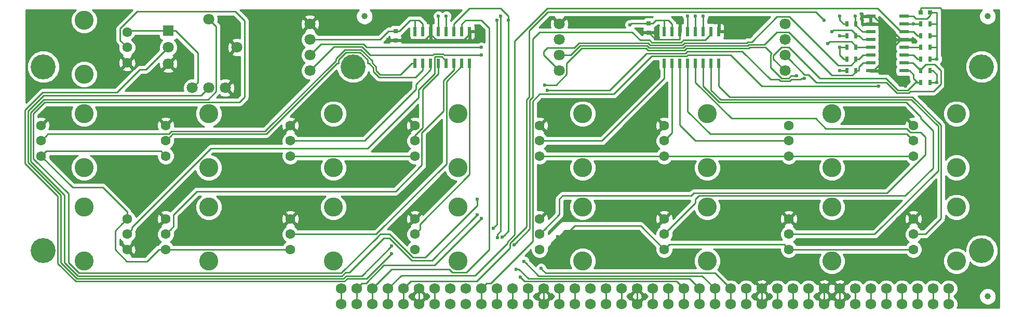
<source format=gbr>
G04 #@! TF.FileFunction,Copper,L1,Top,Signal*
%FSLAX46Y46*%
G04 Gerber Fmt 4.6, Leading zero omitted, Abs format (unit mm)*
G04 Created by KiCad (PCBNEW 4.0.4-stable) date 05/18/17 20:07:39*
%MOMM*%
%LPD*%
G01*
G04 APERTURE LIST*
%ADD10C,0.100000*%
%ADD11C,1.000000*%
%ADD12C,4.064000*%
%ADD13C,3.100000*%
%ADD14C,1.600000*%
%ADD15R,0.600000X1.500000*%
%ADD16R,1.800000X1.800000*%
%ADD17C,1.800000*%
%ADD18C,1.727200*%
%ADD19R,0.800000X0.750000*%
%ADD20R,0.500000X0.900000*%
%ADD21R,1.500000X0.550000*%
%ADD22R,0.750000X0.800000*%
%ADD23C,0.600000*%
%ADD24C,0.250000*%
%ADD25C,0.254000*%
G04 APERTURE END LIST*
D10*
D11*
X157480000Y48260000D03*
D12*
X156500000Y40000000D03*
X156500000Y10000000D03*
D13*
X10160000Y38785800D03*
X10160000Y47574200D03*
D14*
X17170400Y40680000D03*
X17170400Y43180000D03*
X17170400Y45680000D03*
D11*
X157480000Y2540000D03*
X55880000Y48260000D03*
D12*
X3500000Y40000000D03*
D13*
X152400000Y17094200D03*
X152400000Y8305800D03*
D14*
X145389600Y15200000D03*
X145389600Y12700000D03*
X145389600Y10200000D03*
D13*
X132080000Y17094200D03*
X132080000Y8305800D03*
D14*
X125069600Y15200000D03*
X125069600Y12700000D03*
X125069600Y10200000D03*
D13*
X111760000Y17094200D03*
X111760000Y8305800D03*
D14*
X104749600Y15200000D03*
X104749600Y12700000D03*
X104749600Y10200000D03*
D13*
X91440000Y17094200D03*
X91440000Y8305800D03*
D14*
X84429600Y15200000D03*
X84429600Y12700000D03*
X84429600Y10200000D03*
D13*
X152400000Y32334200D03*
X152400000Y23545800D03*
D14*
X145389600Y30440000D03*
X145389600Y27940000D03*
X145389600Y25440000D03*
D13*
X132080000Y32334200D03*
X132080000Y23545800D03*
D14*
X125069600Y30440000D03*
X125069600Y27940000D03*
X125069600Y25440000D03*
D13*
X111760000Y32334200D03*
X111760000Y23545800D03*
D14*
X104749600Y30440000D03*
X104749600Y27940000D03*
X104749600Y25440000D03*
D13*
X91440000Y32334200D03*
X91440000Y23545800D03*
D14*
X84429600Y30440000D03*
X84429600Y27940000D03*
X84429600Y25440000D03*
D13*
X50800000Y17094200D03*
X50800000Y8305800D03*
D14*
X43789600Y15200000D03*
X43789600Y12700000D03*
X43789600Y10200000D03*
D13*
X30480000Y17094200D03*
X30480000Y8305800D03*
D14*
X23469600Y15200000D03*
X23469600Y12700000D03*
X23469600Y10200000D03*
D13*
X71120000Y32334200D03*
X71120000Y23545800D03*
D14*
X64109600Y30440000D03*
X64109600Y27940000D03*
X64109600Y25440000D03*
D13*
X50800000Y32334200D03*
X50800000Y23545800D03*
D14*
X43789600Y30440000D03*
X43789600Y27940000D03*
X43789600Y25440000D03*
D13*
X30480000Y32334200D03*
X30480000Y23545800D03*
D14*
X23469600Y30440000D03*
X23469600Y27940000D03*
X23469600Y25440000D03*
D13*
X10160000Y32334200D03*
X10160000Y23545800D03*
D14*
X3149600Y30440000D03*
X3149600Y27940000D03*
X3149600Y25440000D03*
D13*
X71120000Y17094200D03*
X71120000Y8305800D03*
D14*
X64109600Y15200000D03*
X64109600Y12700000D03*
X64109600Y10200000D03*
D13*
X10160000Y8305800D03*
X10160000Y17094200D03*
D14*
X17170400Y10200000D03*
X17170400Y12700000D03*
X17170400Y15200000D03*
D12*
X54000000Y40000000D03*
X3500000Y10000000D03*
D15*
X104775000Y45780000D03*
X104775000Y40580000D03*
X106045000Y45780000D03*
X106045000Y40580000D03*
X107315000Y45780000D03*
X107315000Y40580000D03*
X108585000Y45780000D03*
X108585000Y40580000D03*
X109855000Y45780000D03*
X109855000Y40580000D03*
X111125000Y45780000D03*
X111125000Y40580000D03*
X112395000Y45780000D03*
X112395000Y40580000D03*
X113665000Y45780000D03*
X113665000Y40580000D03*
X64135000Y45780000D03*
X64135000Y40580000D03*
X65405000Y45780000D03*
X65405000Y40580000D03*
X66675000Y45780000D03*
X66675000Y40580000D03*
X67945000Y45780000D03*
X67945000Y40580000D03*
X69215000Y45780000D03*
X69215000Y40580000D03*
X70485000Y45780000D03*
X70485000Y40580000D03*
X71755000Y45780000D03*
X71755000Y40580000D03*
X73025000Y45780000D03*
X73025000Y40580000D03*
D16*
X23880000Y45880000D03*
D17*
X23880000Y43180000D03*
X23880000Y40505000D03*
X27780000Y36580000D03*
X30480000Y36580000D03*
X33180000Y36580000D03*
X35080000Y43180000D03*
X30480000Y47780000D03*
D18*
X52070000Y1270000D03*
X54610000Y1270000D03*
X57150000Y1270000D03*
X59690000Y1270000D03*
X62230000Y1270000D03*
X64770000Y1270000D03*
X67310000Y1270000D03*
X69850000Y1270000D03*
X72390000Y1270000D03*
X74930000Y1270000D03*
X77470000Y1270000D03*
X80010000Y1270000D03*
X82550000Y1270000D03*
X85090000Y1270000D03*
X87630000Y1270000D03*
X90170000Y1270000D03*
X92710000Y1270000D03*
X95250000Y1270000D03*
X97790000Y1270000D03*
X100330000Y1270000D03*
X102870000Y1270000D03*
X105410000Y1270000D03*
X107950000Y1270000D03*
X110490000Y1270000D03*
X113030000Y1270000D03*
X115570000Y1270000D03*
X118110000Y1270000D03*
X120650000Y1270000D03*
X123190000Y1270000D03*
X125730000Y1270000D03*
X128270000Y1270000D03*
X130810000Y1270000D03*
X133350000Y1270000D03*
X135890000Y1270000D03*
X138430000Y1270000D03*
X140970000Y1270000D03*
X143510000Y1270000D03*
X146050000Y1270000D03*
X148590000Y1270000D03*
X151130000Y1270000D03*
X59690000Y1270000D03*
X52070000Y1270000D03*
X54610000Y1270000D03*
X57150000Y1270000D03*
X62230000Y1270000D03*
X72390000Y1270000D03*
X64770000Y1270000D03*
X67310000Y1270000D03*
X69850000Y1270000D03*
X74930000Y1270000D03*
X85090000Y1270000D03*
X77470000Y1270000D03*
X80010000Y1270000D03*
X82550000Y1270000D03*
X87630000Y1270000D03*
X97790000Y1270000D03*
X90170000Y1270000D03*
X92710000Y1270000D03*
X95250000Y1270000D03*
X100330000Y1270000D03*
X110490000Y1270000D03*
X102870000Y1270000D03*
X105410000Y1270000D03*
X107950000Y1270000D03*
X113030000Y1270000D03*
X123190000Y1270000D03*
X115570000Y1270000D03*
X118110000Y1270000D03*
X120650000Y1270000D03*
X125730000Y1270000D03*
X135890000Y1270000D03*
X128270000Y1270000D03*
X130810000Y1270000D03*
X133350000Y1270000D03*
X138430000Y1270000D03*
X148590000Y1270000D03*
X140970000Y1270000D03*
X143510000Y1270000D03*
X146050000Y1270000D03*
X151130000Y1270000D03*
X59690000Y1270000D03*
X52070000Y1270000D03*
X54610000Y1270000D03*
X57150000Y1270000D03*
X62230000Y1270000D03*
X72390000Y1270000D03*
X64770000Y1270000D03*
X67310000Y1270000D03*
X69850000Y1270000D03*
X74930000Y1270000D03*
X85090000Y1270000D03*
X77470000Y1270000D03*
X80010000Y1270000D03*
X82550000Y1270000D03*
X87630000Y1270000D03*
X97790000Y1270000D03*
X90170000Y1270000D03*
X92710000Y1270000D03*
X95250000Y1270000D03*
X100330000Y1270000D03*
X110490000Y1270000D03*
X102870000Y1270000D03*
X105410000Y1270000D03*
X107950000Y1270000D03*
X113030000Y1270000D03*
X123190000Y1270000D03*
X115570000Y1270000D03*
X118110000Y1270000D03*
X120650000Y1270000D03*
X125730000Y1270000D03*
X135890000Y1270000D03*
X128270000Y1270000D03*
X130810000Y1270000D03*
X133350000Y1270000D03*
X138430000Y1270000D03*
X148590000Y1270000D03*
X140970000Y1270000D03*
X143510000Y1270000D03*
X146050000Y1270000D03*
X151130000Y1270000D03*
X133350000Y3810000D03*
X133350000Y3810000D03*
X135890000Y3810000D03*
X135890000Y3810000D03*
X133350000Y3810000D03*
X146050000Y3810000D03*
X146050000Y3810000D03*
X148590000Y3810000D03*
X148590000Y3810000D03*
X146050000Y3810000D03*
X128270000Y3810000D03*
X128270000Y3810000D03*
X130810000Y3810000D03*
X128270000Y3810000D03*
X130810000Y3810000D03*
X130810000Y3810000D03*
X140970000Y3810000D03*
X140970000Y3810000D03*
X143510000Y3810000D03*
X140970000Y3810000D03*
X143510000Y3810000D03*
X143510000Y3810000D03*
X135890000Y3810000D03*
X138430000Y3810000D03*
X138430000Y3810000D03*
X138430000Y3810000D03*
X148590000Y3810000D03*
X151130000Y3810000D03*
X151130000Y3810000D03*
X151130000Y3810000D03*
X82550000Y3810000D03*
X82550000Y3810000D03*
X85090000Y3810000D03*
X85090000Y3810000D03*
X82550000Y3810000D03*
X95250000Y3810000D03*
X95250000Y3810000D03*
X97790000Y3810000D03*
X97790000Y3810000D03*
X95250000Y3810000D03*
X77470000Y3810000D03*
X77470000Y3810000D03*
X80010000Y3810000D03*
X77470000Y3810000D03*
X80010000Y3810000D03*
X80010000Y3810000D03*
X90170000Y3810000D03*
X90170000Y3810000D03*
X92710000Y3810000D03*
X90170000Y3810000D03*
X92710000Y3810000D03*
X92710000Y3810000D03*
X85090000Y3810000D03*
X87630000Y3810000D03*
X87630000Y3810000D03*
X87630000Y3810000D03*
X97790000Y3810000D03*
X100330000Y3810000D03*
X100330000Y3810000D03*
X100330000Y3810000D03*
X57150000Y3810000D03*
X57150000Y3810000D03*
X59690000Y3810000D03*
X59690000Y3810000D03*
X57150000Y3810000D03*
X69850000Y3810000D03*
X69850000Y3810000D03*
X72390000Y3810000D03*
X72390000Y3810000D03*
X69850000Y3810000D03*
X52070000Y3810000D03*
X52070000Y3810000D03*
X54610000Y3810000D03*
X52070000Y3810000D03*
X54610000Y3810000D03*
X54610000Y3810000D03*
X64770000Y3810000D03*
X64770000Y3810000D03*
X67310000Y3810000D03*
X64770000Y3810000D03*
X67310000Y3810000D03*
X67310000Y3810000D03*
X59690000Y3810000D03*
X62230000Y3810000D03*
X62230000Y3810000D03*
X62230000Y3810000D03*
X72390000Y3810000D03*
X74930000Y3810000D03*
X74930000Y3810000D03*
X74930000Y3810000D03*
X107950000Y3810000D03*
X107950000Y3810000D03*
X110490000Y3810000D03*
X110490000Y3810000D03*
X107950000Y3810000D03*
X120650000Y3810000D03*
X120650000Y3810000D03*
X123190000Y3810000D03*
X123190000Y3810000D03*
X120650000Y3810000D03*
X102870000Y3810000D03*
X102870000Y3810000D03*
X105410000Y3810000D03*
X102870000Y3810000D03*
X105410000Y3810000D03*
X105410000Y3810000D03*
X115570000Y3810000D03*
X115570000Y3810000D03*
X118110000Y3810000D03*
X115570000Y3810000D03*
X118110000Y3810000D03*
X118110000Y3810000D03*
X110490000Y3810000D03*
X113030000Y3810000D03*
X113030000Y3810000D03*
X113030000Y3810000D03*
X123190000Y3810000D03*
X125730000Y3810000D03*
X125730000Y3810000D03*
X125730000Y3810000D03*
D19*
X148070000Y48895000D03*
X146570000Y48895000D03*
D20*
X134505000Y43180000D03*
X136005000Y43180000D03*
X134505000Y39370000D03*
X136005000Y39370000D03*
X148070000Y39370000D03*
X146570000Y39370000D03*
X148070000Y43180000D03*
X146570000Y43180000D03*
X134505000Y45085000D03*
X136005000Y45085000D03*
X134505000Y41275000D03*
X136005000Y41275000D03*
X148070000Y37465000D03*
X146570000Y37465000D03*
X148070000Y41275000D03*
X146570000Y41275000D03*
D21*
X143830000Y48260000D03*
X138430000Y48260000D03*
X143830000Y46990000D03*
X138430000Y46990000D03*
X143830000Y45720000D03*
X138430000Y45720000D03*
X143830000Y44450000D03*
X138430000Y44450000D03*
X143830000Y43180000D03*
X138430000Y43180000D03*
X143830000Y41910000D03*
X138430000Y41910000D03*
X143830000Y40640000D03*
X138430000Y40640000D03*
X143830000Y39370000D03*
X138430000Y39370000D03*
D17*
X46990000Y46990000D03*
X46990000Y44450000D03*
X46990000Y41910000D03*
X46990000Y39370000D03*
X87630000Y46990000D03*
X87630000Y44450000D03*
X87630000Y41910000D03*
X87630000Y39370000D03*
X124460000Y46990000D03*
X124460000Y44450000D03*
X124460000Y41910000D03*
X124460000Y39370000D03*
D20*
X148070000Y45085000D03*
X146570000Y45085000D03*
X148070000Y46990000D03*
X146570000Y46990000D03*
X134505000Y46990000D03*
X136005000Y46990000D03*
D22*
X102235000Y47105000D03*
X102235000Y45605000D03*
X60960000Y45835000D03*
X60960000Y44335000D03*
D23*
X59690000Y44450000D03*
X115570000Y46355000D03*
X100965000Y45720000D03*
X147955000Y33655000D03*
X144144992Y36830008D03*
X87404249Y12290751D03*
X86360000Y7620000D03*
X87630000Y7275004D03*
X99184449Y46865551D03*
X133350000Y39370000D03*
X133350000Y43180000D03*
X133350000Y45085000D03*
X133350000Y48260000D03*
X149225000Y41275000D03*
X149225000Y37465000D03*
X74295000Y18415000D03*
X145415000Y46990000D03*
X130810000Y47625000D03*
X76851588Y13653006D03*
X77470000Y47625000D03*
X108585000Y48260000D03*
X67945000Y48260000D03*
X81280000Y5715000D03*
X77532765Y12092605D03*
X78105000Y48260000D03*
X109855000Y48260000D03*
X69215000Y48260000D03*
X80645000Y6985000D03*
X78328398Y12176197D03*
X111125000Y48260000D03*
X79375000Y47625000D03*
X81915000Y8255000D03*
X74295000Y15875000D03*
X84665473Y7111942D03*
X80231898Y10909107D03*
X74930000Y15240000D03*
X60325000Y9525000D03*
X60325000Y10795000D03*
X139700020Y36830000D03*
X135890000Y48260000D03*
X85283051Y37023051D03*
X131445000Y43815000D03*
X126365000Y38540021D03*
X74930000Y43180000D03*
X132080000Y45720000D03*
X127635000Y38100000D03*
X85725000Y36195000D03*
X74930000Y41910000D03*
D24*
X66675000Y45330000D02*
X67555000Y44450000D01*
X67555000Y44450000D02*
X72145000Y44450000D01*
X72145000Y44450000D02*
X73025000Y45330000D01*
X73025000Y45330000D02*
X73025000Y45780000D01*
X61700000Y44450000D02*
X65795000Y44450000D01*
X65795000Y44450000D02*
X66675000Y45330000D01*
X66675000Y45330000D02*
X66675000Y45780000D01*
X60960000Y44335000D02*
X61585000Y44335000D01*
X61585000Y44335000D02*
X61700000Y44450000D01*
X59690000Y44450000D02*
X60845000Y44450000D01*
X60845000Y44450000D02*
X60960000Y44335000D01*
X113665000Y47625000D02*
X113665000Y45780000D01*
X114300000Y47625000D02*
X113665000Y47625000D01*
X115570000Y46355000D02*
X114300000Y47625000D01*
X102235000Y45605000D02*
X102235000Y45580000D01*
X102235000Y45580000D02*
X103110001Y44704999D01*
X103110001Y44704999D02*
X103110001Y44449999D01*
X103110001Y44449999D02*
X107314999Y44449999D01*
X107314999Y44449999D02*
X107315000Y44780000D01*
X107315000Y44780000D02*
X107315000Y45780000D01*
X100965000Y45720000D02*
X102120000Y45720000D01*
X102120000Y45720000D02*
X102235000Y45605000D01*
X147955000Y33655000D02*
X150495000Y36195000D01*
X150495000Y36195000D02*
X150495000Y48895000D01*
X150495000Y48895000D02*
X149794999Y49595001D01*
X149794999Y49595001D02*
X146645001Y49595001D01*
X146645001Y49595001D02*
X146570000Y49520000D01*
X146570000Y49520000D02*
X146570000Y48895000D01*
X138430000Y48260000D02*
X138905000Y48260000D01*
X138905000Y48260000D02*
X140175000Y46990000D01*
X140175000Y46990000D02*
X140815000Y46990000D01*
X140815000Y46990000D02*
X138430000Y46990000D01*
X143355000Y44450000D02*
X140815000Y46990000D01*
X141605000Y42070000D02*
X141605000Y42700000D01*
X141605000Y42700000D02*
X143355000Y44450000D01*
X143355000Y44450000D02*
X143830000Y44450000D01*
X138430000Y39370000D02*
X138905000Y39370000D01*
X138905000Y39370000D02*
X141605000Y42070000D01*
X143210001Y37764997D02*
X143844993Y37130007D01*
X141604998Y39370000D02*
X143210001Y37764997D01*
X138430000Y39370000D02*
X141604998Y39370000D01*
X142874998Y38100000D02*
X143210001Y37764997D01*
X143844993Y37130007D02*
X144144992Y36830008D01*
X87104250Y11990752D02*
X87404249Y12290751D01*
X86360000Y11246502D02*
X87104250Y11990752D01*
X86360000Y7620000D02*
X86360000Y11246502D01*
X133350000Y1270000D02*
X133350000Y3810000D01*
X130810000Y1270000D02*
X130810000Y2491314D01*
X130810000Y2491314D02*
X130810000Y3810000D01*
X120650000Y1270000D02*
X120650000Y3810000D01*
X100330000Y1270000D02*
X100330000Y3810000D01*
X85090000Y1270000D02*
X85090000Y3810000D01*
X64770000Y1270000D02*
X64770000Y2491314D01*
X64770000Y2491314D02*
X64770000Y3810000D01*
X87630000Y11495400D02*
X90170000Y14035400D01*
X90170000Y14035400D02*
X100914200Y14035400D01*
X87630000Y7275004D02*
X87630000Y11495400D01*
X102235000Y47105000D02*
X99423898Y47105000D01*
X99423898Y47105000D02*
X99184449Y46865551D01*
X148070000Y48895000D02*
X148070000Y48375000D01*
X148070000Y48375000D02*
X147574000Y47879000D01*
X145415000Y48260000D02*
X144305000Y48260000D01*
X147574000Y47879000D02*
X145796000Y47879000D01*
X145796000Y47879000D02*
X145415000Y48260000D01*
X144305000Y48260000D02*
X143830000Y48260000D01*
X105410000Y47625000D02*
X106045000Y46990000D01*
X106045000Y46990000D02*
X106045000Y45780000D01*
X104775000Y47625000D02*
X105410000Y47625000D01*
X104775000Y47625000D02*
X104775000Y45780000D01*
X103380000Y47625000D02*
X104775000Y47625000D01*
X102235000Y47105000D02*
X102860000Y47105000D01*
X102860000Y47105000D02*
X103380000Y47625000D01*
X23880000Y45880000D02*
X17370400Y45880000D01*
X17370400Y45880000D02*
X17170400Y45680000D01*
X27780000Y36580000D02*
X28679999Y37479999D01*
X28679999Y37479999D02*
X28679999Y42230001D01*
X28679999Y42230001D02*
X25030000Y45880000D01*
X25030000Y45880000D02*
X23880000Y45880000D01*
X133350000Y39370000D02*
X134505000Y39370000D01*
X134505000Y41275000D02*
X134005000Y41275000D01*
X134005000Y41275000D02*
X133350000Y41930000D01*
X133350000Y41930000D02*
X133350000Y42755736D01*
X133350000Y42755736D02*
X133350000Y43180000D01*
X133350000Y43180000D02*
X134505000Y43180000D01*
X133350000Y45085000D02*
X134505000Y45085000D01*
X133370000Y47625000D02*
X133350000Y47645000D01*
X133350000Y47645000D02*
X133350000Y48260000D01*
X133370000Y47625000D02*
X133370000Y47645000D01*
X133370000Y47645000D02*
X133350000Y47665000D01*
X134505000Y46990000D02*
X134005000Y46990000D01*
X134005000Y46990000D02*
X133370000Y47625000D01*
X149225000Y48895000D02*
X148070000Y48895000D01*
X149225000Y46990000D02*
X149225000Y48895000D01*
X149225000Y46990000D02*
X148070000Y46990000D01*
X149225000Y45085000D02*
X149225000Y46990000D01*
X149225000Y45085000D02*
X148070000Y45085000D01*
X149225000Y43180000D02*
X149225000Y45085000D01*
X149225000Y43180000D02*
X148070000Y43180000D01*
X149225000Y41275000D02*
X149225000Y43180000D01*
X149225000Y41275000D02*
X148070000Y41275000D01*
X148070000Y39370000D02*
X148570000Y39370000D01*
X149225000Y38715000D02*
X149225000Y37465000D01*
X148570000Y39370000D02*
X149225000Y38715000D01*
X149225000Y37465000D02*
X148070000Y37465000D01*
X125069600Y25440000D02*
X145389600Y25440000D01*
X104749600Y25440000D02*
X125069600Y25440000D01*
X84429600Y25440000D02*
X104749600Y25440000D01*
X63375000Y47625000D02*
X64135000Y47625000D01*
X64135000Y47625000D02*
X64770000Y47625000D01*
X64135000Y45780000D02*
X64135000Y47625000D01*
X60960000Y45835000D02*
X61585000Y45835000D01*
X61585000Y45835000D02*
X63375000Y47625000D01*
X64770000Y47625000D02*
X65405000Y46990000D01*
X65405000Y46990000D02*
X65405000Y45780000D01*
X58420000Y44450000D02*
X59805000Y45835000D01*
X59805000Y45835000D02*
X60960000Y45835000D01*
X46990000Y44450000D02*
X58420000Y44450000D01*
X43789600Y25440000D02*
X64109600Y25440000D01*
X3149600Y25440000D02*
X3949599Y26239999D01*
X3949599Y26239999D02*
X22669601Y26239999D01*
X22669601Y26239999D02*
X23469600Y25440000D01*
X13181770Y20320000D02*
X8269600Y20320000D01*
X8269600Y20320000D02*
X3149600Y25440000D01*
X17170400Y15200000D02*
X17170400Y16331370D01*
X17170400Y16331370D02*
X13181770Y20320000D01*
X23469600Y10200000D02*
X22338230Y10200000D01*
X15240000Y10160000D02*
X15240000Y13269600D01*
X22338230Y10200000D02*
X20393230Y8255000D01*
X20393230Y8255000D02*
X17145000Y8255000D01*
X17145000Y8255000D02*
X15240000Y10160000D01*
X15240000Y13269600D02*
X16370401Y14400001D01*
X16370401Y14400001D02*
X17170400Y15200000D01*
X43789600Y10200000D02*
X23469600Y10200000D01*
X100914200Y14035400D02*
X104749600Y10200000D01*
X125069600Y10200000D02*
X145389600Y10200000D01*
X104749600Y10200000D02*
X105549599Y10999999D01*
X105549599Y10999999D02*
X124269601Y10999999D01*
X124269601Y10999999D02*
X125069600Y10200000D01*
X52070000Y1270000D02*
X52070000Y3810000D01*
X125730000Y1270000D02*
X125730000Y3810000D01*
X123190000Y1270000D02*
X123190000Y3810000D01*
X102870000Y1270000D02*
X102870000Y3810000D01*
X87630000Y1270000D02*
X87630000Y3810000D01*
X67310000Y1270000D02*
X67310000Y3810000D01*
X51192988Y41317761D02*
X51192988Y41032988D01*
X39675012Y29515012D02*
X24408201Y29515012D01*
X4274601Y29065001D02*
X3949599Y28739999D01*
X51192988Y41032988D02*
X39675012Y29515012D01*
X23958191Y29065001D02*
X4274601Y29065001D01*
X24408201Y29515012D02*
X23958191Y29065001D01*
X57150000Y40974773D02*
X55317761Y42807012D01*
X55317761Y42807012D02*
X52682239Y42807012D01*
X57150000Y40640000D02*
X57150000Y40974773D01*
X52682239Y42807012D02*
X51192988Y41317761D01*
X3949599Y28739999D02*
X3149600Y27940000D01*
X63585000Y40580000D02*
X61740000Y38735000D01*
X58420000Y38735000D02*
X57785000Y39370000D01*
X57785000Y40005000D02*
X57150000Y40640000D01*
X57785000Y39370000D02*
X57785000Y40005000D01*
X61740000Y38735000D02*
X58420000Y38735000D01*
X64135000Y40580000D02*
X63585000Y40580000D01*
X57210000Y40580000D02*
X57150000Y40640000D01*
X24594601Y29065001D02*
X24269599Y28739999D01*
X39861412Y29065002D02*
X24594601Y29065001D01*
X65405000Y39496410D02*
X64193581Y38284991D01*
X51376410Y40580000D02*
X39861412Y29065002D01*
X51642999Y40580000D02*
X51376410Y40580000D01*
X52868639Y42357001D02*
X51642999Y41131361D01*
X56357001Y40580000D02*
X56357001Y41131361D01*
X55131361Y42357001D02*
X52868639Y42357001D01*
X56357001Y41131361D02*
X55131361Y42357001D01*
X64193581Y38284991D02*
X58233599Y38284991D01*
X56699991Y40453599D02*
X56699991Y40580000D01*
X57334990Y39818600D02*
X56699991Y40453599D01*
X57334990Y39183600D02*
X57334990Y39818600D01*
X58233599Y38284991D02*
X57334990Y39183600D01*
X65405000Y40580000D02*
X65405000Y39496410D01*
X51642999Y41131361D02*
X51642999Y40580000D01*
X56699991Y40580000D02*
X56357001Y40580000D01*
X24269599Y28739999D02*
X23469600Y27940000D01*
X64239957Y36299957D02*
X55880000Y27940000D01*
X66675000Y40580000D02*
X66675000Y39580000D01*
X66675000Y39580000D02*
X64239957Y37144957D01*
X55880000Y27940000D02*
X44920970Y27940000D01*
X44920970Y27940000D02*
X43789600Y27940000D01*
X64239957Y37144957D02*
X64239957Y36299957D01*
X67945000Y40580000D02*
X67945000Y38862822D01*
X67945000Y38862822D02*
X65405000Y36322822D01*
X65405000Y30070398D02*
X64109600Y28774998D01*
X65405000Y36322822D02*
X65405000Y30070398D01*
X64109600Y28774998D02*
X64109600Y27940000D01*
X64689968Y36244200D02*
X64689968Y34971379D01*
X68505001Y41655001D02*
X67384999Y41655001D01*
X67384999Y41655001D02*
X67319999Y41590001D01*
X56388589Y26670000D02*
X30829198Y26670000D01*
X67319999Y41590001D02*
X67319999Y38874231D01*
X17970399Y13811201D02*
X17970399Y13499999D01*
X30829198Y26670000D02*
X17970399Y13811201D01*
X69215000Y40580000D02*
X69215000Y40945002D01*
X67319999Y38874231D02*
X64689968Y36244200D01*
X17970399Y13499999D02*
X17170400Y12700000D01*
X64689968Y34971379D02*
X56388589Y26670000D01*
X69215000Y40945002D02*
X68505001Y41655001D01*
X68794988Y32823975D02*
X65234601Y29263588D01*
X28575000Y19685000D02*
X24765000Y15875000D01*
X68794988Y37806399D02*
X68794988Y32823975D01*
X60960000Y19685000D02*
X28575000Y19685000D01*
X70485000Y39496411D02*
X68794988Y37806399D01*
X24765000Y13995400D02*
X24269599Y13499999D01*
X70485000Y40580000D02*
X70485000Y39496411D01*
X65234601Y29263588D02*
X65234601Y23959601D01*
X24765000Y15875000D02*
X24765000Y13995400D01*
X65234601Y23959601D02*
X60960000Y19685000D01*
X24269599Y13499999D02*
X23469600Y12700000D01*
X57785000Y12700000D02*
X43789600Y12700000D01*
X69244999Y24159999D02*
X57785000Y12700000D01*
X71755000Y40130000D02*
X69244999Y37619999D01*
X71755000Y40580000D02*
X71755000Y40130000D01*
X69244999Y37619999D02*
X69244999Y24159999D01*
X73025000Y40580000D02*
X73025000Y22450398D01*
X73025000Y22450398D02*
X64909599Y14334997D01*
X64909599Y14334997D02*
X64909599Y13499999D01*
X64909599Y13499999D02*
X64109600Y12700000D01*
X104775000Y40580000D02*
X104775000Y38100000D01*
X104775000Y38100000D02*
X94615000Y27940000D01*
X94615000Y27940000D02*
X84429600Y27940000D01*
X106045000Y40580000D02*
X106045000Y29235400D01*
X106045000Y29235400D02*
X104749600Y27940000D01*
X107315000Y30480000D02*
X109855000Y27940000D01*
X109855000Y27940000D02*
X125069600Y27940000D01*
X107315000Y40580000D02*
X107315000Y30480000D01*
X108585000Y40580000D02*
X108585000Y32734198D01*
X108585000Y32734198D02*
X112254197Y29065001D01*
X112254197Y29065001D02*
X144264599Y29065001D01*
X144264599Y29065001D02*
X144589601Y28739999D01*
X144589601Y28739999D02*
X145389600Y27940000D01*
X115752179Y31565001D02*
X129437786Y31565001D01*
X147320000Y28573590D02*
X147320000Y25705398D01*
X144264599Y29899999D02*
X144849599Y29314999D01*
X109855000Y37462180D02*
X115752179Y31565001D01*
X147320000Y25705398D02*
X141033814Y19419212D01*
X109587801Y19419212D02*
X109137791Y18969201D01*
X85229599Y13499999D02*
X84429600Y12700000D01*
X87630000Y15900400D02*
X85229599Y13499999D01*
X141033814Y19419212D02*
X109587801Y19419212D01*
X88184201Y18969201D02*
X87630000Y18415000D01*
X129437786Y31565001D02*
X131102788Y29899999D01*
X109855000Y40580000D02*
X109855000Y37462180D01*
X131102788Y29899999D02*
X144264599Y29899999D01*
X146578591Y29314999D02*
X147320000Y28573590D01*
X87630000Y18415000D02*
X87630000Y15900400D01*
X109137791Y18969201D02*
X88184201Y18969201D01*
X144849599Y29314999D02*
X146578591Y29314999D01*
X111125000Y40580000D02*
X111125000Y36828589D01*
X109855000Y18415000D02*
X109855000Y17805400D01*
X111125000Y36828589D02*
X113744388Y34209201D01*
X113744388Y34209201D02*
X144225799Y34209201D01*
X144225799Y34209201D02*
X146566012Y31868988D01*
X146566012Y31868988D02*
X146566012Y31565001D01*
X146566012Y31565001D02*
X148590000Y29541013D01*
X148590000Y29541013D02*
X148590000Y23495000D01*
X148590000Y23495000D02*
X144064201Y18969201D01*
X144064201Y18969201D02*
X110409201Y18969201D01*
X110409201Y18969201D02*
X109855000Y18415000D01*
X109855000Y17805400D02*
X104749600Y12700000D01*
X112395000Y40580000D02*
X112395000Y36195000D01*
X149409989Y23044989D02*
X139065000Y12700000D01*
X126200970Y12700000D02*
X125069600Y12700000D01*
X112395000Y36195000D02*
X113930790Y34659210D01*
X113930790Y34659210D02*
X145044380Y34659210D01*
X149409989Y30293601D02*
X149409989Y23044989D01*
X145044380Y34659210D02*
X149409989Y30293601D01*
X139065000Y12700000D02*
X126200970Y12700000D01*
X113665000Y40580000D02*
X113665000Y36830000D01*
X113665000Y36830000D02*
X115385779Y35109221D01*
X149860000Y30480000D02*
X149860000Y15240000D01*
X115385779Y35109221D02*
X145230779Y35109221D01*
X145230779Y35109221D02*
X149860000Y30480000D01*
X149860000Y15240000D02*
X147320000Y12700000D01*
X147320000Y12700000D02*
X145389600Y12700000D01*
X74295000Y17990736D02*
X74295000Y18415000D01*
X57971400Y12249989D02*
X58421410Y12700000D01*
X65829264Y8890000D02*
X74295000Y17355736D01*
X52068634Y6348634D02*
X57969989Y12249989D01*
X63754598Y8890000D02*
X65829264Y8890000D01*
X74295000Y17355736D02*
X74295000Y17990736D01*
X59944598Y12700000D02*
X63754598Y8890000D01*
X57969989Y12249989D02*
X57971400Y12249989D01*
X35476380Y34209201D02*
X3729201Y34209201D01*
X58421410Y12700000D02*
X59944598Y12700000D01*
X9342164Y6348634D02*
X52068634Y6348634D01*
X34814999Y49005001D02*
X36305001Y47514999D01*
X7620000Y8070798D02*
X9342164Y6348634D01*
X7620000Y19304598D02*
X7620000Y8070798D01*
X16045399Y46220001D02*
X18830399Y49005001D01*
X1905000Y32385000D02*
X1905000Y25019598D01*
X1905000Y25019598D02*
X7620000Y19304598D01*
X3729201Y34209201D02*
X1905000Y32385000D01*
X36305001Y35037823D02*
X35476380Y34209201D01*
X36305001Y47514999D02*
X36305001Y35037823D01*
X16045399Y44305001D02*
X16045399Y46220001D01*
X17170400Y43180000D02*
X16045399Y44305001D01*
X18830399Y49005001D02*
X34814999Y49005001D01*
X139545000Y49530000D02*
X143355000Y45720000D01*
X61860788Y5980788D02*
X73925788Y5980788D01*
X143355000Y45720000D02*
X143830000Y45720000D01*
X80379978Y44186389D02*
X85723589Y49530000D01*
X73925788Y5980788D02*
X79156885Y11211885D01*
X79156885Y11395509D02*
X80379978Y12618602D01*
X79156885Y11211885D02*
X79156885Y11395509D01*
X59690000Y3810000D02*
X61860788Y5980788D01*
X80379978Y12618602D02*
X80379978Y44186389D01*
X85723589Y49530000D02*
X139545000Y49530000D01*
X145415000Y45720000D02*
X146050000Y45085000D01*
X146050000Y45085000D02*
X146570000Y45085000D01*
X143830000Y45720000D02*
X145415000Y45720000D01*
X59690000Y1270000D02*
X59690000Y3810000D01*
X85790001Y48960001D02*
X129474999Y48960001D01*
X130510001Y47924999D02*
X130810000Y47625000D01*
X82284980Y13887193D02*
X82284980Y34662801D01*
X82284980Y34662801D02*
X82734989Y35112810D01*
X79606896Y10391896D02*
X79606896Y11209109D01*
X62230000Y3810000D02*
X63418601Y4998601D01*
X63418601Y4998601D02*
X74213601Y4998601D01*
X74213601Y4998601D02*
X79606896Y10391896D01*
X129474999Y48960001D02*
X130510001Y47924999D01*
X82734989Y35112810D02*
X82734989Y45904989D01*
X79606896Y11209109D02*
X82284980Y13887193D01*
X82734989Y45904989D02*
X85790001Y48960001D01*
X145415000Y46990000D02*
X146570000Y46990000D01*
X145415000Y46990000D02*
X143830000Y46990000D01*
X62230000Y1270000D02*
X62230000Y3810000D01*
X77470000Y47625000D02*
X77470000Y14271418D01*
X77470000Y14271418D02*
X77151587Y13953005D01*
X77151587Y13953005D02*
X76851588Y13653006D01*
X81579999Y5415001D02*
X81280000Y5715000D01*
X81995033Y4999967D02*
X81579999Y5415001D01*
X107950000Y3810000D02*
X106760033Y4999967D01*
X106760033Y4999967D02*
X81995033Y4999967D01*
X108585000Y48260000D02*
X108585000Y45780000D01*
X67945000Y45780000D02*
X67945000Y46230000D01*
X67945000Y48260000D02*
X67945000Y45780000D01*
X107950000Y1270000D02*
X107950000Y3810000D01*
X108850022Y5449978D02*
X82604286Y5449978D01*
X77532765Y12516869D02*
X77532765Y12092605D01*
X77532765Y12672799D02*
X77532765Y12516869D01*
X81069264Y6985000D02*
X80645000Y6985000D01*
X82604286Y5449978D02*
X81069264Y6985000D01*
X110490000Y3810000D02*
X108850022Y5449978D01*
X78105000Y48260000D02*
X78105000Y13245034D01*
X78105000Y13245034D02*
X77532765Y12672799D01*
X109855000Y48260000D02*
X109855000Y45780000D01*
X69215000Y48260000D02*
X69215000Y45780000D01*
X110490000Y1270000D02*
X110490000Y3810000D01*
X110940011Y5899989D02*
X84270011Y5899989D01*
X84270011Y5899989D02*
X82214999Y7955001D01*
X113030000Y3810000D02*
X110940011Y5899989D01*
X82214999Y7955001D02*
X81915000Y8255000D01*
X79375000Y47625000D02*
X79375000Y13222799D01*
X78628397Y12476196D02*
X78328398Y12176197D01*
X79375000Y13222799D02*
X78628397Y12476196D01*
X111125000Y48260000D02*
X111125000Y45780000D01*
X79375000Y48260000D02*
X79375000Y47625000D01*
X79375000Y48260000D02*
X78105000Y49530000D01*
X73025000Y49530000D02*
X70485000Y46990000D01*
X78105000Y49530000D02*
X73025000Y49530000D01*
X70485000Y46990000D02*
X70485000Y45780000D01*
X113030000Y1270000D02*
X113030000Y3810000D01*
X63568198Y8439989D02*
X66859989Y8439989D01*
X73995001Y15575001D02*
X74295000Y15875000D01*
X59943188Y12065000D02*
X63568198Y8439989D01*
X59055000Y12065000D02*
X59943188Y12065000D01*
X53420799Y6430799D02*
X59055000Y12065000D01*
X52787209Y6430799D02*
X53420799Y6430799D01*
X6985000Y8069387D02*
X9155764Y5898623D01*
X31705001Y46554999D02*
X31705001Y35991999D01*
X1454989Y32571400D02*
X1454989Y24578601D01*
X3542801Y34659212D02*
X1454989Y32571400D01*
X52255034Y5898623D02*
X52787209Y6430799D01*
X30480000Y47780000D02*
X31705001Y46554999D01*
X30372214Y34659212D02*
X3542801Y34659212D01*
X1454989Y24578601D02*
X6985000Y19048590D01*
X66859989Y8439989D02*
X73995001Y15575001D01*
X6985000Y19048590D02*
X6985000Y8069387D01*
X9155764Y5898623D02*
X52255034Y5898623D01*
X31705001Y35991999D02*
X30372214Y34659212D01*
X84965472Y6811943D02*
X84665473Y7111942D01*
X115570000Y3810000D02*
X113030000Y6350000D01*
X85427415Y6350000D02*
X84965472Y6811943D01*
X113030000Y6350000D02*
X85427415Y6350000D01*
X115570000Y1270000D02*
X115570000Y3810000D01*
X128270000Y3810000D02*
X128270000Y1270000D01*
X135890000Y3810000D02*
X135890000Y1270000D01*
X138430000Y3810000D02*
X138430000Y2588686D01*
X138430000Y2588686D02*
X138430000Y1270000D01*
X140970000Y3810000D02*
X140970000Y1270000D01*
X143510000Y3810000D02*
X143510000Y1270000D01*
X146050000Y3810000D02*
X146050000Y1270000D01*
X148590000Y3810000D02*
X148590000Y1270000D01*
X151130000Y3810000D02*
X151130000Y1270000D01*
X80531897Y11209106D02*
X80231898Y10909107D01*
X84410001Y45675001D02*
X83304599Y44569599D01*
X111410045Y44345045D02*
X107846456Y44345045D01*
X83304599Y44569599D02*
X83304599Y35046009D01*
X102683600Y43999989D02*
X102338544Y44345045D01*
X107846456Y44345045D02*
X107501399Y43999988D01*
X112395000Y45330000D02*
X111410045Y44345045D01*
X83304599Y35046009D02*
X82854588Y34595999D01*
X99534997Y45675001D02*
X84410001Y45675001D01*
X82854588Y13531797D02*
X80531897Y11209106D01*
X82854588Y34595999D02*
X82854588Y13531797D01*
X100864953Y44345045D02*
X99534997Y45675001D01*
X107501399Y43999988D02*
X102683600Y43999989D01*
X112395000Y45780000D02*
X112395000Y45330000D01*
X102338544Y44345045D02*
X100864953Y44345045D01*
X74630001Y14940001D02*
X74930000Y15240000D01*
X67310000Y7620000D02*
X74630001Y14940001D01*
X59056410Y7620000D02*
X67310000Y7620000D01*
X56110009Y4673599D02*
X59056410Y7620000D01*
X55473599Y4673599D02*
X56110009Y4673599D01*
X54610000Y3810000D02*
X55473599Y4673599D01*
X54610000Y1270000D02*
X54610000Y3810000D01*
X71755000Y46990000D02*
X71755000Y45780000D01*
X74930000Y47625000D02*
X72390000Y47625000D01*
X72390000Y47625000D02*
X71755000Y46990000D01*
X76200000Y46355000D02*
X74930000Y47625000D01*
X76200000Y10160000D02*
X76200000Y46355000D01*
X72470799Y6430799D02*
X76200000Y10160000D01*
X70219999Y6430799D02*
X72470799Y6430799D01*
X60325000Y6985000D02*
X69665798Y6985000D01*
X57150000Y3810000D02*
X60325000Y6985000D01*
X69665798Y6985000D02*
X70219999Y6430799D01*
X57150000Y1270000D02*
X57150000Y3810000D01*
X20254999Y39554999D02*
X22980001Y42280001D01*
X19234999Y39554999D02*
X20254999Y39554999D01*
X554967Y32944200D02*
X3415777Y35805010D01*
X3415777Y35805010D02*
X15485010Y35805010D01*
X5857001Y7924564D02*
X5857001Y18903768D01*
X8782964Y4998601D02*
X5857001Y7924564D01*
X22980001Y42280001D02*
X23880000Y43180000D01*
X5857001Y18903768D02*
X554967Y24205801D01*
X15485010Y35805010D02*
X19234999Y39554999D01*
X554967Y24205801D02*
X554967Y32944200D01*
X52627834Y4998601D02*
X8782964Y4998601D01*
X60325000Y9525000D02*
X56249978Y5449978D01*
X53079210Y5449978D02*
X52627834Y4998601D01*
X56249978Y5449978D02*
X53079210Y5449978D01*
X1004978Y24392201D02*
X1004978Y32757800D01*
X29580001Y35680001D02*
X30480000Y36580000D01*
X1004978Y32757800D02*
X3602177Y35354999D01*
X6350000Y19047180D02*
X1004978Y24392201D01*
X6350000Y8067976D02*
X6350000Y19047180D01*
X52892811Y5899989D02*
X52441434Y5448612D01*
X55429989Y5899989D02*
X52892811Y5899989D01*
X60325000Y10795000D02*
X55429989Y5899989D01*
X52441434Y5448612D02*
X8969364Y5448612D01*
X8969364Y5448612D02*
X6350000Y8067976D01*
X3602177Y35354999D02*
X29254999Y35354999D01*
X29254999Y35354999D02*
X29580001Y35680001D01*
X77470000Y3810000D02*
X77470000Y1270000D01*
X80010000Y3810000D02*
X80010000Y1270000D01*
X82550000Y3810000D02*
X82550000Y1270000D01*
X90170000Y3810000D02*
X90170000Y1270000D01*
X95250000Y3810000D02*
X95250000Y1270000D01*
X97790000Y3810000D02*
X97790000Y1270000D01*
X105410000Y3810000D02*
X105410000Y2588686D01*
X105410000Y2588686D02*
X105410000Y1270000D01*
X118110000Y3810000D02*
X118110000Y1270000D01*
X139275756Y36830000D02*
X139700020Y36830000D01*
X108593465Y41910000D02*
X115570000Y41910000D01*
X84455000Y35560000D02*
X96520000Y35560000D01*
X83304599Y11549599D02*
X83304599Y34409599D01*
X76428599Y4673599D02*
X83304599Y11549599D01*
X74930000Y3810000D02*
X75793599Y4673599D01*
X75793599Y4673599D02*
X76428599Y4673599D01*
X96520000Y35560000D02*
X102709938Y41749938D01*
X120650000Y36830000D02*
X139275756Y36830000D01*
X115570000Y41910000D02*
X120650000Y36830000D01*
X83304599Y34409599D02*
X84455000Y35560000D01*
X102709938Y41749938D02*
X108433402Y41749938D01*
X108433402Y41749938D02*
X108593465Y41910000D01*
X135890000Y48260000D02*
X135890000Y47105000D01*
X135890000Y47105000D02*
X136005000Y46990000D01*
X74930000Y1270000D02*
X74930000Y3810000D01*
X138430000Y45720000D02*
X137075000Y45720000D01*
X137075000Y45720000D02*
X136005000Y46790000D01*
X136005000Y46790000D02*
X136005000Y46990000D01*
X88855001Y38781999D02*
X87096053Y37023051D01*
X102124400Y42649956D02*
X101779345Y42995012D01*
X101779345Y42995012D02*
X91255012Y42995012D01*
X118561422Y42995012D02*
X108405656Y42995012D01*
X118746410Y43180000D02*
X118561422Y42995012D01*
X121285000Y43180000D02*
X118746410Y43180000D01*
X122282794Y42182206D02*
X121285000Y43180000D01*
X125048001Y38144999D02*
X123871999Y38144999D01*
X125443023Y38540021D02*
X125048001Y38144999D01*
X122104990Y39912008D02*
X122104990Y42004402D01*
X122104990Y42004402D02*
X122282794Y42182206D01*
X108405656Y42995012D02*
X108060600Y42649956D01*
X126365000Y38540021D02*
X125443023Y38540021D01*
X91255012Y42995012D02*
X88855001Y40595001D01*
X87096053Y37023051D02*
X85283051Y37023051D01*
X123871999Y38144999D02*
X122104990Y39912008D01*
X108060600Y42649956D02*
X102124400Y42649956D01*
X88855001Y40595001D02*
X88855001Y38781999D01*
X135270001Y44114999D02*
X131744999Y44114999D01*
X131744999Y44114999D02*
X131445000Y43815000D01*
X136005000Y43380000D02*
X135270001Y44114999D01*
X136005000Y43180000D02*
X136005000Y43380000D01*
X46990000Y41910000D02*
X48787034Y43707034D01*
X48787034Y43707034D02*
X55690561Y43707034D01*
X55690561Y43707034D02*
X56217595Y43180000D01*
X56217595Y43180000D02*
X74505736Y43180000D01*
X74505736Y43180000D02*
X74930000Y43180000D01*
X138430000Y43180000D02*
X136005000Y43180000D01*
X127025747Y37915011D02*
X127210736Y38100000D01*
X108247001Y42199948D02*
X108592054Y42545000D01*
X127210736Y38100000D02*
X127635000Y38100000D01*
X123685599Y37694988D02*
X125234401Y37694988D01*
X108592054Y42545000D02*
X117475000Y42545000D01*
X117475000Y42545000D02*
X122104989Y37915011D01*
X125454424Y37915011D02*
X127025747Y37915011D01*
X125234401Y37694988D02*
X125454424Y37915011D01*
X95883589Y36195000D02*
X101888537Y42199948D01*
X123465576Y37915011D02*
X123685599Y37694988D01*
X122104989Y37915011D02*
X123465576Y37915011D01*
X101888537Y42199948D02*
X108247001Y42199948D01*
X85725000Y36195000D02*
X95883589Y36195000D01*
X132379999Y46019999D02*
X132080000Y45720000D01*
X135270001Y46019999D02*
X132379999Y46019999D01*
X136005000Y45285000D02*
X135270001Y46019999D01*
X136005000Y45085000D02*
X136005000Y45285000D01*
X55504161Y43257023D02*
X56851184Y41910000D01*
X68886413Y41910000D02*
X74505736Y41910000D01*
X56851184Y41910000D02*
X67003587Y41910000D01*
X67198599Y42105012D02*
X68691401Y42105012D01*
X46990000Y39370000D02*
X50877023Y43257023D01*
X50877023Y43257023D02*
X55504161Y43257023D01*
X68691401Y42105012D02*
X68886413Y41910000D01*
X67003587Y41910000D02*
X67198599Y42105012D01*
X74505736Y41910000D02*
X74930000Y41910000D01*
X136525000Y45085000D02*
X136005000Y45085000D01*
X137160000Y44450000D02*
X136525000Y45085000D01*
X138430000Y44450000D02*
X137160000Y44450000D01*
X101965745Y43445023D02*
X102310801Y43099968D01*
X125048001Y45675001D02*
X132128003Y38594999D01*
X102310801Y43099968D02*
X107874201Y43099969D01*
X136005000Y39170000D02*
X136005000Y39370000D01*
X123145001Y45675001D02*
X125048001Y45675001D01*
X132128003Y38594999D02*
X135429999Y38594999D01*
X118560010Y43630011D02*
X121100011Y43630011D01*
X107874201Y43099969D02*
X108219256Y43445023D01*
X91068612Y43445023D02*
X101965745Y43445023D01*
X89533589Y41910000D02*
X91068612Y43445023D01*
X87630000Y41910000D02*
X89533589Y41910000D01*
X118375022Y43445023D02*
X118560010Y43630011D01*
X121100011Y43630011D02*
X123145001Y45675001D01*
X108219256Y43445023D02*
X118375022Y43445023D01*
X135429999Y38594999D02*
X136005000Y39170000D01*
X136525000Y39370000D02*
X136005000Y39370000D01*
X136525000Y40005000D02*
X136525000Y39370000D01*
X137160000Y40640000D02*
X136525000Y40005000D01*
X138430000Y40640000D02*
X137160000Y40640000D01*
X135189000Y40259000D02*
X136005000Y41075000D01*
X90122179Y43135001D02*
X90882212Y43895034D01*
X136005000Y41075000D02*
X136005000Y41275000D01*
X125139999Y48215001D02*
X133096000Y40259000D01*
X133096000Y40259000D02*
X135189000Y40259000D01*
X85090000Y42545000D02*
X85680001Y43135001D01*
X123145001Y48215001D02*
X125139999Y48215001D01*
X118188622Y43895034D02*
X118373610Y44080022D01*
X102497201Y43549979D02*
X107687800Y43549979D01*
X90882212Y43895034D02*
X102152144Y43895034D01*
X85680001Y43135001D02*
X90122179Y43135001D01*
X85090000Y41910000D02*
X85090000Y42545000D01*
X108032856Y43895034D02*
X118188622Y43895034D01*
X102152144Y43895034D02*
X102497201Y43549979D01*
X119010021Y44080022D02*
X123145001Y48215001D01*
X87630000Y39370000D02*
X85090000Y41910000D01*
X107687800Y43549979D02*
X108032856Y43895034D01*
X118373610Y44080022D02*
X119010021Y44080022D01*
X136525000Y41275000D02*
X136005000Y41275000D01*
X137160000Y41910000D02*
X136525000Y41275000D01*
X138430000Y41910000D02*
X137160000Y41910000D01*
X149850001Y39379999D02*
X149850001Y37164999D01*
X127644998Y38725002D02*
X125359999Y41010001D01*
X142677192Y35754987D02*
X140967179Y37465000D01*
X149850001Y37164999D02*
X148695013Y36010011D01*
X148695013Y36010011D02*
X144886426Y36010011D01*
X147386000Y40386000D02*
X148844000Y40386000D01*
X140967179Y37465000D02*
X129541410Y37465000D01*
X128281408Y38725002D02*
X127644998Y38725002D01*
X129541410Y37465000D02*
X128281408Y38725002D01*
X146570000Y39570000D02*
X147386000Y40386000D01*
X125359999Y41010001D02*
X124460000Y41910000D01*
X146570000Y39370000D02*
X146570000Y39570000D01*
X144631402Y35754987D02*
X142677192Y35754987D01*
X148844000Y40386000D02*
X149850001Y39379999D01*
X144886426Y36010011D02*
X144631402Y35754987D01*
X145300000Y40640000D02*
X146570000Y39370000D01*
X143830000Y40640000D02*
X145300000Y40640000D01*
X145705004Y37465000D02*
X146050000Y37465000D01*
X122555000Y41275000D02*
X122555000Y41818002D01*
X130130012Y38144988D02*
X140923602Y38144988D01*
X124460000Y39370000D02*
X122555000Y41275000D01*
X125095000Y43180000D02*
X130130012Y38144988D01*
X122555000Y41818002D02*
X123916998Y43180000D01*
X140923602Y38144988D02*
X142863598Y36204992D01*
X123916998Y43180000D02*
X125095000Y43180000D01*
X142863598Y36204992D02*
X144444996Y36204992D01*
X144444996Y36204992D02*
X145705004Y37465000D01*
X143830000Y39370000D02*
X144780000Y39370000D01*
X146050000Y37465000D02*
X146570000Y37465000D01*
X144780000Y39370000D02*
X145415000Y38735000D01*
X145415000Y38735000D02*
X145415000Y38100000D01*
X145415000Y38100000D02*
X146050000Y37465000D01*
X143830000Y43180000D02*
X146570000Y43180000D01*
X145415000Y41910000D02*
X146050000Y41275000D01*
X146050000Y41275000D02*
X146570000Y41275000D01*
X143830000Y41910000D02*
X145415000Y41910000D01*
D25*
G36*
X156296371Y49052370D02*
X156083243Y48539100D01*
X156082758Y47983339D01*
X156294990Y47469697D01*
X156687630Y47076371D01*
X157200900Y46863243D01*
X157756661Y46862758D01*
X158270303Y47074990D01*
X158663629Y47467630D01*
X158876757Y47980900D01*
X158877242Y48536661D01*
X158665010Y49050303D01*
X158400775Y49315000D01*
X159315000Y49315000D01*
X159315000Y685000D01*
X152509747Y685000D01*
X152628339Y970602D01*
X152628859Y1566782D01*
X152401192Y2117780D01*
X152255887Y2263339D01*
X156082758Y2263339D01*
X156294990Y1749697D01*
X156687630Y1356371D01*
X157200900Y1143243D01*
X157756661Y1142758D01*
X158270303Y1354990D01*
X158663629Y1747630D01*
X158876757Y2260900D01*
X158877242Y2816661D01*
X158665010Y3330303D01*
X158272370Y3723629D01*
X157759100Y3936757D01*
X157203339Y3937242D01*
X156689697Y3725010D01*
X156296371Y3332370D01*
X156083243Y2819100D01*
X156082758Y2263339D01*
X152255887Y2263339D01*
X151979997Y2539710D01*
X151979069Y2540095D01*
X152399710Y2960003D01*
X152628339Y3510602D01*
X152628859Y4106782D01*
X152401192Y4657780D01*
X151979997Y5079710D01*
X151429398Y5308339D01*
X150833218Y5308859D01*
X150282220Y5081192D01*
X149860290Y4659997D01*
X149859905Y4659069D01*
X149439997Y5079710D01*
X148889398Y5308339D01*
X148293218Y5308859D01*
X147742220Y5081192D01*
X147320290Y4659997D01*
X147319905Y4659069D01*
X146899997Y5079710D01*
X146349398Y5308339D01*
X145753218Y5308859D01*
X145202220Y5081192D01*
X144780290Y4659997D01*
X144779905Y4659069D01*
X144359997Y5079710D01*
X143809398Y5308339D01*
X143213218Y5308859D01*
X142662220Y5081192D01*
X142240290Y4659997D01*
X142239905Y4659069D01*
X141819997Y5079710D01*
X141269398Y5308339D01*
X140673218Y5308859D01*
X140122220Y5081192D01*
X139700290Y4659997D01*
X139699905Y4659069D01*
X139279997Y5079710D01*
X138729398Y5308339D01*
X138133218Y5308859D01*
X137582220Y5081192D01*
X137160290Y4659997D01*
X137159905Y4659069D01*
X136739997Y5079710D01*
X136189398Y5308339D01*
X135593218Y5308859D01*
X135042220Y5081192D01*
X134620290Y4659997D01*
X134603459Y4619463D01*
X134403805Y4684200D01*
X133529605Y3810000D01*
X134403805Y2935800D01*
X134603033Y3000399D01*
X134618808Y2962220D01*
X135040003Y2540290D01*
X135040931Y2539905D01*
X134620290Y2119997D01*
X134603459Y2079463D01*
X134403805Y2144200D01*
X133529605Y1270000D01*
X133543748Y1255858D01*
X133364143Y1076253D01*
X133350000Y1090395D01*
X133335858Y1076253D01*
X133156253Y1255858D01*
X133170395Y1270000D01*
X132296195Y2144200D01*
X132080000Y2074099D01*
X131863805Y2144200D01*
X130989605Y1270000D01*
X131003748Y1255858D01*
X130824143Y1076253D01*
X130810000Y1090395D01*
X130795858Y1076253D01*
X130616253Y1255858D01*
X130630395Y1270000D01*
X129756195Y2144200D01*
X129556967Y2079601D01*
X129541192Y2117780D01*
X129119997Y2539710D01*
X129119069Y2540095D01*
X129335546Y2756195D01*
X129935800Y2756195D01*
X130005901Y2540000D01*
X129935800Y2323805D01*
X130810000Y1449605D01*
X131684200Y2323805D01*
X131614099Y2540000D01*
X131684200Y2756195D01*
X132475800Y2756195D01*
X132545901Y2540000D01*
X132475800Y2323805D01*
X133350000Y1449605D01*
X134224200Y2323805D01*
X134154099Y2540000D01*
X134224200Y2756195D01*
X133350000Y3630395D01*
X132475800Y2756195D01*
X131684200Y2756195D01*
X130810000Y3630395D01*
X129935800Y2756195D01*
X129335546Y2756195D01*
X129539710Y2960003D01*
X129556541Y3000537D01*
X129756195Y2935800D01*
X130630395Y3810000D01*
X130989605Y3810000D01*
X131863805Y2935800D01*
X132080000Y3005901D01*
X132296195Y2935800D01*
X133170395Y3810000D01*
X132296195Y4684200D01*
X132080000Y4614099D01*
X131863805Y4684200D01*
X130989605Y3810000D01*
X130630395Y3810000D01*
X129756195Y4684200D01*
X129556967Y4619601D01*
X129541192Y4657780D01*
X129335526Y4863805D01*
X129935800Y4863805D01*
X130810000Y3989605D01*
X131684200Y4863805D01*
X132475800Y4863805D01*
X133350000Y3989605D01*
X134224200Y4863805D01*
X134142259Y5116516D01*
X133581970Y5320248D01*
X132986365Y5294058D01*
X132557741Y5116516D01*
X132475800Y4863805D01*
X131684200Y4863805D01*
X131602259Y5116516D01*
X131041970Y5320248D01*
X130446365Y5294058D01*
X130017741Y5116516D01*
X129935800Y4863805D01*
X129335526Y4863805D01*
X129119997Y5079710D01*
X128569398Y5308339D01*
X127973218Y5308859D01*
X127422220Y5081192D01*
X127000290Y4659997D01*
X126999905Y4659069D01*
X126579997Y5079710D01*
X126029398Y5308339D01*
X125433218Y5308859D01*
X124882220Y5081192D01*
X124460290Y4659997D01*
X124459905Y4659069D01*
X124039997Y5079710D01*
X123489398Y5308339D01*
X122893218Y5308859D01*
X122342220Y5081192D01*
X121920290Y4659997D01*
X121903459Y4619463D01*
X121703805Y4684200D01*
X120829605Y3810000D01*
X121703805Y2935800D01*
X121903033Y3000399D01*
X121918808Y2962220D01*
X122340003Y2540290D01*
X122340931Y2539905D01*
X121920290Y2119997D01*
X121903459Y2079463D01*
X121703805Y2144200D01*
X120829605Y1270000D01*
X120843748Y1255858D01*
X120664143Y1076253D01*
X120650000Y1090395D01*
X120635858Y1076253D01*
X120456253Y1255858D01*
X120470395Y1270000D01*
X119596195Y2144200D01*
X119396967Y2079601D01*
X119381192Y2117780D01*
X118959997Y2539710D01*
X118959069Y2540095D01*
X119175546Y2756195D01*
X119775800Y2756195D01*
X119845901Y2540000D01*
X119775800Y2323805D01*
X120650000Y1449605D01*
X121524200Y2323805D01*
X121454099Y2540000D01*
X121524200Y2756195D01*
X120650000Y3630395D01*
X119775800Y2756195D01*
X119175546Y2756195D01*
X119379710Y2960003D01*
X119396541Y3000537D01*
X119596195Y2935800D01*
X120470395Y3810000D01*
X119596195Y4684200D01*
X119396967Y4619601D01*
X119381192Y4657780D01*
X119175526Y4863805D01*
X119775800Y4863805D01*
X120650000Y3989605D01*
X121524200Y4863805D01*
X121442259Y5116516D01*
X120881970Y5320248D01*
X120286365Y5294058D01*
X119857741Y5116516D01*
X119775800Y4863805D01*
X119175526Y4863805D01*
X118959997Y5079710D01*
X118409398Y5308339D01*
X117813218Y5308859D01*
X117262220Y5081192D01*
X116840290Y4659997D01*
X116839905Y4659069D01*
X116419997Y5079710D01*
X115869398Y5308339D01*
X115273218Y5308859D01*
X115183156Y5271646D01*
X113567401Y6887401D01*
X113486219Y6941645D01*
X113611273Y7066481D01*
X113944620Y7869270D01*
X113945379Y8738517D01*
X113613433Y9541886D01*
X112999319Y10157073D01*
X112799611Y10239999D01*
X123634635Y10239999D01*
X123634352Y9915813D01*
X123852357Y9388200D01*
X124255677Y8984176D01*
X124782909Y8765250D01*
X125353787Y8764752D01*
X125881400Y8982757D01*
X126285424Y9386077D01*
X126307815Y9440000D01*
X130185078Y9440000D01*
X129895380Y8742330D01*
X129894621Y7873083D01*
X130226567Y7069714D01*
X130840681Y6454527D01*
X131643470Y6121180D01*
X132512717Y6120421D01*
X133316086Y6452367D01*
X133931273Y7066481D01*
X134264620Y7869270D01*
X134264623Y7873083D01*
X150214621Y7873083D01*
X150546567Y7069714D01*
X151160681Y6454527D01*
X151963470Y6121180D01*
X152832717Y6120421D01*
X153636086Y6452367D01*
X154251273Y7066481D01*
X154584620Y7869270D01*
X154584859Y8143482D01*
X154987293Y7740345D01*
X155967173Y7333464D01*
X157028172Y7332538D01*
X158008761Y7737709D01*
X158759655Y8487293D01*
X159166536Y9467173D01*
X159167462Y10528172D01*
X158762291Y11508761D01*
X158012707Y12259655D01*
X157032827Y12666536D01*
X155971828Y12667462D01*
X154991239Y12262291D01*
X154240345Y11512707D01*
X153833464Y10532827D01*
X153832967Y9963087D01*
X153639319Y10157073D01*
X152836530Y10490420D01*
X151967283Y10491179D01*
X151163914Y10159233D01*
X150548727Y9545119D01*
X150215380Y8742330D01*
X150214621Y7873083D01*
X134264623Y7873083D01*
X134265379Y8738517D01*
X133975532Y9440000D01*
X144150954Y9440000D01*
X144172357Y9388200D01*
X144575677Y8984176D01*
X145102909Y8765250D01*
X145673787Y8764752D01*
X146201400Y8982757D01*
X146605424Y9386077D01*
X146824350Y9913309D01*
X146824848Y10484187D01*
X146606843Y11011800D01*
X146203523Y11415824D01*
X146121669Y11449813D01*
X146201400Y11482757D01*
X146605424Y11886077D01*
X146627815Y11940000D01*
X147320000Y11940000D01*
X147610839Y11997852D01*
X147857401Y12162599D01*
X150397401Y14702599D01*
X150562148Y14949160D01*
X150582843Y15053201D01*
X150620000Y15240000D01*
X150620000Y15784553D01*
X151160681Y15242927D01*
X151963470Y14909580D01*
X152832717Y14908821D01*
X153636086Y15240767D01*
X154251273Y15854881D01*
X154584620Y16657670D01*
X154585379Y17526917D01*
X154253433Y18330286D01*
X153639319Y18945473D01*
X152836530Y19278820D01*
X151967283Y19279579D01*
X151163914Y18947633D01*
X150620000Y18404668D01*
X150620000Y22236153D01*
X151160681Y21694527D01*
X151963470Y21361180D01*
X152832717Y21360421D01*
X153636086Y21692367D01*
X154251273Y22306481D01*
X154584620Y23109270D01*
X154585379Y23978517D01*
X154253433Y24781886D01*
X153639319Y25397073D01*
X152836530Y25730420D01*
X151967283Y25731179D01*
X151163914Y25399233D01*
X150620000Y24856268D01*
X150620000Y30480000D01*
X150562148Y30770839D01*
X150397401Y31017401D01*
X149513319Y31901483D01*
X150214621Y31901483D01*
X150546567Y31098114D01*
X151160681Y30482927D01*
X151963470Y30149580D01*
X152832717Y30148821D01*
X153636086Y30480767D01*
X154251273Y31094881D01*
X154584620Y31897670D01*
X154585379Y32766917D01*
X154253433Y33570286D01*
X153639319Y34185473D01*
X152836530Y34518820D01*
X151967283Y34519579D01*
X151163914Y34187633D01*
X150548727Y33573519D01*
X150215380Y32770730D01*
X150214621Y31901483D01*
X149513319Y31901483D01*
X146164791Y35250011D01*
X148695013Y35250011D01*
X148985852Y35307863D01*
X149232414Y35472610D01*
X150387402Y36627598D01*
X150552149Y36874160D01*
X150610001Y37164999D01*
X150610001Y39379999D01*
X150591736Y39471828D01*
X153832538Y39471828D01*
X154237709Y38491239D01*
X154987293Y37740345D01*
X155967173Y37333464D01*
X157028172Y37332538D01*
X158008761Y37737709D01*
X158759655Y38487293D01*
X159166536Y39467173D01*
X159167462Y40528172D01*
X158762291Y41508761D01*
X158012707Y42259655D01*
X157032827Y42666536D01*
X155971828Y42667462D01*
X154991239Y42262291D01*
X154240345Y41512707D01*
X153833464Y40532827D01*
X153832538Y39471828D01*
X150591736Y39471828D01*
X150591068Y39475183D01*
X150552149Y39670839D01*
X150387402Y39917400D01*
X149788461Y40516341D01*
X150017192Y40744673D01*
X150159838Y41088201D01*
X150160162Y41460167D01*
X150018117Y41803943D01*
X149985000Y41837118D01*
X149985000Y48895000D01*
X149927148Y49185839D01*
X149840846Y49315000D01*
X156559460Y49315000D01*
X156296371Y49052370D01*
X156296371Y49052370D01*
G37*
X156296371Y49052370D02*
X156083243Y48539100D01*
X156082758Y47983339D01*
X156294990Y47469697D01*
X156687630Y47076371D01*
X157200900Y46863243D01*
X157756661Y46862758D01*
X158270303Y47074990D01*
X158663629Y47467630D01*
X158876757Y47980900D01*
X158877242Y48536661D01*
X158665010Y49050303D01*
X158400775Y49315000D01*
X159315000Y49315000D01*
X159315000Y685000D01*
X152509747Y685000D01*
X152628339Y970602D01*
X152628859Y1566782D01*
X152401192Y2117780D01*
X152255887Y2263339D01*
X156082758Y2263339D01*
X156294990Y1749697D01*
X156687630Y1356371D01*
X157200900Y1143243D01*
X157756661Y1142758D01*
X158270303Y1354990D01*
X158663629Y1747630D01*
X158876757Y2260900D01*
X158877242Y2816661D01*
X158665010Y3330303D01*
X158272370Y3723629D01*
X157759100Y3936757D01*
X157203339Y3937242D01*
X156689697Y3725010D01*
X156296371Y3332370D01*
X156083243Y2819100D01*
X156082758Y2263339D01*
X152255887Y2263339D01*
X151979997Y2539710D01*
X151979069Y2540095D01*
X152399710Y2960003D01*
X152628339Y3510602D01*
X152628859Y4106782D01*
X152401192Y4657780D01*
X151979997Y5079710D01*
X151429398Y5308339D01*
X150833218Y5308859D01*
X150282220Y5081192D01*
X149860290Y4659997D01*
X149859905Y4659069D01*
X149439997Y5079710D01*
X148889398Y5308339D01*
X148293218Y5308859D01*
X147742220Y5081192D01*
X147320290Y4659997D01*
X147319905Y4659069D01*
X146899997Y5079710D01*
X146349398Y5308339D01*
X145753218Y5308859D01*
X145202220Y5081192D01*
X144780290Y4659997D01*
X144779905Y4659069D01*
X144359997Y5079710D01*
X143809398Y5308339D01*
X143213218Y5308859D01*
X142662220Y5081192D01*
X142240290Y4659997D01*
X142239905Y4659069D01*
X141819997Y5079710D01*
X141269398Y5308339D01*
X140673218Y5308859D01*
X140122220Y5081192D01*
X139700290Y4659997D01*
X139699905Y4659069D01*
X139279997Y5079710D01*
X138729398Y5308339D01*
X138133218Y5308859D01*
X137582220Y5081192D01*
X137160290Y4659997D01*
X137159905Y4659069D01*
X136739997Y5079710D01*
X136189398Y5308339D01*
X135593218Y5308859D01*
X135042220Y5081192D01*
X134620290Y4659997D01*
X134603459Y4619463D01*
X134403805Y4684200D01*
X133529605Y3810000D01*
X134403805Y2935800D01*
X134603033Y3000399D01*
X134618808Y2962220D01*
X135040003Y2540290D01*
X135040931Y2539905D01*
X134620290Y2119997D01*
X134603459Y2079463D01*
X134403805Y2144200D01*
X133529605Y1270000D01*
X133543748Y1255858D01*
X133364143Y1076253D01*
X133350000Y1090395D01*
X133335858Y1076253D01*
X133156253Y1255858D01*
X133170395Y1270000D01*
X132296195Y2144200D01*
X132080000Y2074099D01*
X131863805Y2144200D01*
X130989605Y1270000D01*
X131003748Y1255858D01*
X130824143Y1076253D01*
X130810000Y1090395D01*
X130795858Y1076253D01*
X130616253Y1255858D01*
X130630395Y1270000D01*
X129756195Y2144200D01*
X129556967Y2079601D01*
X129541192Y2117780D01*
X129119997Y2539710D01*
X129119069Y2540095D01*
X129335546Y2756195D01*
X129935800Y2756195D01*
X130005901Y2540000D01*
X129935800Y2323805D01*
X130810000Y1449605D01*
X131684200Y2323805D01*
X131614099Y2540000D01*
X131684200Y2756195D01*
X132475800Y2756195D01*
X132545901Y2540000D01*
X132475800Y2323805D01*
X133350000Y1449605D01*
X134224200Y2323805D01*
X134154099Y2540000D01*
X134224200Y2756195D01*
X133350000Y3630395D01*
X132475800Y2756195D01*
X131684200Y2756195D01*
X130810000Y3630395D01*
X129935800Y2756195D01*
X129335546Y2756195D01*
X129539710Y2960003D01*
X129556541Y3000537D01*
X129756195Y2935800D01*
X130630395Y3810000D01*
X130989605Y3810000D01*
X131863805Y2935800D01*
X132080000Y3005901D01*
X132296195Y2935800D01*
X133170395Y3810000D01*
X132296195Y4684200D01*
X132080000Y4614099D01*
X131863805Y4684200D01*
X130989605Y3810000D01*
X130630395Y3810000D01*
X129756195Y4684200D01*
X129556967Y4619601D01*
X129541192Y4657780D01*
X129335526Y4863805D01*
X129935800Y4863805D01*
X130810000Y3989605D01*
X131684200Y4863805D01*
X132475800Y4863805D01*
X133350000Y3989605D01*
X134224200Y4863805D01*
X134142259Y5116516D01*
X133581970Y5320248D01*
X132986365Y5294058D01*
X132557741Y5116516D01*
X132475800Y4863805D01*
X131684200Y4863805D01*
X131602259Y5116516D01*
X131041970Y5320248D01*
X130446365Y5294058D01*
X130017741Y5116516D01*
X129935800Y4863805D01*
X129335526Y4863805D01*
X129119997Y5079710D01*
X128569398Y5308339D01*
X127973218Y5308859D01*
X127422220Y5081192D01*
X127000290Y4659997D01*
X126999905Y4659069D01*
X126579997Y5079710D01*
X126029398Y5308339D01*
X125433218Y5308859D01*
X124882220Y5081192D01*
X124460290Y4659997D01*
X124459905Y4659069D01*
X124039997Y5079710D01*
X123489398Y5308339D01*
X122893218Y5308859D01*
X122342220Y5081192D01*
X121920290Y4659997D01*
X121903459Y4619463D01*
X121703805Y4684200D01*
X120829605Y3810000D01*
X121703805Y2935800D01*
X121903033Y3000399D01*
X121918808Y2962220D01*
X122340003Y2540290D01*
X122340931Y2539905D01*
X121920290Y2119997D01*
X121903459Y2079463D01*
X121703805Y2144200D01*
X120829605Y1270000D01*
X120843748Y1255858D01*
X120664143Y1076253D01*
X120650000Y1090395D01*
X120635858Y1076253D01*
X120456253Y1255858D01*
X120470395Y1270000D01*
X119596195Y2144200D01*
X119396967Y2079601D01*
X119381192Y2117780D01*
X118959997Y2539710D01*
X118959069Y2540095D01*
X119175546Y2756195D01*
X119775800Y2756195D01*
X119845901Y2540000D01*
X119775800Y2323805D01*
X120650000Y1449605D01*
X121524200Y2323805D01*
X121454099Y2540000D01*
X121524200Y2756195D01*
X120650000Y3630395D01*
X119775800Y2756195D01*
X119175546Y2756195D01*
X119379710Y2960003D01*
X119396541Y3000537D01*
X119596195Y2935800D01*
X120470395Y3810000D01*
X119596195Y4684200D01*
X119396967Y4619601D01*
X119381192Y4657780D01*
X119175526Y4863805D01*
X119775800Y4863805D01*
X120650000Y3989605D01*
X121524200Y4863805D01*
X121442259Y5116516D01*
X120881970Y5320248D01*
X120286365Y5294058D01*
X119857741Y5116516D01*
X119775800Y4863805D01*
X119175526Y4863805D01*
X118959997Y5079710D01*
X118409398Y5308339D01*
X117813218Y5308859D01*
X117262220Y5081192D01*
X116840290Y4659997D01*
X116839905Y4659069D01*
X116419997Y5079710D01*
X115869398Y5308339D01*
X115273218Y5308859D01*
X115183156Y5271646D01*
X113567401Y6887401D01*
X113486219Y6941645D01*
X113611273Y7066481D01*
X113944620Y7869270D01*
X113945379Y8738517D01*
X113613433Y9541886D01*
X112999319Y10157073D01*
X112799611Y10239999D01*
X123634635Y10239999D01*
X123634352Y9915813D01*
X123852357Y9388200D01*
X124255677Y8984176D01*
X124782909Y8765250D01*
X125353787Y8764752D01*
X125881400Y8982757D01*
X126285424Y9386077D01*
X126307815Y9440000D01*
X130185078Y9440000D01*
X129895380Y8742330D01*
X129894621Y7873083D01*
X130226567Y7069714D01*
X130840681Y6454527D01*
X131643470Y6121180D01*
X132512717Y6120421D01*
X133316086Y6452367D01*
X133931273Y7066481D01*
X134264620Y7869270D01*
X134264623Y7873083D01*
X150214621Y7873083D01*
X150546567Y7069714D01*
X151160681Y6454527D01*
X151963470Y6121180D01*
X152832717Y6120421D01*
X153636086Y6452367D01*
X154251273Y7066481D01*
X154584620Y7869270D01*
X154584859Y8143482D01*
X154987293Y7740345D01*
X155967173Y7333464D01*
X157028172Y7332538D01*
X158008761Y7737709D01*
X158759655Y8487293D01*
X159166536Y9467173D01*
X159167462Y10528172D01*
X158762291Y11508761D01*
X158012707Y12259655D01*
X157032827Y12666536D01*
X155971828Y12667462D01*
X154991239Y12262291D01*
X154240345Y11512707D01*
X153833464Y10532827D01*
X153832967Y9963087D01*
X153639319Y10157073D01*
X152836530Y10490420D01*
X151967283Y10491179D01*
X151163914Y10159233D01*
X150548727Y9545119D01*
X150215380Y8742330D01*
X150214621Y7873083D01*
X134264623Y7873083D01*
X134265379Y8738517D01*
X133975532Y9440000D01*
X144150954Y9440000D01*
X144172357Y9388200D01*
X144575677Y8984176D01*
X145102909Y8765250D01*
X145673787Y8764752D01*
X146201400Y8982757D01*
X146605424Y9386077D01*
X146824350Y9913309D01*
X146824848Y10484187D01*
X146606843Y11011800D01*
X146203523Y11415824D01*
X146121669Y11449813D01*
X146201400Y11482757D01*
X146605424Y11886077D01*
X146627815Y11940000D01*
X147320000Y11940000D01*
X147610839Y11997852D01*
X147857401Y12162599D01*
X150397401Y14702599D01*
X150562148Y14949160D01*
X150582843Y15053201D01*
X150620000Y15240000D01*
X150620000Y15784553D01*
X151160681Y15242927D01*
X151963470Y14909580D01*
X152832717Y14908821D01*
X153636086Y15240767D01*
X154251273Y15854881D01*
X154584620Y16657670D01*
X154585379Y17526917D01*
X154253433Y18330286D01*
X153639319Y18945473D01*
X152836530Y19278820D01*
X151967283Y19279579D01*
X151163914Y18947633D01*
X150620000Y18404668D01*
X150620000Y22236153D01*
X151160681Y21694527D01*
X151963470Y21361180D01*
X152832717Y21360421D01*
X153636086Y21692367D01*
X154251273Y22306481D01*
X154584620Y23109270D01*
X154585379Y23978517D01*
X154253433Y24781886D01*
X153639319Y25397073D01*
X152836530Y25730420D01*
X151967283Y25731179D01*
X151163914Y25399233D01*
X150620000Y24856268D01*
X150620000Y30480000D01*
X150562148Y30770839D01*
X150397401Y31017401D01*
X149513319Y31901483D01*
X150214621Y31901483D01*
X150546567Y31098114D01*
X151160681Y30482927D01*
X151963470Y30149580D01*
X152832717Y30148821D01*
X153636086Y30480767D01*
X154251273Y31094881D01*
X154584620Y31897670D01*
X154585379Y32766917D01*
X154253433Y33570286D01*
X153639319Y34185473D01*
X152836530Y34518820D01*
X151967283Y34519579D01*
X151163914Y34187633D01*
X150548727Y33573519D01*
X150215380Y32770730D01*
X150214621Y31901483D01*
X149513319Y31901483D01*
X146164791Y35250011D01*
X148695013Y35250011D01*
X148985852Y35307863D01*
X149232414Y35472610D01*
X150387402Y36627598D01*
X150552149Y36874160D01*
X150610001Y37164999D01*
X150610001Y39379999D01*
X150591736Y39471828D01*
X153832538Y39471828D01*
X154237709Y38491239D01*
X154987293Y37740345D01*
X155967173Y37333464D01*
X157028172Y37332538D01*
X158008761Y37737709D01*
X158759655Y38487293D01*
X159166536Y39467173D01*
X159167462Y40528172D01*
X158762291Y41508761D01*
X158012707Y42259655D01*
X157032827Y42666536D01*
X155971828Y42667462D01*
X154991239Y42262291D01*
X154240345Y41512707D01*
X153833464Y40532827D01*
X153832538Y39471828D01*
X150591736Y39471828D01*
X150591068Y39475183D01*
X150552149Y39670839D01*
X150387402Y39917400D01*
X149788461Y40516341D01*
X150017192Y40744673D01*
X150159838Y41088201D01*
X150160162Y41460167D01*
X150018117Y41803943D01*
X149985000Y41837118D01*
X149985000Y48895000D01*
X149927148Y49185839D01*
X149840846Y49315000D01*
X156559460Y49315000D01*
X156296371Y49052370D01*
G36*
X64963748Y3824143D02*
X64949605Y3810000D01*
X65823805Y2935800D01*
X66023033Y3000399D01*
X66038808Y2962220D01*
X66460003Y2540290D01*
X66460931Y2539905D01*
X66040290Y2119997D01*
X66023459Y2079463D01*
X65823805Y2144200D01*
X64949605Y1270000D01*
X64963748Y1255858D01*
X64784143Y1076253D01*
X64770000Y1090395D01*
X64755858Y1076253D01*
X64576253Y1255858D01*
X64590395Y1270000D01*
X63716195Y2144200D01*
X63516967Y2079601D01*
X63501192Y2117780D01*
X63079997Y2539710D01*
X63079069Y2540095D01*
X63295546Y2756195D01*
X63895800Y2756195D01*
X63965901Y2540000D01*
X63895800Y2323805D01*
X64770000Y1449605D01*
X65644200Y2323805D01*
X65574099Y2540000D01*
X65644200Y2756195D01*
X64770000Y3630395D01*
X63895800Y2756195D01*
X63295546Y2756195D01*
X63499710Y2960003D01*
X63516541Y3000537D01*
X63716195Y2935800D01*
X64590395Y3810000D01*
X64576253Y3824143D01*
X64755858Y4003748D01*
X64770000Y3989605D01*
X64784143Y4003748D01*
X64963748Y3824143D01*
X64963748Y3824143D01*
G37*
X64963748Y3824143D02*
X64949605Y3810000D01*
X65823805Y2935800D01*
X66023033Y3000399D01*
X66038808Y2962220D01*
X66460003Y2540290D01*
X66460931Y2539905D01*
X66040290Y2119997D01*
X66023459Y2079463D01*
X65823805Y2144200D01*
X64949605Y1270000D01*
X64963748Y1255858D01*
X64784143Y1076253D01*
X64770000Y1090395D01*
X64755858Y1076253D01*
X64576253Y1255858D01*
X64590395Y1270000D01*
X63716195Y2144200D01*
X63516967Y2079601D01*
X63501192Y2117780D01*
X63079997Y2539710D01*
X63079069Y2540095D01*
X63295546Y2756195D01*
X63895800Y2756195D01*
X63965901Y2540000D01*
X63895800Y2323805D01*
X64770000Y1449605D01*
X65644200Y2323805D01*
X65574099Y2540000D01*
X65644200Y2756195D01*
X64770000Y3630395D01*
X63895800Y2756195D01*
X63295546Y2756195D01*
X63499710Y2960003D01*
X63516541Y3000537D01*
X63716195Y2935800D01*
X64590395Y3810000D01*
X64576253Y3824143D01*
X64755858Y4003748D01*
X64770000Y3989605D01*
X64784143Y4003748D01*
X64963748Y3824143D01*
G36*
X100523748Y3824143D02*
X100509605Y3810000D01*
X101383805Y2935800D01*
X101583033Y3000399D01*
X101598808Y2962220D01*
X102020003Y2540290D01*
X102020931Y2539905D01*
X101600290Y2119997D01*
X101583459Y2079463D01*
X101383805Y2144200D01*
X100509605Y1270000D01*
X100523748Y1255858D01*
X100344143Y1076253D01*
X100330000Y1090395D01*
X100315858Y1076253D01*
X100136253Y1255858D01*
X100150395Y1270000D01*
X99276195Y2144200D01*
X99076967Y2079601D01*
X99061192Y2117780D01*
X98639997Y2539710D01*
X98639069Y2540095D01*
X98855546Y2756195D01*
X99455800Y2756195D01*
X99525901Y2540000D01*
X99455800Y2323805D01*
X100330000Y1449605D01*
X101204200Y2323805D01*
X101134099Y2540000D01*
X101204200Y2756195D01*
X100330000Y3630395D01*
X99455800Y2756195D01*
X98855546Y2756195D01*
X99059710Y2960003D01*
X99076541Y3000537D01*
X99276195Y2935800D01*
X100150395Y3810000D01*
X100136253Y3824143D01*
X100315858Y4003748D01*
X100330000Y3989605D01*
X100344143Y4003748D01*
X100523748Y3824143D01*
X100523748Y3824143D01*
G37*
X100523748Y3824143D02*
X100509605Y3810000D01*
X101383805Y2935800D01*
X101583033Y3000399D01*
X101598808Y2962220D01*
X102020003Y2540290D01*
X102020931Y2539905D01*
X101600290Y2119997D01*
X101583459Y2079463D01*
X101383805Y2144200D01*
X100509605Y1270000D01*
X100523748Y1255858D01*
X100344143Y1076253D01*
X100330000Y1090395D01*
X100315858Y1076253D01*
X100136253Y1255858D01*
X100150395Y1270000D01*
X99276195Y2144200D01*
X99076967Y2079601D01*
X99061192Y2117780D01*
X98639997Y2539710D01*
X98639069Y2540095D01*
X98855546Y2756195D01*
X99455800Y2756195D01*
X99525901Y2540000D01*
X99455800Y2323805D01*
X100330000Y1449605D01*
X101204200Y2323805D01*
X101134099Y2540000D01*
X101204200Y2756195D01*
X100330000Y3630395D01*
X99455800Y2756195D01*
X98855546Y2756195D01*
X99059710Y2960003D01*
X99076541Y3000537D01*
X99276195Y2935800D01*
X100150395Y3810000D01*
X100136253Y3824143D01*
X100315858Y4003748D01*
X100330000Y3989605D01*
X100344143Y4003748D01*
X100523748Y3824143D01*
G36*
X85283748Y3824143D02*
X85269605Y3810000D01*
X86143805Y2935800D01*
X86343033Y3000399D01*
X86358808Y2962220D01*
X86780003Y2540290D01*
X86780931Y2539905D01*
X86360290Y2119997D01*
X86343459Y2079463D01*
X86143805Y2144200D01*
X85269605Y1270000D01*
X85283748Y1255858D01*
X85104143Y1076253D01*
X85090000Y1090395D01*
X85075858Y1076253D01*
X84896253Y1255858D01*
X84910395Y1270000D01*
X84036195Y2144200D01*
X83836967Y2079601D01*
X83821192Y2117780D01*
X83399997Y2539710D01*
X83399069Y2540095D01*
X83615546Y2756195D01*
X84215800Y2756195D01*
X84285901Y2540000D01*
X84215800Y2323805D01*
X85090000Y1449605D01*
X85964200Y2323805D01*
X85894099Y2540000D01*
X85964200Y2756195D01*
X85090000Y3630395D01*
X84215800Y2756195D01*
X83615546Y2756195D01*
X83819710Y2960003D01*
X83836541Y3000537D01*
X84036195Y2935800D01*
X84910395Y3810000D01*
X84896253Y3824143D01*
X85075858Y4003748D01*
X85090000Y3989605D01*
X85104143Y4003748D01*
X85283748Y3824143D01*
X85283748Y3824143D01*
G37*
X85283748Y3824143D02*
X85269605Y3810000D01*
X86143805Y2935800D01*
X86343033Y3000399D01*
X86358808Y2962220D01*
X86780003Y2540290D01*
X86780931Y2539905D01*
X86360290Y2119997D01*
X86343459Y2079463D01*
X86143805Y2144200D01*
X85269605Y1270000D01*
X85283748Y1255858D01*
X85104143Y1076253D01*
X85090000Y1090395D01*
X85075858Y1076253D01*
X84896253Y1255858D01*
X84910395Y1270000D01*
X84036195Y2144200D01*
X83836967Y2079601D01*
X83821192Y2117780D01*
X83399997Y2539710D01*
X83399069Y2540095D01*
X83615546Y2756195D01*
X84215800Y2756195D01*
X84285901Y2540000D01*
X84215800Y2323805D01*
X85090000Y1449605D01*
X85964200Y2323805D01*
X85894099Y2540000D01*
X85964200Y2756195D01*
X85090000Y3630395D01*
X84215800Y2756195D01*
X83615546Y2756195D01*
X83819710Y2960003D01*
X83836541Y3000537D01*
X84036195Y2935800D01*
X84910395Y3810000D01*
X84896253Y3824143D01*
X85075858Y4003748D01*
X85090000Y3989605D01*
X85104143Y4003748D01*
X85283748Y3824143D01*
G36*
X103336344Y10538454D02*
X103314850Y10486691D01*
X103314352Y9915813D01*
X103532357Y9388200D01*
X103935677Y8984176D01*
X104462909Y8765250D01*
X105033787Y8764752D01*
X105561400Y8982757D01*
X105965424Y9386077D01*
X106184350Y9913309D01*
X106184635Y10239999D01*
X110719382Y10239999D01*
X110523914Y10159233D01*
X109908727Y9545119D01*
X109575380Y8742330D01*
X109574621Y7873083D01*
X109889921Y7110000D01*
X93309344Y7110000D01*
X93624620Y7869270D01*
X93625379Y8738517D01*
X93293433Y9541886D01*
X92679319Y10157073D01*
X91876530Y10490420D01*
X91007283Y10491179D01*
X90203914Y10159233D01*
X89588727Y9545119D01*
X89255380Y8742330D01*
X89254621Y7873083D01*
X89569921Y7110000D01*
X85742217Y7110000D01*
X85600595Y7251622D01*
X85600635Y7297109D01*
X85458590Y7640885D01*
X85195800Y7904134D01*
X84852272Y8046780D01*
X84480306Y8047104D01*
X84136530Y7905059D01*
X83873281Y7642269D01*
X83793842Y7450960D01*
X82850122Y8394680D01*
X82850162Y8440167D01*
X82708117Y8783943D01*
X82445327Y9047192D01*
X82101799Y9189838D01*
X82019712Y9189910D01*
X82994569Y10164767D01*
X82994352Y9915813D01*
X83212357Y9388200D01*
X83615677Y8984176D01*
X84142909Y8765250D01*
X84713787Y8764752D01*
X85241400Y8982757D01*
X85645424Y9386077D01*
X85864350Y9913309D01*
X85864848Y10484187D01*
X85842551Y10538149D01*
X88579802Y13275400D01*
X100599398Y13275400D01*
X103336344Y10538454D01*
X103336344Y10538454D01*
G37*
X103336344Y10538454D02*
X103314850Y10486691D01*
X103314352Y9915813D01*
X103532357Y9388200D01*
X103935677Y8984176D01*
X104462909Y8765250D01*
X105033787Y8764752D01*
X105561400Y8982757D01*
X105965424Y9386077D01*
X106184350Y9913309D01*
X106184635Y10239999D01*
X110719382Y10239999D01*
X110523914Y10159233D01*
X109908727Y9545119D01*
X109575380Y8742330D01*
X109574621Y7873083D01*
X109889921Y7110000D01*
X93309344Y7110000D01*
X93624620Y7869270D01*
X93625379Y8738517D01*
X93293433Y9541886D01*
X92679319Y10157073D01*
X91876530Y10490420D01*
X91007283Y10491179D01*
X90203914Y10159233D01*
X89588727Y9545119D01*
X89255380Y8742330D01*
X89254621Y7873083D01*
X89569921Y7110000D01*
X85742217Y7110000D01*
X85600595Y7251622D01*
X85600635Y7297109D01*
X85458590Y7640885D01*
X85195800Y7904134D01*
X84852272Y8046780D01*
X84480306Y8047104D01*
X84136530Y7905059D01*
X83873281Y7642269D01*
X83793842Y7450960D01*
X82850122Y8394680D01*
X82850162Y8440167D01*
X82708117Y8783943D01*
X82445327Y9047192D01*
X82101799Y9189838D01*
X82019712Y9189910D01*
X82994569Y10164767D01*
X82994352Y9915813D01*
X83212357Y9388200D01*
X83615677Y8984176D01*
X84142909Y8765250D01*
X84713787Y8764752D01*
X85241400Y8982757D01*
X85645424Y9386077D01*
X85864350Y9913309D01*
X85864848Y10484187D01*
X85842551Y10538149D01*
X88579802Y13275400D01*
X100599398Y13275400D01*
X103336344Y10538454D01*
G36*
X42354850Y25726691D02*
X42354352Y25155813D01*
X42572357Y24628200D01*
X42975677Y24224176D01*
X43502909Y24005250D01*
X44073787Y24004752D01*
X44601400Y24222757D01*
X45005424Y24626077D01*
X45027815Y24680000D01*
X48905078Y24680000D01*
X48615380Y23982330D01*
X48614621Y23113083D01*
X48946567Y22309714D01*
X49560681Y21694527D01*
X50363470Y21361180D01*
X51232717Y21360421D01*
X52036086Y21692367D01*
X52651273Y22306481D01*
X52984620Y23109270D01*
X52985379Y23978517D01*
X52695532Y24680000D01*
X62870954Y24680000D01*
X62892357Y24628200D01*
X63295677Y24224176D01*
X63822909Y24005250D01*
X64205115Y24004917D01*
X60645198Y20445000D01*
X28575000Y20445000D01*
X28284161Y20387148D01*
X28037599Y20222401D01*
X24234128Y16418930D01*
X24223605Y16453864D01*
X23686377Y16646965D01*
X23116146Y16619778D01*
X22715595Y16453864D01*
X22641461Y16207745D01*
X23469600Y15379605D01*
X23483743Y15393748D01*
X23663348Y15214143D01*
X23649205Y15200000D01*
X23663348Y15185858D01*
X23483742Y15006252D01*
X23469600Y15020395D01*
X22641461Y14192255D01*
X22715595Y13946136D01*
X22722083Y13943804D01*
X22657800Y13917243D01*
X22253776Y13513923D01*
X22034850Y12986691D01*
X22034352Y12415813D01*
X22252357Y11888200D01*
X22655677Y11484176D01*
X22737531Y11450187D01*
X22657800Y11417243D01*
X22253776Y11013923D01*
X22221766Y10936834D01*
X22047390Y10902148D01*
X21800829Y10737401D01*
X20078428Y9015000D01*
X17945148Y9015000D01*
X17998539Y9192255D01*
X17170400Y10020395D01*
X17156258Y10006252D01*
X16976652Y10185858D01*
X16990795Y10200000D01*
X17350005Y10200000D01*
X18178145Y9371861D01*
X18424264Y9445995D01*
X18617365Y9983223D01*
X18590178Y10553454D01*
X18424264Y10954005D01*
X18178145Y11028139D01*
X17350005Y10200000D01*
X16990795Y10200000D01*
X16162655Y11028139D01*
X16000000Y10979145D01*
X16000000Y11841275D01*
X16356477Y11484176D01*
X16422944Y11456577D01*
X16416395Y11453864D01*
X16342261Y11207745D01*
X17170400Y10379605D01*
X17998539Y11207745D01*
X17924405Y11453864D01*
X17917917Y11456196D01*
X17982200Y11482757D01*
X18386224Y11886077D01*
X18605150Y12413309D01*
X18605648Y12984187D01*
X18573772Y13061332D01*
X18672547Y13209159D01*
X18694744Y13320750D01*
X18729505Y13495505D01*
X20650777Y15416777D01*
X22022635Y15416777D01*
X22049822Y14846546D01*
X22215736Y14445995D01*
X22461855Y14371861D01*
X23289995Y15200000D01*
X22461855Y16028139D01*
X22215736Y15954005D01*
X22022635Y15416777D01*
X20650777Y15416777D01*
X28309960Y23075960D01*
X28626567Y22309714D01*
X29240681Y21694527D01*
X30043470Y21361180D01*
X30912717Y21360421D01*
X31716086Y21692367D01*
X32331273Y22306481D01*
X32664620Y23109270D01*
X32665379Y23978517D01*
X32333433Y24781886D01*
X31719319Y25397073D01*
X30950369Y25716369D01*
X31144000Y25910000D01*
X42430967Y25910000D01*
X42354850Y25726691D01*
X42354850Y25726691D01*
G37*
X42354850Y25726691D02*
X42354352Y25155813D01*
X42572357Y24628200D01*
X42975677Y24224176D01*
X43502909Y24005250D01*
X44073787Y24004752D01*
X44601400Y24222757D01*
X45005424Y24626077D01*
X45027815Y24680000D01*
X48905078Y24680000D01*
X48615380Y23982330D01*
X48614621Y23113083D01*
X48946567Y22309714D01*
X49560681Y21694527D01*
X50363470Y21361180D01*
X51232717Y21360421D01*
X52036086Y21692367D01*
X52651273Y22306481D01*
X52984620Y23109270D01*
X52985379Y23978517D01*
X52695532Y24680000D01*
X62870954Y24680000D01*
X62892357Y24628200D01*
X63295677Y24224176D01*
X63822909Y24005250D01*
X64205115Y24004917D01*
X60645198Y20445000D01*
X28575000Y20445000D01*
X28284161Y20387148D01*
X28037599Y20222401D01*
X24234128Y16418930D01*
X24223605Y16453864D01*
X23686377Y16646965D01*
X23116146Y16619778D01*
X22715595Y16453864D01*
X22641461Y16207745D01*
X23469600Y15379605D01*
X23483743Y15393748D01*
X23663348Y15214143D01*
X23649205Y15200000D01*
X23663348Y15185858D01*
X23483742Y15006252D01*
X23469600Y15020395D01*
X22641461Y14192255D01*
X22715595Y13946136D01*
X22722083Y13943804D01*
X22657800Y13917243D01*
X22253776Y13513923D01*
X22034850Y12986691D01*
X22034352Y12415813D01*
X22252357Y11888200D01*
X22655677Y11484176D01*
X22737531Y11450187D01*
X22657800Y11417243D01*
X22253776Y11013923D01*
X22221766Y10936834D01*
X22047390Y10902148D01*
X21800829Y10737401D01*
X20078428Y9015000D01*
X17945148Y9015000D01*
X17998539Y9192255D01*
X17170400Y10020395D01*
X17156258Y10006252D01*
X16976652Y10185858D01*
X16990795Y10200000D01*
X17350005Y10200000D01*
X18178145Y9371861D01*
X18424264Y9445995D01*
X18617365Y9983223D01*
X18590178Y10553454D01*
X18424264Y10954005D01*
X18178145Y11028139D01*
X17350005Y10200000D01*
X16990795Y10200000D01*
X16162655Y11028139D01*
X16000000Y10979145D01*
X16000000Y11841275D01*
X16356477Y11484176D01*
X16422944Y11456577D01*
X16416395Y11453864D01*
X16342261Y11207745D01*
X17170400Y10379605D01*
X17998539Y11207745D01*
X17924405Y11453864D01*
X17917917Y11456196D01*
X17982200Y11482757D01*
X18386224Y11886077D01*
X18605150Y12413309D01*
X18605648Y12984187D01*
X18573772Y13061332D01*
X18672547Y13209159D01*
X18694744Y13320750D01*
X18729505Y13495505D01*
X20650777Y15416777D01*
X22022635Y15416777D01*
X22049822Y14846546D01*
X22215736Y14445995D01*
X22461855Y14371861D01*
X23289995Y15200000D01*
X22461855Y16028139D01*
X22215736Y15954005D01*
X22022635Y15416777D01*
X20650777Y15416777D01*
X28309960Y23075960D01*
X28626567Y22309714D01*
X29240681Y21694527D01*
X30043470Y21361180D01*
X30912717Y21360421D01*
X31716086Y21692367D01*
X32331273Y22306481D01*
X32664620Y23109270D01*
X32665379Y23978517D01*
X32333433Y24781886D01*
X31719319Y25397073D01*
X30950369Y25716369D01*
X31144000Y25910000D01*
X42430967Y25910000D01*
X42354850Y25726691D01*
G36*
X69266567Y22309714D02*
X69880681Y21694527D01*
X70683470Y21361180D01*
X70860825Y21361025D01*
X65389924Y15890124D01*
X65363464Y15954005D01*
X65117345Y16028139D01*
X64289205Y15200000D01*
X64303348Y15185858D01*
X64123742Y15006252D01*
X64109600Y15020395D01*
X63281461Y14192255D01*
X63355595Y13946136D01*
X63362083Y13943804D01*
X63297800Y13917243D01*
X62893776Y13513923D01*
X62674850Y12986691D01*
X62674352Y12415813D01*
X62892357Y11888200D01*
X63295677Y11484176D01*
X63377531Y11450187D01*
X63297800Y11417243D01*
X62893776Y11013923D01*
X62838528Y10880872D01*
X60481999Y13237401D01*
X60235437Y13402148D01*
X59944598Y13460000D01*
X59619802Y13460000D01*
X61576579Y15416777D01*
X62662635Y15416777D01*
X62689822Y14846546D01*
X62855736Y14445995D01*
X63101855Y14371861D01*
X63929995Y15200000D01*
X63101855Y16028139D01*
X62855736Y15954005D01*
X62662635Y15416777D01*
X61576579Y15416777D01*
X62367547Y16207745D01*
X63281461Y16207745D01*
X64109600Y15379605D01*
X64937739Y16207745D01*
X64863605Y16453864D01*
X64326377Y16646965D01*
X63756146Y16619778D01*
X63355595Y16453864D01*
X63281461Y16207745D01*
X62367547Y16207745D01*
X69033523Y22873721D01*
X69266567Y22309714D01*
X69266567Y22309714D01*
G37*
X69266567Y22309714D02*
X69880681Y21694527D01*
X70683470Y21361180D01*
X70860825Y21361025D01*
X65389924Y15890124D01*
X65363464Y15954005D01*
X65117345Y16028139D01*
X64289205Y15200000D01*
X64303348Y15185858D01*
X64123742Y15006252D01*
X64109600Y15020395D01*
X63281461Y14192255D01*
X63355595Y13946136D01*
X63362083Y13943804D01*
X63297800Y13917243D01*
X62893776Y13513923D01*
X62674850Y12986691D01*
X62674352Y12415813D01*
X62892357Y11888200D01*
X63295677Y11484176D01*
X63377531Y11450187D01*
X63297800Y11417243D01*
X62893776Y11013923D01*
X62838528Y10880872D01*
X60481999Y13237401D01*
X60235437Y13402148D01*
X59944598Y13460000D01*
X59619802Y13460000D01*
X61576579Y15416777D01*
X62662635Y15416777D01*
X62689822Y14846546D01*
X62855736Y14445995D01*
X63101855Y14371861D01*
X63929995Y15200000D01*
X63101855Y16028139D01*
X62855736Y15954005D01*
X62662635Y15416777D01*
X61576579Y15416777D01*
X62367547Y16207745D01*
X63281461Y16207745D01*
X64109600Y15379605D01*
X64937739Y16207745D01*
X64863605Y16453864D01*
X64326377Y16646965D01*
X63756146Y16619778D01*
X63355595Y16453864D01*
X63281461Y16207745D01*
X62367547Y16207745D01*
X69033523Y22873721D01*
X69266567Y22309714D01*
G36*
X149100000Y15554802D02*
X147005198Y13460000D01*
X146628246Y13460000D01*
X146606843Y13511800D01*
X146203523Y13915824D01*
X146137056Y13943423D01*
X146143605Y13946136D01*
X146217739Y14192255D01*
X145389600Y15020395D01*
X144561461Y14192255D01*
X144635595Y13946136D01*
X144642083Y13943804D01*
X144577800Y13917243D01*
X144173776Y13513923D01*
X143954850Y12986691D01*
X143954352Y12415813D01*
X144172357Y11888200D01*
X144575677Y11484176D01*
X144657531Y11450187D01*
X144577800Y11417243D01*
X144173776Y11013923D01*
X144151385Y10960000D01*
X126308246Y10960000D01*
X126286843Y11011800D01*
X125883523Y11415824D01*
X125801669Y11449813D01*
X125881400Y11482757D01*
X126285424Y11886077D01*
X126307815Y11940000D01*
X139065000Y11940000D01*
X139355839Y11997852D01*
X139602401Y12162599D01*
X142856579Y15416777D01*
X143942635Y15416777D01*
X143969822Y14846546D01*
X144135736Y14445995D01*
X144381855Y14371861D01*
X145209995Y15200000D01*
X145569205Y15200000D01*
X146397345Y14371861D01*
X146643464Y14445995D01*
X146836565Y14983223D01*
X146809378Y15553454D01*
X146643464Y15954005D01*
X146397345Y16028139D01*
X145569205Y15200000D01*
X145209995Y15200000D01*
X144381855Y16028139D01*
X144135736Y15954005D01*
X143942635Y15416777D01*
X142856579Y15416777D01*
X143647547Y16207745D01*
X144561461Y16207745D01*
X145389600Y15379605D01*
X146217739Y16207745D01*
X146143605Y16453864D01*
X145606377Y16646965D01*
X145036146Y16619778D01*
X144635595Y16453864D01*
X144561461Y16207745D01*
X143647547Y16207745D01*
X149100000Y21660198D01*
X149100000Y15554802D01*
X149100000Y15554802D01*
G37*
X149100000Y15554802D02*
X147005198Y13460000D01*
X146628246Y13460000D01*
X146606843Y13511800D01*
X146203523Y13915824D01*
X146137056Y13943423D01*
X146143605Y13946136D01*
X146217739Y14192255D01*
X145389600Y15020395D01*
X144561461Y14192255D01*
X144635595Y13946136D01*
X144642083Y13943804D01*
X144577800Y13917243D01*
X144173776Y13513923D01*
X143954850Y12986691D01*
X143954352Y12415813D01*
X144172357Y11888200D01*
X144575677Y11484176D01*
X144657531Y11450187D01*
X144577800Y11417243D01*
X144173776Y11013923D01*
X144151385Y10960000D01*
X126308246Y10960000D01*
X126286843Y11011800D01*
X125883523Y11415824D01*
X125801669Y11449813D01*
X125881400Y11482757D01*
X126285424Y11886077D01*
X126307815Y11940000D01*
X139065000Y11940000D01*
X139355839Y11997852D01*
X139602401Y12162599D01*
X142856579Y15416777D01*
X143942635Y15416777D01*
X143969822Y14846546D01*
X144135736Y14445995D01*
X144381855Y14371861D01*
X145209995Y15200000D01*
X145569205Y15200000D01*
X146397345Y14371861D01*
X146643464Y14445995D01*
X146836565Y14983223D01*
X146809378Y15553454D01*
X146643464Y15954005D01*
X146397345Y16028139D01*
X145569205Y15200000D01*
X145209995Y15200000D01*
X144381855Y16028139D01*
X144135736Y15954005D01*
X143942635Y15416777D01*
X142856579Y15416777D01*
X143647547Y16207745D01*
X144561461Y16207745D01*
X145389600Y15379605D01*
X146217739Y16207745D01*
X146143605Y16453864D01*
X145606377Y16646965D01*
X145036146Y16619778D01*
X144635595Y16453864D01*
X144561461Y16207745D01*
X143647547Y16207745D01*
X149100000Y21660198D01*
X149100000Y15554802D01*
G36*
X68484999Y24474801D02*
X57470198Y13460000D01*
X45028246Y13460000D01*
X45006843Y13511800D01*
X44603523Y13915824D01*
X44537056Y13943423D01*
X44543605Y13946136D01*
X44617739Y14192255D01*
X43789600Y15020395D01*
X42961461Y14192255D01*
X43035595Y13946136D01*
X43042083Y13943804D01*
X42977800Y13917243D01*
X42573776Y13513923D01*
X42354850Y12986691D01*
X42354352Y12415813D01*
X42572357Y11888200D01*
X42975677Y11484176D01*
X43057531Y11450187D01*
X42977800Y11417243D01*
X42573776Y11013923D01*
X42551385Y10960000D01*
X24708246Y10960000D01*
X24686843Y11011800D01*
X24283523Y11415824D01*
X24201669Y11449813D01*
X24281400Y11482757D01*
X24685424Y11886077D01*
X24904350Y12413309D01*
X24904848Y12984187D01*
X24882551Y13038149D01*
X25302401Y13457999D01*
X25467148Y13704561D01*
X25525000Y13995400D01*
X25525000Y15560198D01*
X28889802Y18925000D01*
X29221241Y18925000D01*
X28628727Y18333519D01*
X28295380Y17530730D01*
X28294621Y16661483D01*
X28626567Y15858114D01*
X29240681Y15242927D01*
X30043470Y14909580D01*
X30912717Y14908821D01*
X31716086Y15240767D01*
X31892403Y15416777D01*
X42342635Y15416777D01*
X42369822Y14846546D01*
X42535736Y14445995D01*
X42781855Y14371861D01*
X43609995Y15200000D01*
X43969205Y15200000D01*
X44797345Y14371861D01*
X45043464Y14445995D01*
X45236565Y14983223D01*
X45209378Y15553454D01*
X45043464Y15954005D01*
X44797345Y16028139D01*
X43969205Y15200000D01*
X43609995Y15200000D01*
X42781855Y16028139D01*
X42535736Y15954005D01*
X42342635Y15416777D01*
X31892403Y15416777D01*
X32331273Y15854881D01*
X32477794Y16207745D01*
X42961461Y16207745D01*
X43789600Y15379605D01*
X44617739Y16207745D01*
X44543605Y16453864D01*
X44006377Y16646965D01*
X43436146Y16619778D01*
X43035595Y16453864D01*
X42961461Y16207745D01*
X32477794Y16207745D01*
X32664620Y16657670D01*
X32665379Y17526917D01*
X32333433Y18330286D01*
X31739756Y18925000D01*
X49541241Y18925000D01*
X48948727Y18333519D01*
X48615380Y17530730D01*
X48614621Y16661483D01*
X48946567Y15858114D01*
X49560681Y15242927D01*
X50363470Y14909580D01*
X51232717Y14908821D01*
X52036086Y15240767D01*
X52651273Y15854881D01*
X52984620Y16657670D01*
X52985379Y17526917D01*
X52653433Y18330286D01*
X52059756Y18925000D01*
X60960000Y18925000D01*
X61250839Y18982852D01*
X61497401Y19147599D01*
X65772002Y23422200D01*
X65936749Y23668762D01*
X65994601Y23959601D01*
X65994601Y28948786D01*
X68484999Y31439184D01*
X68484999Y24474801D01*
X68484999Y24474801D01*
G37*
X68484999Y24474801D02*
X57470198Y13460000D01*
X45028246Y13460000D01*
X45006843Y13511800D01*
X44603523Y13915824D01*
X44537056Y13943423D01*
X44543605Y13946136D01*
X44617739Y14192255D01*
X43789600Y15020395D01*
X42961461Y14192255D01*
X43035595Y13946136D01*
X43042083Y13943804D01*
X42977800Y13917243D01*
X42573776Y13513923D01*
X42354850Y12986691D01*
X42354352Y12415813D01*
X42572357Y11888200D01*
X42975677Y11484176D01*
X43057531Y11450187D01*
X42977800Y11417243D01*
X42573776Y11013923D01*
X42551385Y10960000D01*
X24708246Y10960000D01*
X24686843Y11011800D01*
X24283523Y11415824D01*
X24201669Y11449813D01*
X24281400Y11482757D01*
X24685424Y11886077D01*
X24904350Y12413309D01*
X24904848Y12984187D01*
X24882551Y13038149D01*
X25302401Y13457999D01*
X25467148Y13704561D01*
X25525000Y13995400D01*
X25525000Y15560198D01*
X28889802Y18925000D01*
X29221241Y18925000D01*
X28628727Y18333519D01*
X28295380Y17530730D01*
X28294621Y16661483D01*
X28626567Y15858114D01*
X29240681Y15242927D01*
X30043470Y14909580D01*
X30912717Y14908821D01*
X31716086Y15240767D01*
X31892403Y15416777D01*
X42342635Y15416777D01*
X42369822Y14846546D01*
X42535736Y14445995D01*
X42781855Y14371861D01*
X43609995Y15200000D01*
X43969205Y15200000D01*
X44797345Y14371861D01*
X45043464Y14445995D01*
X45236565Y14983223D01*
X45209378Y15553454D01*
X45043464Y15954005D01*
X44797345Y16028139D01*
X43969205Y15200000D01*
X43609995Y15200000D01*
X42781855Y16028139D01*
X42535736Y15954005D01*
X42342635Y15416777D01*
X31892403Y15416777D01*
X32331273Y15854881D01*
X32477794Y16207745D01*
X42961461Y16207745D01*
X43789600Y15379605D01*
X44617739Y16207745D01*
X44543605Y16453864D01*
X44006377Y16646965D01*
X43436146Y16619778D01*
X43035595Y16453864D01*
X42961461Y16207745D01*
X32477794Y16207745D01*
X32664620Y16657670D01*
X32665379Y17526917D01*
X32333433Y18330286D01*
X31739756Y18925000D01*
X49541241Y18925000D01*
X48948727Y18333519D01*
X48615380Y17530730D01*
X48614621Y16661483D01*
X48946567Y15858114D01*
X49560681Y15242927D01*
X50363470Y14909580D01*
X51232717Y14908821D01*
X52036086Y15240767D01*
X52651273Y15854881D01*
X52984620Y16657670D01*
X52985379Y17526917D01*
X52653433Y18330286D01*
X52059756Y18925000D01*
X60960000Y18925000D01*
X61250839Y18982852D01*
X61497401Y19147599D01*
X65772002Y23422200D01*
X65936749Y23668762D01*
X65994601Y23959601D01*
X65994601Y28948786D01*
X68484999Y31439184D01*
X68484999Y24474801D01*
G36*
X129895380Y17530730D02*
X129894621Y16661483D01*
X130226567Y15858114D01*
X130840681Y15242927D01*
X131643470Y14909580D01*
X132512717Y14908821D01*
X133316086Y15240767D01*
X133931273Y15854881D01*
X134264620Y16657670D01*
X134265379Y17526917D01*
X133983464Y18209201D01*
X143499399Y18209201D01*
X138750198Y13460000D01*
X126308246Y13460000D01*
X126286843Y13511800D01*
X125883523Y13915824D01*
X125817056Y13943423D01*
X125823605Y13946136D01*
X125897739Y14192255D01*
X125069600Y15020395D01*
X124241461Y14192255D01*
X124315595Y13946136D01*
X124322083Y13943804D01*
X124257800Y13917243D01*
X123853776Y13513923D01*
X123634850Y12986691D01*
X123634352Y12415813D01*
X123852357Y11888200D01*
X123980335Y11759999D01*
X105839126Y11759999D01*
X105965424Y11886077D01*
X106184350Y12413309D01*
X106184848Y12984187D01*
X106162551Y13038149D01*
X109636391Y16511989D01*
X109906567Y15858114D01*
X110520681Y15242927D01*
X111323470Y14909580D01*
X112192717Y14908821D01*
X112996086Y15240767D01*
X113172403Y15416777D01*
X123622635Y15416777D01*
X123649822Y14846546D01*
X123815736Y14445995D01*
X124061855Y14371861D01*
X124889995Y15200000D01*
X125249205Y15200000D01*
X126077345Y14371861D01*
X126323464Y14445995D01*
X126516565Y14983223D01*
X126489378Y15553454D01*
X126323464Y15954005D01*
X126077345Y16028139D01*
X125249205Y15200000D01*
X124889995Y15200000D01*
X124061855Y16028139D01*
X123815736Y15954005D01*
X123622635Y15416777D01*
X113172403Y15416777D01*
X113611273Y15854881D01*
X113757794Y16207745D01*
X124241461Y16207745D01*
X125069600Y15379605D01*
X125897739Y16207745D01*
X125823605Y16453864D01*
X125286377Y16646965D01*
X124716146Y16619778D01*
X124315595Y16453864D01*
X124241461Y16207745D01*
X113757794Y16207745D01*
X113944620Y16657670D01*
X113945379Y17526917D01*
X113663464Y18209201D01*
X130177106Y18209201D01*
X129895380Y17530730D01*
X129895380Y17530730D01*
G37*
X129895380Y17530730D02*
X129894621Y16661483D01*
X130226567Y15858114D01*
X130840681Y15242927D01*
X131643470Y14909580D01*
X132512717Y14908821D01*
X133316086Y15240767D01*
X133931273Y15854881D01*
X134264620Y16657670D01*
X134265379Y17526917D01*
X133983464Y18209201D01*
X143499399Y18209201D01*
X138750198Y13460000D01*
X126308246Y13460000D01*
X126286843Y13511800D01*
X125883523Y13915824D01*
X125817056Y13943423D01*
X125823605Y13946136D01*
X125897739Y14192255D01*
X125069600Y15020395D01*
X124241461Y14192255D01*
X124315595Y13946136D01*
X124322083Y13943804D01*
X124257800Y13917243D01*
X123853776Y13513923D01*
X123634850Y12986691D01*
X123634352Y12415813D01*
X123852357Y11888200D01*
X123980335Y11759999D01*
X105839126Y11759999D01*
X105965424Y11886077D01*
X106184350Y12413309D01*
X106184848Y12984187D01*
X106162551Y13038149D01*
X109636391Y16511989D01*
X109906567Y15858114D01*
X110520681Y15242927D01*
X111323470Y14909580D01*
X112192717Y14908821D01*
X112996086Y15240767D01*
X113172403Y15416777D01*
X123622635Y15416777D01*
X123649822Y14846546D01*
X123815736Y14445995D01*
X124061855Y14371861D01*
X124889995Y15200000D01*
X125249205Y15200000D01*
X126077345Y14371861D01*
X126323464Y14445995D01*
X126516565Y14983223D01*
X126489378Y15553454D01*
X126323464Y15954005D01*
X126077345Y16028139D01*
X125249205Y15200000D01*
X124889995Y15200000D01*
X124061855Y16028139D01*
X123815736Y15954005D01*
X123622635Y15416777D01*
X113172403Y15416777D01*
X113611273Y15854881D01*
X113757794Y16207745D01*
X124241461Y16207745D01*
X125069600Y15379605D01*
X125897739Y16207745D01*
X125823605Y16453864D01*
X125286377Y16646965D01*
X124716146Y16619778D01*
X124315595Y16453864D01*
X124241461Y16207745D01*
X113757794Y16207745D01*
X113944620Y16657670D01*
X113945379Y17526917D01*
X113663464Y18209201D01*
X130177106Y18209201D01*
X129895380Y17530730D01*
G36*
X89255380Y17530730D02*
X89254621Y16661483D01*
X89586567Y15858114D01*
X90200681Y15242927D01*
X91003470Y14909580D01*
X91872717Y14908821D01*
X92676086Y15240767D01*
X92852403Y15416777D01*
X103302635Y15416777D01*
X103329822Y14846546D01*
X103495736Y14445995D01*
X103741855Y14371861D01*
X104569995Y15200000D01*
X103741855Y16028139D01*
X103495736Y15954005D01*
X103302635Y15416777D01*
X92852403Y15416777D01*
X93291273Y15854881D01*
X93437794Y16207745D01*
X103921461Y16207745D01*
X104749600Y15379605D01*
X105577739Y16207745D01*
X105503605Y16453864D01*
X104966377Y16646965D01*
X104396146Y16619778D01*
X103995595Y16453864D01*
X103921461Y16207745D01*
X93437794Y16207745D01*
X93624620Y16657670D01*
X93625379Y17526917D01*
X93343464Y18209201D01*
X109014201Y18209201D01*
X109014201Y18039403D01*
X106185709Y15210911D01*
X106169378Y15553454D01*
X106003464Y15954005D01*
X105757345Y16028139D01*
X104929205Y15200000D01*
X104943348Y15185858D01*
X104763742Y15006252D01*
X104749600Y15020395D01*
X103921461Y14192255D01*
X103995595Y13946136D01*
X104002083Y13943804D01*
X103937800Y13917243D01*
X103533776Y13513923D01*
X103314850Y12986691D01*
X103314608Y12709794D01*
X101451601Y14572801D01*
X101205039Y14737548D01*
X100914200Y14795400D01*
X88265000Y14795400D01*
X87974161Y14737548D01*
X87727599Y14572801D01*
X85864609Y12709811D01*
X85864848Y12984187D01*
X85842551Y13038149D01*
X88167401Y15362999D01*
X88332148Y15609561D01*
X88390000Y15900400D01*
X88390000Y18100198D01*
X88499003Y18209201D01*
X89537106Y18209201D01*
X89255380Y17530730D01*
X89255380Y17530730D01*
G37*
X89255380Y17530730D02*
X89254621Y16661483D01*
X89586567Y15858114D01*
X90200681Y15242927D01*
X91003470Y14909580D01*
X91872717Y14908821D01*
X92676086Y15240767D01*
X92852403Y15416777D01*
X103302635Y15416777D01*
X103329822Y14846546D01*
X103495736Y14445995D01*
X103741855Y14371861D01*
X104569995Y15200000D01*
X103741855Y16028139D01*
X103495736Y15954005D01*
X103302635Y15416777D01*
X92852403Y15416777D01*
X93291273Y15854881D01*
X93437794Y16207745D01*
X103921461Y16207745D01*
X104749600Y15379605D01*
X105577739Y16207745D01*
X105503605Y16453864D01*
X104966377Y16646965D01*
X104396146Y16619778D01*
X103995595Y16453864D01*
X103921461Y16207745D01*
X93437794Y16207745D01*
X93624620Y16657670D01*
X93625379Y17526917D01*
X93343464Y18209201D01*
X109014201Y18209201D01*
X109014201Y18039403D01*
X106185709Y15210911D01*
X106169378Y15553454D01*
X106003464Y15954005D01*
X105757345Y16028139D01*
X104929205Y15200000D01*
X104943348Y15185858D01*
X104763742Y15006252D01*
X104749600Y15020395D01*
X103921461Y14192255D01*
X103995595Y13946136D01*
X104002083Y13943804D01*
X103937800Y13917243D01*
X103533776Y13513923D01*
X103314850Y12986691D01*
X103314608Y12709794D01*
X101451601Y14572801D01*
X101205039Y14737548D01*
X100914200Y14795400D01*
X88265000Y14795400D01*
X87974161Y14737548D01*
X87727599Y14572801D01*
X85864609Y12709811D01*
X85864848Y12984187D01*
X85842551Y13038149D01*
X88167401Y15362999D01*
X88332148Y15609561D01*
X88390000Y15900400D01*
X88390000Y18100198D01*
X88499003Y18209201D01*
X89537106Y18209201D01*
X89255380Y17530730D01*
G36*
X89255380Y23982330D02*
X89254621Y23113083D01*
X89586567Y22309714D01*
X90200681Y21694527D01*
X91003470Y21361180D01*
X91872717Y21360421D01*
X92676086Y21692367D01*
X93291273Y22306481D01*
X93624620Y23109270D01*
X93625379Y23978517D01*
X93335532Y24680000D01*
X103510954Y24680000D01*
X103532357Y24628200D01*
X103935677Y24224176D01*
X104462909Y24005250D01*
X105033787Y24004752D01*
X105561400Y24222757D01*
X105965424Y24626077D01*
X105987815Y24680000D01*
X109865078Y24680000D01*
X109575380Y23982330D01*
X109574621Y23113083D01*
X109906567Y22309714D01*
X110520681Y21694527D01*
X111323470Y21361180D01*
X112192717Y21360421D01*
X112996086Y21692367D01*
X113611273Y22306481D01*
X113944620Y23109270D01*
X113945379Y23978517D01*
X113655532Y24680000D01*
X123830954Y24680000D01*
X123852357Y24628200D01*
X124255677Y24224176D01*
X124782909Y24005250D01*
X125353787Y24004752D01*
X125881400Y24222757D01*
X126285424Y24626077D01*
X126307815Y24680000D01*
X130185078Y24680000D01*
X129895380Y23982330D01*
X129894621Y23113083D01*
X130226567Y22309714D01*
X130840681Y21694527D01*
X131643470Y21361180D01*
X132512717Y21360421D01*
X133316086Y21692367D01*
X133931273Y22306481D01*
X134264620Y23109270D01*
X134265379Y23978517D01*
X133975532Y24680000D01*
X144150954Y24680000D01*
X144172357Y24628200D01*
X144575677Y24224176D01*
X144708728Y24168928D01*
X140719012Y20179212D01*
X109587801Y20179212D01*
X109296961Y20121360D01*
X109050399Y19956613D01*
X108822988Y19729201D01*
X88184201Y19729201D01*
X87893362Y19671349D01*
X87646800Y19506602D01*
X87092599Y18952401D01*
X86927852Y18705839D01*
X86870000Y18415000D01*
X86870000Y16215202D01*
X85865709Y15210911D01*
X85849378Y15553454D01*
X85683464Y15954005D01*
X85437345Y16028139D01*
X84609205Y15200000D01*
X84623348Y15185858D01*
X84443742Y15006252D01*
X84429600Y15020395D01*
X84415458Y15006253D01*
X84235853Y15185858D01*
X84249995Y15200000D01*
X84235853Y15214143D01*
X84415458Y15393748D01*
X84429600Y15379605D01*
X85257739Y16207745D01*
X85183605Y16453864D01*
X84646377Y16646965D01*
X84076146Y16619778D01*
X84064599Y16614995D01*
X84064599Y24037767D01*
X84142909Y24005250D01*
X84713787Y24004752D01*
X85241400Y24222757D01*
X85645424Y24626077D01*
X85667815Y24680000D01*
X89545078Y24680000D01*
X89255380Y23982330D01*
X89255380Y23982330D01*
G37*
X89255380Y23982330D02*
X89254621Y23113083D01*
X89586567Y22309714D01*
X90200681Y21694527D01*
X91003470Y21361180D01*
X91872717Y21360421D01*
X92676086Y21692367D01*
X93291273Y22306481D01*
X93624620Y23109270D01*
X93625379Y23978517D01*
X93335532Y24680000D01*
X103510954Y24680000D01*
X103532357Y24628200D01*
X103935677Y24224176D01*
X104462909Y24005250D01*
X105033787Y24004752D01*
X105561400Y24222757D01*
X105965424Y24626077D01*
X105987815Y24680000D01*
X109865078Y24680000D01*
X109575380Y23982330D01*
X109574621Y23113083D01*
X109906567Y22309714D01*
X110520681Y21694527D01*
X111323470Y21361180D01*
X112192717Y21360421D01*
X112996086Y21692367D01*
X113611273Y22306481D01*
X113944620Y23109270D01*
X113945379Y23978517D01*
X113655532Y24680000D01*
X123830954Y24680000D01*
X123852357Y24628200D01*
X124255677Y24224176D01*
X124782909Y24005250D01*
X125353787Y24004752D01*
X125881400Y24222757D01*
X126285424Y24626077D01*
X126307815Y24680000D01*
X130185078Y24680000D01*
X129895380Y23982330D01*
X129894621Y23113083D01*
X130226567Y22309714D01*
X130840681Y21694527D01*
X131643470Y21361180D01*
X132512717Y21360421D01*
X133316086Y21692367D01*
X133931273Y22306481D01*
X134264620Y23109270D01*
X134265379Y23978517D01*
X133975532Y24680000D01*
X144150954Y24680000D01*
X144172357Y24628200D01*
X144575677Y24224176D01*
X144708728Y24168928D01*
X140719012Y20179212D01*
X109587801Y20179212D01*
X109296961Y20121360D01*
X109050399Y19956613D01*
X108822988Y19729201D01*
X88184201Y19729201D01*
X87893362Y19671349D01*
X87646800Y19506602D01*
X87092599Y18952401D01*
X86927852Y18705839D01*
X86870000Y18415000D01*
X86870000Y16215202D01*
X85865709Y15210911D01*
X85849378Y15553454D01*
X85683464Y15954005D01*
X85437345Y16028139D01*
X84609205Y15200000D01*
X84623348Y15185858D01*
X84443742Y15006252D01*
X84429600Y15020395D01*
X84415458Y15006253D01*
X84235853Y15185858D01*
X84249995Y15200000D01*
X84235853Y15214143D01*
X84415458Y15393748D01*
X84429600Y15379605D01*
X85257739Y16207745D01*
X85183605Y16453864D01*
X84646377Y16646965D01*
X84076146Y16619778D01*
X84064599Y16614995D01*
X84064599Y24037767D01*
X84142909Y24005250D01*
X84713787Y24004752D01*
X85241400Y24222757D01*
X85645424Y24626077D01*
X85667815Y24680000D01*
X89545078Y24680000D01*
X89255380Y23982330D01*
G36*
X51737709Y38491239D02*
X52487293Y37740345D01*
X53467173Y37333464D01*
X54528172Y37332538D01*
X55508761Y37737709D01*
X56259655Y38487293D01*
X56574990Y39246705D01*
X56574990Y39183600D01*
X56632842Y38892761D01*
X56797589Y38646199D01*
X57696198Y37747590D01*
X57942760Y37582843D01*
X58233599Y37524991D01*
X63597407Y37524991D01*
X63537809Y37435796D01*
X63479957Y37144957D01*
X63479957Y36614759D01*
X55565198Y28700000D01*
X45028246Y28700000D01*
X45006843Y28751800D01*
X44603523Y29155824D01*
X44537056Y29183423D01*
X44543605Y29186136D01*
X44617739Y29432255D01*
X43789600Y30260395D01*
X42961461Y29432255D01*
X43035595Y29186136D01*
X43042083Y29183804D01*
X42977800Y29157243D01*
X42573776Y28753923D01*
X42354850Y28226691D01*
X42354352Y27655813D01*
X42447656Y27430000D01*
X30829198Y27430000D01*
X30538359Y27372148D01*
X30291797Y27207401D01*
X18594811Y15510415D01*
X18387643Y16011800D01*
X17984323Y16415824D01*
X17907234Y16447834D01*
X17872548Y16622209D01*
X17707801Y16868771D01*
X13719171Y20857401D01*
X13472609Y21022148D01*
X13181770Y21080000D01*
X8584402Y21080000D01*
X4562856Y25101546D01*
X4584350Y25153309D01*
X4584635Y25479999D01*
X9119382Y25479999D01*
X8923914Y25399233D01*
X8308727Y24785119D01*
X7975380Y23982330D01*
X7974621Y23113083D01*
X8306567Y22309714D01*
X8920681Y21694527D01*
X9723470Y21361180D01*
X10592717Y21360421D01*
X11396086Y21692367D01*
X12011273Y22306481D01*
X12344620Y23109270D01*
X12345379Y23978517D01*
X12013433Y24781886D01*
X11399319Y25397073D01*
X11199611Y25479999D01*
X22034635Y25479999D01*
X22034352Y25155813D01*
X22252357Y24628200D01*
X22655677Y24224176D01*
X23182909Y24005250D01*
X23753787Y24004752D01*
X24281400Y24222757D01*
X24685424Y24626077D01*
X24904350Y25153309D01*
X24904848Y25724187D01*
X24686843Y26251800D01*
X24283523Y26655824D01*
X24201669Y26689813D01*
X24281400Y26722757D01*
X24685424Y27126077D01*
X24904350Y27653309D01*
X24904848Y28224187D01*
X24882551Y28278149D01*
X24909403Y28305001D01*
X39861412Y28305002D01*
X40152251Y28362854D01*
X40398813Y28527601D01*
X42351070Y30479858D01*
X42369822Y30086546D01*
X42535736Y29685995D01*
X42781855Y29611861D01*
X43609995Y30440000D01*
X43969205Y30440000D01*
X44797345Y29611861D01*
X45043464Y29685995D01*
X45236565Y30223223D01*
X45209378Y30793454D01*
X45043464Y31194005D01*
X44797345Y31268139D01*
X43969205Y30440000D01*
X43609995Y30440000D01*
X43595852Y30454142D01*
X43775458Y30633748D01*
X43789600Y30619605D01*
X44617739Y31447745D01*
X44543605Y31693864D01*
X44006377Y31886965D01*
X43745751Y31874539D01*
X43772695Y31901483D01*
X48614621Y31901483D01*
X48946567Y31098114D01*
X49560681Y30482927D01*
X50363470Y30149580D01*
X51232717Y30148821D01*
X52036086Y30480767D01*
X52651273Y31094881D01*
X52984620Y31897670D01*
X52985379Y32766917D01*
X52653433Y33570286D01*
X52039319Y34185473D01*
X51236530Y34518820D01*
X50367283Y34519579D01*
X49563914Y34187633D01*
X48948727Y33573519D01*
X48615380Y32770730D01*
X48614621Y31901483D01*
X43772695Y31901483D01*
X51335609Y39464397D01*
X51737709Y38491239D01*
X51737709Y38491239D01*
G37*
X51737709Y38491239D02*
X52487293Y37740345D01*
X53467173Y37333464D01*
X54528172Y37332538D01*
X55508761Y37737709D01*
X56259655Y38487293D01*
X56574990Y39246705D01*
X56574990Y39183600D01*
X56632842Y38892761D01*
X56797589Y38646199D01*
X57696198Y37747590D01*
X57942760Y37582843D01*
X58233599Y37524991D01*
X63597407Y37524991D01*
X63537809Y37435796D01*
X63479957Y37144957D01*
X63479957Y36614759D01*
X55565198Y28700000D01*
X45028246Y28700000D01*
X45006843Y28751800D01*
X44603523Y29155824D01*
X44537056Y29183423D01*
X44543605Y29186136D01*
X44617739Y29432255D01*
X43789600Y30260395D01*
X42961461Y29432255D01*
X43035595Y29186136D01*
X43042083Y29183804D01*
X42977800Y29157243D01*
X42573776Y28753923D01*
X42354850Y28226691D01*
X42354352Y27655813D01*
X42447656Y27430000D01*
X30829198Y27430000D01*
X30538359Y27372148D01*
X30291797Y27207401D01*
X18594811Y15510415D01*
X18387643Y16011800D01*
X17984323Y16415824D01*
X17907234Y16447834D01*
X17872548Y16622209D01*
X17707801Y16868771D01*
X13719171Y20857401D01*
X13472609Y21022148D01*
X13181770Y21080000D01*
X8584402Y21080000D01*
X4562856Y25101546D01*
X4584350Y25153309D01*
X4584635Y25479999D01*
X9119382Y25479999D01*
X8923914Y25399233D01*
X8308727Y24785119D01*
X7975380Y23982330D01*
X7974621Y23113083D01*
X8306567Y22309714D01*
X8920681Y21694527D01*
X9723470Y21361180D01*
X10592717Y21360421D01*
X11396086Y21692367D01*
X12011273Y22306481D01*
X12344620Y23109270D01*
X12345379Y23978517D01*
X12013433Y24781886D01*
X11399319Y25397073D01*
X11199611Y25479999D01*
X22034635Y25479999D01*
X22034352Y25155813D01*
X22252357Y24628200D01*
X22655677Y24224176D01*
X23182909Y24005250D01*
X23753787Y24004752D01*
X24281400Y24222757D01*
X24685424Y24626077D01*
X24904350Y25153309D01*
X24904848Y25724187D01*
X24686843Y26251800D01*
X24283523Y26655824D01*
X24201669Y26689813D01*
X24281400Y26722757D01*
X24685424Y27126077D01*
X24904350Y27653309D01*
X24904848Y28224187D01*
X24882551Y28278149D01*
X24909403Y28305001D01*
X39861412Y28305002D01*
X40152251Y28362854D01*
X40398813Y28527601D01*
X42351070Y30479858D01*
X42369822Y30086546D01*
X42535736Y29685995D01*
X42781855Y29611861D01*
X43609995Y30440000D01*
X43969205Y30440000D01*
X44797345Y29611861D01*
X45043464Y29685995D01*
X45236565Y30223223D01*
X45209378Y30793454D01*
X45043464Y31194005D01*
X44797345Y31268139D01*
X43969205Y30440000D01*
X43609995Y30440000D01*
X43595852Y30454142D01*
X43775458Y30633748D01*
X43789600Y30619605D01*
X44617739Y31447745D01*
X44543605Y31693864D01*
X44006377Y31886965D01*
X43745751Y31874539D01*
X43772695Y31901483D01*
X48614621Y31901483D01*
X48946567Y31098114D01*
X49560681Y30482927D01*
X50363470Y30149580D01*
X51232717Y30148821D01*
X52036086Y30480767D01*
X52651273Y31094881D01*
X52984620Y31897670D01*
X52985379Y32766917D01*
X52653433Y33570286D01*
X52039319Y34185473D01*
X51236530Y34518820D01*
X50367283Y34519579D01*
X49563914Y34187633D01*
X48948727Y33573519D01*
X48615380Y32770730D01*
X48614621Y31901483D01*
X43772695Y31901483D01*
X51335609Y39464397D01*
X51737709Y38491239D01*
G36*
X64645000Y31772439D02*
X64326377Y31886965D01*
X63756146Y31859778D01*
X63355595Y31693864D01*
X63281461Y31447745D01*
X64109600Y30619605D01*
X64123742Y30633748D01*
X64303348Y30454143D01*
X64289205Y30440000D01*
X64303348Y30425858D01*
X64123742Y30246252D01*
X64109600Y30260395D01*
X63281461Y29432255D01*
X63355595Y29186136D01*
X63362083Y29183804D01*
X63297800Y29157243D01*
X62893776Y28753923D01*
X62674850Y28226691D01*
X62674352Y27655813D01*
X62892357Y27128200D01*
X63295677Y26724176D01*
X63377531Y26690187D01*
X63297800Y26657243D01*
X62893776Y26253923D01*
X62871385Y26200000D01*
X56993391Y26200000D01*
X61450168Y30656777D01*
X62662635Y30656777D01*
X62689822Y30086546D01*
X62855736Y29685995D01*
X63101855Y29611861D01*
X63929995Y30440000D01*
X63101855Y31268139D01*
X62855736Y31194005D01*
X62662635Y30656777D01*
X61450168Y30656777D01*
X64645000Y33851609D01*
X64645000Y31772439D01*
X64645000Y31772439D01*
G37*
X64645000Y31772439D02*
X64326377Y31886965D01*
X63756146Y31859778D01*
X63355595Y31693864D01*
X63281461Y31447745D01*
X64109600Y30619605D01*
X64123742Y30633748D01*
X64303348Y30454143D01*
X64289205Y30440000D01*
X64303348Y30425858D01*
X64123742Y30246252D01*
X64109600Y30260395D01*
X63281461Y29432255D01*
X63355595Y29186136D01*
X63362083Y29183804D01*
X63297800Y29157243D01*
X62893776Y28753923D01*
X62674850Y28226691D01*
X62674352Y27655813D01*
X62892357Y27128200D01*
X63295677Y26724176D01*
X63377531Y26690187D01*
X63297800Y26657243D01*
X62893776Y26253923D01*
X62871385Y26200000D01*
X56993391Y26200000D01*
X61450168Y30656777D01*
X62662635Y30656777D01*
X62689822Y30086546D01*
X62855736Y29685995D01*
X63101855Y29611861D01*
X63929995Y30440000D01*
X63101855Y31268139D01*
X62855736Y31194005D01*
X62662635Y30656777D01*
X61450168Y30656777D01*
X64645000Y33851609D01*
X64645000Y31772439D01*
G36*
X105285000Y31772439D02*
X104966377Y31886965D01*
X104396146Y31859778D01*
X103995595Y31693864D01*
X103921461Y31447745D01*
X104749600Y30619605D01*
X104763742Y30633748D01*
X104943348Y30454143D01*
X104929205Y30440000D01*
X104943348Y30425858D01*
X104763742Y30246252D01*
X104749600Y30260395D01*
X103921461Y29432255D01*
X103995595Y29186136D01*
X104002083Y29183804D01*
X103937800Y29157243D01*
X103533776Y28753923D01*
X103314850Y28226691D01*
X103314352Y27655813D01*
X103532357Y27128200D01*
X103935677Y26724176D01*
X104017531Y26690187D01*
X103937800Y26657243D01*
X103533776Y26253923D01*
X103511385Y26200000D01*
X85668246Y26200000D01*
X85646843Y26251800D01*
X85243523Y26655824D01*
X85161669Y26689813D01*
X85241400Y26722757D01*
X85645424Y27126077D01*
X85667815Y27180000D01*
X94615000Y27180000D01*
X94905839Y27237852D01*
X95152401Y27402599D01*
X98406579Y30656777D01*
X103302635Y30656777D01*
X103329822Y30086546D01*
X103495736Y29685995D01*
X103741855Y29611861D01*
X104569995Y30440000D01*
X103741855Y31268139D01*
X103495736Y31194005D01*
X103302635Y30656777D01*
X98406579Y30656777D01*
X105285000Y37535198D01*
X105285000Y31772439D01*
X105285000Y31772439D01*
G37*
X105285000Y31772439D02*
X104966377Y31886965D01*
X104396146Y31859778D01*
X103995595Y31693864D01*
X103921461Y31447745D01*
X104749600Y30619605D01*
X104763742Y30633748D01*
X104943348Y30454143D01*
X104929205Y30440000D01*
X104943348Y30425858D01*
X104763742Y30246252D01*
X104749600Y30260395D01*
X103921461Y29432255D01*
X103995595Y29186136D01*
X104002083Y29183804D01*
X103937800Y29157243D01*
X103533776Y28753923D01*
X103314850Y28226691D01*
X103314352Y27655813D01*
X103532357Y27128200D01*
X103935677Y26724176D01*
X104017531Y26690187D01*
X103937800Y26657243D01*
X103533776Y26253923D01*
X103511385Y26200000D01*
X85668246Y26200000D01*
X85646843Y26251800D01*
X85243523Y26655824D01*
X85161669Y26689813D01*
X85241400Y26722757D01*
X85645424Y27126077D01*
X85667815Y27180000D01*
X94615000Y27180000D01*
X94905839Y27237852D01*
X95152401Y27402599D01*
X98406579Y30656777D01*
X103302635Y30656777D01*
X103329822Y30086546D01*
X103495736Y29685995D01*
X103741855Y29611861D01*
X104569995Y30440000D01*
X103741855Y31268139D01*
X103495736Y31194005D01*
X103302635Y30656777D01*
X98406579Y30656777D01*
X105285000Y37535198D01*
X105285000Y31772439D01*
G36*
X103827560Y39830000D02*
X103871838Y39594683D01*
X104010910Y39378559D01*
X104015000Y39375764D01*
X104015000Y38414802D01*
X94300198Y28700000D01*
X85668246Y28700000D01*
X85646843Y28751800D01*
X85243523Y29155824D01*
X85177056Y29183423D01*
X85183605Y29186136D01*
X85257739Y29432255D01*
X84429600Y30260395D01*
X84415458Y30246253D01*
X84235853Y30425858D01*
X84249995Y30440000D01*
X84609205Y30440000D01*
X85437345Y29611861D01*
X85683464Y29685995D01*
X85876565Y30223223D01*
X85849378Y30793454D01*
X85683464Y31194005D01*
X85437345Y31268139D01*
X84609205Y30440000D01*
X84249995Y30440000D01*
X84235853Y30454143D01*
X84415458Y30633748D01*
X84429600Y30619605D01*
X85257739Y31447745D01*
X85183605Y31693864D01*
X84646377Y31886965D01*
X84076146Y31859778D01*
X84064599Y31854995D01*
X84064599Y31901483D01*
X89254621Y31901483D01*
X89586567Y31098114D01*
X90200681Y30482927D01*
X91003470Y30149580D01*
X91872717Y30148821D01*
X92676086Y30480767D01*
X93291273Y31094881D01*
X93624620Y31897670D01*
X93625379Y32766917D01*
X93293433Y33570286D01*
X92679319Y34185473D01*
X91876530Y34518820D01*
X91007283Y34519579D01*
X90203914Y34187633D01*
X89588727Y33573519D01*
X89255380Y32770730D01*
X89254621Y31901483D01*
X84064599Y31901483D01*
X84064599Y34094797D01*
X84769802Y34800000D01*
X96520000Y34800000D01*
X96810839Y34857852D01*
X97057401Y35022599D01*
X103024740Y40989938D01*
X103827560Y40989938D01*
X103827560Y39830000D01*
X103827560Y39830000D01*
G37*
X103827560Y39830000D02*
X103871838Y39594683D01*
X104010910Y39378559D01*
X104015000Y39375764D01*
X104015000Y38414802D01*
X94300198Y28700000D01*
X85668246Y28700000D01*
X85646843Y28751800D01*
X85243523Y29155824D01*
X85177056Y29183423D01*
X85183605Y29186136D01*
X85257739Y29432255D01*
X84429600Y30260395D01*
X84415458Y30246253D01*
X84235853Y30425858D01*
X84249995Y30440000D01*
X84609205Y30440000D01*
X85437345Y29611861D01*
X85683464Y29685995D01*
X85876565Y30223223D01*
X85849378Y30793454D01*
X85683464Y31194005D01*
X85437345Y31268139D01*
X84609205Y30440000D01*
X84249995Y30440000D01*
X84235853Y30454143D01*
X84415458Y30633748D01*
X84429600Y30619605D01*
X85257739Y31447745D01*
X85183605Y31693864D01*
X84646377Y31886965D01*
X84076146Y31859778D01*
X84064599Y31854995D01*
X84064599Y31901483D01*
X89254621Y31901483D01*
X89586567Y31098114D01*
X90200681Y30482927D01*
X91003470Y30149580D01*
X91872717Y30148821D01*
X92676086Y30480767D01*
X93291273Y31094881D01*
X93624620Y31897670D01*
X93625379Y32766917D01*
X93293433Y33570286D01*
X92679319Y34185473D01*
X91876530Y34518820D01*
X91007283Y34519579D01*
X90203914Y34187633D01*
X89588727Y33573519D01*
X89255380Y32770730D01*
X89254621Y31901483D01*
X84064599Y31901483D01*
X84064599Y34094797D01*
X84769802Y34800000D01*
X96520000Y34800000D01*
X96810839Y34857852D01*
X97057401Y35022599D01*
X103024740Y40989938D01*
X103827560Y40989938D01*
X103827560Y39830000D01*
G36*
X7975380Y32770730D02*
X7974621Y31901483D01*
X8306567Y31098114D01*
X8920681Y30482927D01*
X9723470Y30149580D01*
X10592717Y30148821D01*
X11396086Y30480767D01*
X12011273Y31094881D01*
X12157794Y31447745D01*
X22641461Y31447745D01*
X23469600Y30619605D01*
X24297739Y31447745D01*
X24223605Y31693864D01*
X23686377Y31886965D01*
X23116146Y31859778D01*
X22715595Y31693864D01*
X22641461Y31447745D01*
X12157794Y31447745D01*
X12344620Y31897670D01*
X12345379Y32766917D01*
X12063464Y33449201D01*
X28577106Y33449201D01*
X28295380Y32770730D01*
X28294621Y31901483D01*
X28626567Y31098114D01*
X29240681Y30482927D01*
X29741396Y30275012D01*
X24914096Y30275012D01*
X24889378Y30793454D01*
X24723464Y31194005D01*
X24477345Y31268139D01*
X23649205Y30440000D01*
X23663348Y30425858D01*
X23483742Y30246252D01*
X23469600Y30260395D01*
X23455458Y30246252D01*
X23275852Y30425858D01*
X23289995Y30440000D01*
X22461855Y31268139D01*
X22215736Y31194005D01*
X22022635Y30656777D01*
X22049822Y30086546D01*
X22158158Y29825001D01*
X4453428Y29825001D01*
X4596565Y30223223D01*
X4569378Y30793454D01*
X4403464Y31194005D01*
X4157345Y31268139D01*
X3329205Y30440000D01*
X3343348Y30425858D01*
X3163742Y30246252D01*
X3149600Y30260395D01*
X3135458Y30246252D01*
X2955853Y30425858D01*
X2969995Y30440000D01*
X2955853Y30454143D01*
X3135458Y30633748D01*
X3149600Y30619605D01*
X3977739Y31447745D01*
X3903605Y31693864D01*
X3366377Y31886965D01*
X2796146Y31859778D01*
X2665000Y31805455D01*
X2665000Y32070198D01*
X4044003Y33449201D01*
X8257106Y33449201D01*
X7975380Y32770730D01*
X7975380Y32770730D01*
G37*
X7975380Y32770730D02*
X7974621Y31901483D01*
X8306567Y31098114D01*
X8920681Y30482927D01*
X9723470Y30149580D01*
X10592717Y30148821D01*
X11396086Y30480767D01*
X12011273Y31094881D01*
X12157794Y31447745D01*
X22641461Y31447745D01*
X23469600Y30619605D01*
X24297739Y31447745D01*
X24223605Y31693864D01*
X23686377Y31886965D01*
X23116146Y31859778D01*
X22715595Y31693864D01*
X22641461Y31447745D01*
X12157794Y31447745D01*
X12344620Y31897670D01*
X12345379Y32766917D01*
X12063464Y33449201D01*
X28577106Y33449201D01*
X28295380Y32770730D01*
X28294621Y31901483D01*
X28626567Y31098114D01*
X29240681Y30482927D01*
X29741396Y30275012D01*
X24914096Y30275012D01*
X24889378Y30793454D01*
X24723464Y31194005D01*
X24477345Y31268139D01*
X23649205Y30440000D01*
X23663348Y30425858D01*
X23483742Y30246252D01*
X23469600Y30260395D01*
X23455458Y30246252D01*
X23275852Y30425858D01*
X23289995Y30440000D01*
X22461855Y31268139D01*
X22215736Y31194005D01*
X22022635Y30656777D01*
X22049822Y30086546D01*
X22158158Y29825001D01*
X4453428Y29825001D01*
X4596565Y30223223D01*
X4569378Y30793454D01*
X4403464Y31194005D01*
X4157345Y31268139D01*
X3329205Y30440000D01*
X3343348Y30425858D01*
X3163742Y30246252D01*
X3149600Y30260395D01*
X3135458Y30246252D01*
X2955853Y30425858D01*
X2969995Y30440000D01*
X2955853Y30454143D01*
X3135458Y30633748D01*
X3149600Y30619605D01*
X3977739Y31447745D01*
X3903605Y31693864D01*
X3366377Y31886965D01*
X2796146Y31859778D01*
X2665000Y31805455D01*
X2665000Y32070198D01*
X4044003Y33449201D01*
X8257106Y33449201D01*
X7975380Y32770730D01*
G36*
X125263348Y30454143D02*
X125249205Y30440000D01*
X125263348Y30425858D01*
X125083742Y30246252D01*
X125069600Y30260395D01*
X125055458Y30246252D01*
X124875852Y30425858D01*
X124889995Y30440000D01*
X124875853Y30454143D01*
X125055458Y30633748D01*
X125069600Y30619605D01*
X125083743Y30633748D01*
X125263348Y30454143D01*
X125263348Y30454143D01*
G37*
X125263348Y30454143D02*
X125249205Y30440000D01*
X125263348Y30425858D01*
X125083742Y30246252D01*
X125069600Y30260395D01*
X125055458Y30246252D01*
X124875852Y30425858D01*
X124889995Y30440000D01*
X124875853Y30454143D01*
X125055458Y30633748D01*
X125069600Y30619605D01*
X125083743Y30633748D01*
X125263348Y30454143D01*
G36*
X145479292Y31880906D02*
X145036146Y31859778D01*
X144635595Y31693864D01*
X144561461Y31447745D01*
X145389600Y30619605D01*
X145403742Y30633748D01*
X145583348Y30454143D01*
X145569205Y30440000D01*
X145583348Y30425858D01*
X145403743Y30246253D01*
X145389600Y30260395D01*
X145375458Y30246253D01*
X145195852Y30425858D01*
X145209995Y30440000D01*
X144381855Y31268139D01*
X144135736Y31194005D01*
X143943793Y30659999D01*
X133495631Y30659999D01*
X133931273Y31094881D01*
X134264620Y31897670D01*
X134265379Y32766917D01*
X133983464Y33449201D01*
X143910997Y33449201D01*
X145479292Y31880906D01*
X145479292Y31880906D01*
G37*
X145479292Y31880906D02*
X145036146Y31859778D01*
X144635595Y31693864D01*
X144561461Y31447745D01*
X145389600Y30619605D01*
X145403742Y30633748D01*
X145583348Y30454143D01*
X145569205Y30440000D01*
X145583348Y30425858D01*
X145403743Y30246253D01*
X145389600Y30260395D01*
X145375458Y30246253D01*
X145195852Y30425858D01*
X145209995Y30440000D01*
X144381855Y31268139D01*
X144135736Y31194005D01*
X143943793Y30659999D01*
X133495631Y30659999D01*
X133931273Y31094881D01*
X134264620Y31897670D01*
X134265379Y32766917D01*
X133983464Y33449201D01*
X143910997Y33449201D01*
X145479292Y31880906D01*
G36*
X54696371Y49052370D02*
X54483243Y48539100D01*
X54482758Y47983339D01*
X54694990Y47469697D01*
X55087630Y47076371D01*
X55600900Y46863243D01*
X56156661Y46862758D01*
X56670303Y47074990D01*
X57063629Y47467630D01*
X57276757Y47980900D01*
X57277242Y48536661D01*
X57065010Y49050303D01*
X56800775Y49315000D01*
X71735198Y49315000D01*
X69975000Y47554802D01*
X69975000Y47697537D01*
X70007192Y47729673D01*
X70149838Y48073201D01*
X70150162Y48445167D01*
X70008117Y48788943D01*
X69745327Y49052192D01*
X69401799Y49194838D01*
X69029833Y49195162D01*
X68686057Y49053117D01*
X68580046Y48947290D01*
X68475327Y49052192D01*
X68131799Y49194838D01*
X67759833Y49195162D01*
X67416057Y49053117D01*
X67152808Y48790327D01*
X67010162Y48446799D01*
X67009838Y48074833D01*
X67151883Y47731057D01*
X67185000Y47697882D01*
X67185000Y47130334D01*
X67101309Y47165000D01*
X66960750Y47165000D01*
X66802000Y47006250D01*
X66802000Y45907000D01*
X66822000Y45907000D01*
X66822000Y45653000D01*
X66802000Y45653000D01*
X66802000Y44553750D01*
X66960750Y44395000D01*
X67101309Y44395000D01*
X67318121Y44484807D01*
X67393110Y44433569D01*
X67645000Y44382560D01*
X68245000Y44382560D01*
X68480317Y44426838D01*
X68579528Y44490678D01*
X68663110Y44433569D01*
X68915000Y44382560D01*
X69515000Y44382560D01*
X69750317Y44426838D01*
X69849528Y44490678D01*
X69933110Y44433569D01*
X70185000Y44382560D01*
X70785000Y44382560D01*
X71020317Y44426838D01*
X71119528Y44490678D01*
X71203110Y44433569D01*
X71455000Y44382560D01*
X72055000Y44382560D01*
X72290317Y44426838D01*
X72380981Y44485179D01*
X72598691Y44395000D01*
X72739250Y44395000D01*
X72898000Y44553750D01*
X72898000Y45653000D01*
X73152000Y45653000D01*
X73152000Y44553750D01*
X73310750Y44395000D01*
X73451309Y44395000D01*
X73684698Y44491673D01*
X73863327Y44670301D01*
X73960000Y44903690D01*
X73960000Y45494250D01*
X73801250Y45653000D01*
X73152000Y45653000D01*
X72898000Y45653000D01*
X72878000Y45653000D01*
X72878000Y45907000D01*
X72898000Y45907000D01*
X72898000Y45927000D01*
X73152000Y45927000D01*
X73152000Y45907000D01*
X73801250Y45907000D01*
X73960000Y46065750D01*
X73960000Y46656310D01*
X73873558Y46865000D01*
X74615198Y46865000D01*
X75440000Y46040198D01*
X75440000Y43980633D01*
X75116799Y44114838D01*
X74744833Y44115162D01*
X74401057Y43973117D01*
X74367882Y43940000D01*
X61970000Y43940000D01*
X61970000Y44049250D01*
X61811250Y44208000D01*
X61087000Y44208000D01*
X61087000Y44188000D01*
X60833000Y44188000D01*
X60833000Y44208000D01*
X60108750Y44208000D01*
X59950000Y44049250D01*
X59950000Y43940000D01*
X58984802Y43940000D01*
X59981034Y44936232D01*
X59950000Y44861309D01*
X59950000Y44620750D01*
X60108750Y44462000D01*
X60833000Y44462000D01*
X60833000Y44482000D01*
X61087000Y44482000D01*
X61087000Y44462000D01*
X61811250Y44462000D01*
X61970000Y44620750D01*
X61970000Y44861309D01*
X61873327Y45094698D01*
X61871957Y45096068D01*
X61914945Y45158982D01*
X62122401Y45297599D01*
X63187560Y46362758D01*
X63187560Y45030000D01*
X63231838Y44794683D01*
X63370910Y44578559D01*
X63583110Y44433569D01*
X63835000Y44382560D01*
X64435000Y44382560D01*
X64670317Y44426838D01*
X64769528Y44490678D01*
X64853110Y44433569D01*
X65105000Y44382560D01*
X65705000Y44382560D01*
X65940317Y44426838D01*
X66030981Y44485179D01*
X66248691Y44395000D01*
X66389250Y44395000D01*
X66548000Y44553750D01*
X66548000Y45653000D01*
X66528000Y45653000D01*
X66528000Y45907000D01*
X66548000Y45907000D01*
X66548000Y47006250D01*
X66389250Y47165000D01*
X66248691Y47165000D01*
X66139210Y47119652D01*
X66107148Y47280839D01*
X65942401Y47527401D01*
X65307401Y48162401D01*
X65060839Y48327148D01*
X64770000Y48385000D01*
X63375000Y48385000D01*
X63084160Y48327148D01*
X62837599Y48162401D01*
X61520145Y46844947D01*
X61335000Y46882440D01*
X60585000Y46882440D01*
X60349683Y46838162D01*
X60133559Y46699090D01*
X60062437Y46595000D01*
X59805000Y46595000D01*
X59514161Y46537148D01*
X59267599Y46372401D01*
X58105198Y45210000D01*
X48336846Y45210000D01*
X48292068Y45318371D01*
X47860643Y45750551D01*
X47839806Y45759203D01*
X47890554Y45909841D01*
X46990000Y46810395D01*
X46089446Y45909841D01*
X46140035Y45759673D01*
X46121629Y45752068D01*
X45689449Y45320643D01*
X45455267Y44756670D01*
X45454735Y44146009D01*
X45687932Y43581629D01*
X46089182Y43179677D01*
X45689449Y42780643D01*
X45455267Y42216670D01*
X45454735Y41606009D01*
X45687932Y41041629D01*
X46089182Y40639677D01*
X45689449Y40240643D01*
X45455267Y39676670D01*
X45454735Y39066009D01*
X45687932Y38501629D01*
X46119357Y38069449D01*
X46683330Y37835267D01*
X46920259Y37835061D01*
X39360210Y30275012D01*
X31218122Y30275012D01*
X31716086Y30480767D01*
X32331273Y31094881D01*
X32664620Y31897670D01*
X32665379Y32766917D01*
X32383464Y33449201D01*
X35476380Y33449201D01*
X35767220Y33507053D01*
X36013781Y33671800D01*
X36842403Y34500422D01*
X37007149Y34746984D01*
X37034968Y34886839D01*
X37065001Y35037823D01*
X37065001Y47230664D01*
X45443542Y47230664D01*
X45469161Y46620540D01*
X45653357Y46175852D01*
X45909841Y46089446D01*
X46810395Y46990000D01*
X47169605Y46990000D01*
X48070159Y46089446D01*
X48326643Y46175852D01*
X48536458Y46749336D01*
X48510839Y47359460D01*
X48326643Y47804148D01*
X48070159Y47890554D01*
X47169605Y46990000D01*
X46810395Y46990000D01*
X45909841Y47890554D01*
X45653357Y47804148D01*
X45443542Y47230664D01*
X37065001Y47230664D01*
X37065001Y47514999D01*
X37007149Y47805838D01*
X36842402Y48052400D01*
X36824643Y48070159D01*
X46089446Y48070159D01*
X46990000Y47169605D01*
X47890554Y48070159D01*
X47804148Y48326643D01*
X47230664Y48536458D01*
X46620540Y48510839D01*
X46175852Y48326643D01*
X46089446Y48070159D01*
X36824643Y48070159D01*
X35579802Y49315000D01*
X54959460Y49315000D01*
X54696371Y49052370D01*
X54696371Y49052370D01*
G37*
X54696371Y49052370D02*
X54483243Y48539100D01*
X54482758Y47983339D01*
X54694990Y47469697D01*
X55087630Y47076371D01*
X55600900Y46863243D01*
X56156661Y46862758D01*
X56670303Y47074990D01*
X57063629Y47467630D01*
X57276757Y47980900D01*
X57277242Y48536661D01*
X57065010Y49050303D01*
X56800775Y49315000D01*
X71735198Y49315000D01*
X69975000Y47554802D01*
X69975000Y47697537D01*
X70007192Y47729673D01*
X70149838Y48073201D01*
X70150162Y48445167D01*
X70008117Y48788943D01*
X69745327Y49052192D01*
X69401799Y49194838D01*
X69029833Y49195162D01*
X68686057Y49053117D01*
X68580046Y48947290D01*
X68475327Y49052192D01*
X68131799Y49194838D01*
X67759833Y49195162D01*
X67416057Y49053117D01*
X67152808Y48790327D01*
X67010162Y48446799D01*
X67009838Y48074833D01*
X67151883Y47731057D01*
X67185000Y47697882D01*
X67185000Y47130334D01*
X67101309Y47165000D01*
X66960750Y47165000D01*
X66802000Y47006250D01*
X66802000Y45907000D01*
X66822000Y45907000D01*
X66822000Y45653000D01*
X66802000Y45653000D01*
X66802000Y44553750D01*
X66960750Y44395000D01*
X67101309Y44395000D01*
X67318121Y44484807D01*
X67393110Y44433569D01*
X67645000Y44382560D01*
X68245000Y44382560D01*
X68480317Y44426838D01*
X68579528Y44490678D01*
X68663110Y44433569D01*
X68915000Y44382560D01*
X69515000Y44382560D01*
X69750317Y44426838D01*
X69849528Y44490678D01*
X69933110Y44433569D01*
X70185000Y44382560D01*
X70785000Y44382560D01*
X71020317Y44426838D01*
X71119528Y44490678D01*
X71203110Y44433569D01*
X71455000Y44382560D01*
X72055000Y44382560D01*
X72290317Y44426838D01*
X72380981Y44485179D01*
X72598691Y44395000D01*
X72739250Y44395000D01*
X72898000Y44553750D01*
X72898000Y45653000D01*
X73152000Y45653000D01*
X73152000Y44553750D01*
X73310750Y44395000D01*
X73451309Y44395000D01*
X73684698Y44491673D01*
X73863327Y44670301D01*
X73960000Y44903690D01*
X73960000Y45494250D01*
X73801250Y45653000D01*
X73152000Y45653000D01*
X72898000Y45653000D01*
X72878000Y45653000D01*
X72878000Y45907000D01*
X72898000Y45907000D01*
X72898000Y45927000D01*
X73152000Y45927000D01*
X73152000Y45907000D01*
X73801250Y45907000D01*
X73960000Y46065750D01*
X73960000Y46656310D01*
X73873558Y46865000D01*
X74615198Y46865000D01*
X75440000Y46040198D01*
X75440000Y43980633D01*
X75116799Y44114838D01*
X74744833Y44115162D01*
X74401057Y43973117D01*
X74367882Y43940000D01*
X61970000Y43940000D01*
X61970000Y44049250D01*
X61811250Y44208000D01*
X61087000Y44208000D01*
X61087000Y44188000D01*
X60833000Y44188000D01*
X60833000Y44208000D01*
X60108750Y44208000D01*
X59950000Y44049250D01*
X59950000Y43940000D01*
X58984802Y43940000D01*
X59981034Y44936232D01*
X59950000Y44861309D01*
X59950000Y44620750D01*
X60108750Y44462000D01*
X60833000Y44462000D01*
X60833000Y44482000D01*
X61087000Y44482000D01*
X61087000Y44462000D01*
X61811250Y44462000D01*
X61970000Y44620750D01*
X61970000Y44861309D01*
X61873327Y45094698D01*
X61871957Y45096068D01*
X61914945Y45158982D01*
X62122401Y45297599D01*
X63187560Y46362758D01*
X63187560Y45030000D01*
X63231838Y44794683D01*
X63370910Y44578559D01*
X63583110Y44433569D01*
X63835000Y44382560D01*
X64435000Y44382560D01*
X64670317Y44426838D01*
X64769528Y44490678D01*
X64853110Y44433569D01*
X65105000Y44382560D01*
X65705000Y44382560D01*
X65940317Y44426838D01*
X66030981Y44485179D01*
X66248691Y44395000D01*
X66389250Y44395000D01*
X66548000Y44553750D01*
X66548000Y45653000D01*
X66528000Y45653000D01*
X66528000Y45907000D01*
X66548000Y45907000D01*
X66548000Y47006250D01*
X66389250Y47165000D01*
X66248691Y47165000D01*
X66139210Y47119652D01*
X66107148Y47280839D01*
X65942401Y47527401D01*
X65307401Y48162401D01*
X65060839Y48327148D01*
X64770000Y48385000D01*
X63375000Y48385000D01*
X63084160Y48327148D01*
X62837599Y48162401D01*
X61520145Y46844947D01*
X61335000Y46882440D01*
X60585000Y46882440D01*
X60349683Y46838162D01*
X60133559Y46699090D01*
X60062437Y46595000D01*
X59805000Y46595000D01*
X59514161Y46537148D01*
X59267599Y46372401D01*
X58105198Y45210000D01*
X48336846Y45210000D01*
X48292068Y45318371D01*
X47860643Y45750551D01*
X47839806Y45759203D01*
X47890554Y45909841D01*
X46990000Y46810395D01*
X46089446Y45909841D01*
X46140035Y45759673D01*
X46121629Y45752068D01*
X45689449Y45320643D01*
X45455267Y44756670D01*
X45454735Y44146009D01*
X45687932Y43581629D01*
X46089182Y43179677D01*
X45689449Y42780643D01*
X45455267Y42216670D01*
X45454735Y41606009D01*
X45687932Y41041629D01*
X46089182Y40639677D01*
X45689449Y40240643D01*
X45455267Y39676670D01*
X45454735Y39066009D01*
X45687932Y38501629D01*
X46119357Y38069449D01*
X46683330Y37835267D01*
X46920259Y37835061D01*
X39360210Y30275012D01*
X31218122Y30275012D01*
X31716086Y30480767D01*
X32331273Y31094881D01*
X32664620Y31897670D01*
X32665379Y32766917D01*
X32383464Y33449201D01*
X35476380Y33449201D01*
X35767220Y33507053D01*
X36013781Y33671800D01*
X36842403Y34500422D01*
X37007149Y34746984D01*
X37034968Y34886839D01*
X37065001Y35037823D01*
X37065001Y47230664D01*
X45443542Y47230664D01*
X45469161Y46620540D01*
X45653357Y46175852D01*
X45909841Y46089446D01*
X46810395Y46990000D01*
X47169605Y46990000D01*
X48070159Y46089446D01*
X48326643Y46175852D01*
X48536458Y46749336D01*
X48510839Y47359460D01*
X48326643Y47804148D01*
X48070159Y47890554D01*
X47169605Y46990000D01*
X46810395Y46990000D01*
X45909841Y47890554D01*
X45653357Y47804148D01*
X45443542Y47230664D01*
X37065001Y47230664D01*
X37065001Y47514999D01*
X37007149Y47805838D01*
X36842402Y48052400D01*
X36824643Y48070159D01*
X46089446Y48070159D01*
X46990000Y47169605D01*
X47890554Y48070159D01*
X47804148Y48326643D01*
X47230664Y48536458D01*
X46620540Y48510839D01*
X46175852Y48326643D01*
X46089446Y48070159D01*
X36824643Y48070159D01*
X35579802Y49315000D01*
X54959460Y49315000D01*
X54696371Y49052370D01*
G36*
X8308727Y48813519D02*
X7975380Y48010730D01*
X7974621Y47141483D01*
X8306567Y46338114D01*
X8920681Y45722927D01*
X9723470Y45389580D01*
X10592717Y45388821D01*
X11396086Y45720767D01*
X12011273Y46334881D01*
X12344620Y47137670D01*
X12345379Y48006917D01*
X12013433Y48810286D01*
X11509599Y49315000D01*
X18065596Y49315000D01*
X15507998Y46757402D01*
X15343251Y46510840D01*
X15285399Y46220001D01*
X15285399Y44305001D01*
X15343251Y44014162D01*
X15507998Y43767600D01*
X15757144Y43518454D01*
X15735650Y43466691D01*
X15735152Y42895813D01*
X15953157Y42368200D01*
X16356477Y41964176D01*
X16422944Y41936577D01*
X16416395Y41933864D01*
X16342261Y41687745D01*
X17170400Y40859605D01*
X17998539Y41687745D01*
X17924405Y41933864D01*
X17917917Y41936196D01*
X17982200Y41962757D01*
X18386224Y42366077D01*
X18605150Y42893309D01*
X18605648Y43464187D01*
X18387643Y43991800D01*
X17984323Y44395824D01*
X17902469Y44429813D01*
X17982200Y44462757D01*
X18386224Y44866077D01*
X18491662Y45120000D01*
X22332560Y45120000D01*
X22332560Y44980000D01*
X22376838Y44744683D01*
X22515910Y44528559D01*
X22728110Y44383569D01*
X22881784Y44352449D01*
X22579449Y44050643D01*
X22345267Y43486670D01*
X22344735Y42876009D01*
X22390485Y42765287D01*
X19940197Y40314999D01*
X19234999Y40314999D01*
X18944159Y40257147D01*
X18697598Y40092400D01*
X15170208Y36565010D01*
X3415777Y36565010D01*
X3124937Y36507158D01*
X2878376Y36342411D01*
X685000Y34149035D01*
X685000Y39471828D01*
X832538Y39471828D01*
X1237709Y38491239D01*
X1987293Y37740345D01*
X2967173Y37333464D01*
X4028172Y37332538D01*
X5008761Y37737709D01*
X5625210Y38353083D01*
X7974621Y38353083D01*
X8306567Y37549714D01*
X8920681Y36934527D01*
X9723470Y36601180D01*
X10592717Y36600421D01*
X11396086Y36932367D01*
X12011273Y37546481D01*
X12344620Y38349270D01*
X12345379Y39218517D01*
X12157898Y39672255D01*
X16342261Y39672255D01*
X16416395Y39426136D01*
X16953623Y39233035D01*
X17523854Y39260222D01*
X17924405Y39426136D01*
X17998539Y39672255D01*
X17170400Y40500395D01*
X16342261Y39672255D01*
X12157898Y39672255D01*
X12013433Y40021886D01*
X11399319Y40637073D01*
X10773883Y40896777D01*
X15723435Y40896777D01*
X15750622Y40326546D01*
X15916536Y39925995D01*
X16162655Y39851861D01*
X16990795Y40680000D01*
X17350005Y40680000D01*
X18178145Y39851861D01*
X18424264Y39925995D01*
X18617365Y40463223D01*
X18590178Y41033454D01*
X18424264Y41434005D01*
X18178145Y41508139D01*
X17350005Y40680000D01*
X16990795Y40680000D01*
X16162655Y41508139D01*
X15916536Y41434005D01*
X15723435Y40896777D01*
X10773883Y40896777D01*
X10596530Y40970420D01*
X9727283Y40971179D01*
X8923914Y40639233D01*
X8308727Y40025119D01*
X7975380Y39222330D01*
X7974621Y38353083D01*
X5625210Y38353083D01*
X5759655Y38487293D01*
X6166536Y39467173D01*
X6167462Y40528172D01*
X5762291Y41508761D01*
X5012707Y42259655D01*
X4032827Y42666536D01*
X2971828Y42667462D01*
X1991239Y42262291D01*
X1240345Y41512707D01*
X833464Y40532827D01*
X832538Y39471828D01*
X685000Y39471828D01*
X685000Y49315000D01*
X8811084Y49315000D01*
X8308727Y48813519D01*
X8308727Y48813519D01*
G37*
X8308727Y48813519D02*
X7975380Y48010730D01*
X7974621Y47141483D01*
X8306567Y46338114D01*
X8920681Y45722927D01*
X9723470Y45389580D01*
X10592717Y45388821D01*
X11396086Y45720767D01*
X12011273Y46334881D01*
X12344620Y47137670D01*
X12345379Y48006917D01*
X12013433Y48810286D01*
X11509599Y49315000D01*
X18065596Y49315000D01*
X15507998Y46757402D01*
X15343251Y46510840D01*
X15285399Y46220001D01*
X15285399Y44305001D01*
X15343251Y44014162D01*
X15507998Y43767600D01*
X15757144Y43518454D01*
X15735650Y43466691D01*
X15735152Y42895813D01*
X15953157Y42368200D01*
X16356477Y41964176D01*
X16422944Y41936577D01*
X16416395Y41933864D01*
X16342261Y41687745D01*
X17170400Y40859605D01*
X17998539Y41687745D01*
X17924405Y41933864D01*
X17917917Y41936196D01*
X17982200Y41962757D01*
X18386224Y42366077D01*
X18605150Y42893309D01*
X18605648Y43464187D01*
X18387643Y43991800D01*
X17984323Y44395824D01*
X17902469Y44429813D01*
X17982200Y44462757D01*
X18386224Y44866077D01*
X18491662Y45120000D01*
X22332560Y45120000D01*
X22332560Y44980000D01*
X22376838Y44744683D01*
X22515910Y44528559D01*
X22728110Y44383569D01*
X22881784Y44352449D01*
X22579449Y44050643D01*
X22345267Y43486670D01*
X22344735Y42876009D01*
X22390485Y42765287D01*
X19940197Y40314999D01*
X19234999Y40314999D01*
X18944159Y40257147D01*
X18697598Y40092400D01*
X15170208Y36565010D01*
X3415777Y36565010D01*
X3124937Y36507158D01*
X2878376Y36342411D01*
X685000Y34149035D01*
X685000Y39471828D01*
X832538Y39471828D01*
X1237709Y38491239D01*
X1987293Y37740345D01*
X2967173Y37333464D01*
X4028172Y37332538D01*
X5008761Y37737709D01*
X5625210Y38353083D01*
X7974621Y38353083D01*
X8306567Y37549714D01*
X8920681Y36934527D01*
X9723470Y36601180D01*
X10592717Y36600421D01*
X11396086Y36932367D01*
X12011273Y37546481D01*
X12344620Y38349270D01*
X12345379Y39218517D01*
X12157898Y39672255D01*
X16342261Y39672255D01*
X16416395Y39426136D01*
X16953623Y39233035D01*
X17523854Y39260222D01*
X17924405Y39426136D01*
X17998539Y39672255D01*
X17170400Y40500395D01*
X16342261Y39672255D01*
X12157898Y39672255D01*
X12013433Y40021886D01*
X11399319Y40637073D01*
X10773883Y40896777D01*
X15723435Y40896777D01*
X15750622Y40326546D01*
X15916536Y39925995D01*
X16162655Y39851861D01*
X16990795Y40680000D01*
X17350005Y40680000D01*
X18178145Y39851861D01*
X18424264Y39925995D01*
X18617365Y40463223D01*
X18590178Y41033454D01*
X18424264Y41434005D01*
X18178145Y41508139D01*
X17350005Y40680000D01*
X16990795Y40680000D01*
X16162655Y41508139D01*
X15916536Y41434005D01*
X15723435Y40896777D01*
X10773883Y40896777D01*
X10596530Y40970420D01*
X9727283Y40971179D01*
X8923914Y40639233D01*
X8308727Y40025119D01*
X7975380Y39222330D01*
X7974621Y38353083D01*
X5625210Y38353083D01*
X5759655Y38487293D01*
X6166536Y39467173D01*
X6167462Y40528172D01*
X5762291Y41508761D01*
X5012707Y42259655D01*
X4032827Y42666536D01*
X2971828Y42667462D01*
X1991239Y42262291D01*
X1240345Y41512707D01*
X833464Y40532827D01*
X832538Y39471828D01*
X685000Y39471828D01*
X685000Y49315000D01*
X8811084Y49315000D01*
X8308727Y48813519D01*
G36*
X35545001Y47200197D02*
X35545001Y44644382D01*
X35320664Y44726458D01*
X34710540Y44700839D01*
X34265852Y44516643D01*
X34179446Y44260159D01*
X35080000Y43359605D01*
X35094143Y43373748D01*
X35273748Y43194143D01*
X35259605Y43180000D01*
X35273748Y43165858D01*
X35094143Y42986253D01*
X35080000Y43000395D01*
X34179446Y42099841D01*
X34265852Y41843357D01*
X34839336Y41633542D01*
X35449460Y41659161D01*
X35545001Y41698735D01*
X35545001Y35352625D01*
X35161578Y34969201D01*
X31757005Y34969201D01*
X32242402Y35454598D01*
X32258906Y35479298D01*
X32279447Y35499839D01*
X32365852Y35243357D01*
X32939336Y35033542D01*
X33549460Y35059161D01*
X33994148Y35243357D01*
X34080554Y35499841D01*
X33180000Y36400395D01*
X33165858Y36386253D01*
X32986253Y36565858D01*
X33000395Y36580000D01*
X33359605Y36580000D01*
X34260159Y35679446D01*
X34516643Y35765852D01*
X34726458Y36339336D01*
X34700839Y36949460D01*
X34516643Y37394148D01*
X34260159Y37480554D01*
X33359605Y36580000D01*
X33000395Y36580000D01*
X32986253Y36594143D01*
X33165858Y36773748D01*
X33180000Y36759605D01*
X34080554Y37660159D01*
X33994148Y37916643D01*
X33420664Y38126458D01*
X32810540Y38100839D01*
X32465001Y37957712D01*
X32465001Y43420664D01*
X33533542Y43420664D01*
X33559161Y42810540D01*
X33743357Y42365852D01*
X33999841Y42279446D01*
X34900395Y43180000D01*
X33999841Y44080554D01*
X33743357Y43994148D01*
X33533542Y43420664D01*
X32465001Y43420664D01*
X32465001Y46554999D01*
X32407149Y46845838D01*
X32242402Y47092400D01*
X31969766Y47365036D01*
X32014733Y47473330D01*
X32015265Y48083991D01*
X31948737Y48245001D01*
X34500197Y48245001D01*
X35545001Y47200197D01*
X35545001Y47200197D01*
G37*
X35545001Y47200197D02*
X35545001Y44644382D01*
X35320664Y44726458D01*
X34710540Y44700839D01*
X34265852Y44516643D01*
X34179446Y44260159D01*
X35080000Y43359605D01*
X35094143Y43373748D01*
X35273748Y43194143D01*
X35259605Y43180000D01*
X35273748Y43165858D01*
X35094143Y42986253D01*
X35080000Y43000395D01*
X34179446Y42099841D01*
X34265852Y41843357D01*
X34839336Y41633542D01*
X35449460Y41659161D01*
X35545001Y41698735D01*
X35545001Y35352625D01*
X35161578Y34969201D01*
X31757005Y34969201D01*
X32242402Y35454598D01*
X32258906Y35479298D01*
X32279447Y35499839D01*
X32365852Y35243357D01*
X32939336Y35033542D01*
X33549460Y35059161D01*
X33994148Y35243357D01*
X34080554Y35499841D01*
X33180000Y36400395D01*
X33165858Y36386253D01*
X32986253Y36565858D01*
X33000395Y36580000D01*
X33359605Y36580000D01*
X34260159Y35679446D01*
X34516643Y35765852D01*
X34726458Y36339336D01*
X34700839Y36949460D01*
X34516643Y37394148D01*
X34260159Y37480554D01*
X33359605Y36580000D01*
X33000395Y36580000D01*
X32986253Y36594143D01*
X33165858Y36773748D01*
X33180000Y36759605D01*
X34080554Y37660159D01*
X33994148Y37916643D01*
X33420664Y38126458D01*
X32810540Y38100839D01*
X32465001Y37957712D01*
X32465001Y43420664D01*
X33533542Y43420664D01*
X33559161Y42810540D01*
X33743357Y42365852D01*
X33999841Y42279446D01*
X34900395Y43180000D01*
X33999841Y44080554D01*
X33743357Y43994148D01*
X33533542Y43420664D01*
X32465001Y43420664D01*
X32465001Y46554999D01*
X32407149Y46845838D01*
X32242402Y47092400D01*
X31969766Y47365036D01*
X32014733Y47473330D01*
X32015265Y48083991D01*
X31948737Y48245001D01*
X34500197Y48245001D01*
X35545001Y47200197D01*
G36*
X27919999Y41915199D02*
X27919999Y38114878D01*
X27476009Y38115265D01*
X26911629Y37882068D01*
X26479449Y37450643D01*
X26245267Y36886670D01*
X26244735Y36276009D01*
X26311263Y36114999D01*
X16869801Y36114999D01*
X19549801Y38794999D01*
X20254999Y38794999D01*
X20545838Y38852851D01*
X20792400Y39017598D01*
X21199643Y39424841D01*
X22979446Y39424841D01*
X23065852Y39168357D01*
X23639336Y38958542D01*
X24249460Y38984161D01*
X24694148Y39168357D01*
X24780554Y39424841D01*
X23880000Y40325395D01*
X22979446Y39424841D01*
X21199643Y39424841D01*
X22341075Y40566273D01*
X22359161Y40135540D01*
X22543357Y39690852D01*
X22799841Y39604446D01*
X23700395Y40505000D01*
X24059605Y40505000D01*
X24960159Y39604446D01*
X25216643Y39690852D01*
X25426458Y40264336D01*
X25400839Y40874460D01*
X25216643Y41319148D01*
X24960159Y41405554D01*
X24059605Y40505000D01*
X23700395Y40505000D01*
X23686253Y40519143D01*
X23865858Y40698748D01*
X23880000Y40684605D01*
X24780554Y41585159D01*
X24694148Y41841643D01*
X24676326Y41848163D01*
X24748371Y41877932D01*
X25180551Y42309357D01*
X25414733Y42873330D01*
X25415265Y43483991D01*
X25182068Y44048371D01*
X24879657Y44351312D01*
X25015317Y44376838D01*
X25231441Y44515910D01*
X25267100Y44568098D01*
X27919999Y41915199D01*
X27919999Y41915199D01*
G37*
X27919999Y41915199D02*
X27919999Y38114878D01*
X27476009Y38115265D01*
X26911629Y37882068D01*
X26479449Y37450643D01*
X26245267Y36886670D01*
X26244735Y36276009D01*
X26311263Y36114999D01*
X16869801Y36114999D01*
X19549801Y38794999D01*
X20254999Y38794999D01*
X20545838Y38852851D01*
X20792400Y39017598D01*
X21199643Y39424841D01*
X22979446Y39424841D01*
X23065852Y39168357D01*
X23639336Y38958542D01*
X24249460Y38984161D01*
X24694148Y39168357D01*
X24780554Y39424841D01*
X23880000Y40325395D01*
X22979446Y39424841D01*
X21199643Y39424841D01*
X22341075Y40566273D01*
X22359161Y40135540D01*
X22543357Y39690852D01*
X22799841Y39604446D01*
X23700395Y40505000D01*
X24059605Y40505000D01*
X24960159Y39604446D01*
X25216643Y39690852D01*
X25426458Y40264336D01*
X25400839Y40874460D01*
X25216643Y41319148D01*
X24960159Y41405554D01*
X24059605Y40505000D01*
X23700395Y40505000D01*
X23686253Y40519143D01*
X23865858Y40698748D01*
X23880000Y40684605D01*
X24780554Y41585159D01*
X24694148Y41841643D01*
X24676326Y41848163D01*
X24748371Y41877932D01*
X25180551Y42309357D01*
X25414733Y42873330D01*
X25415265Y43483991D01*
X25182068Y44048371D01*
X24879657Y44351312D01*
X25015317Y44376838D01*
X25231441Y44515910D01*
X25267100Y44568098D01*
X27919999Y41915199D01*
G36*
X137045000Y48661309D02*
X137045000Y48545750D01*
X137203750Y48387000D01*
X138303000Y48387000D01*
X138303000Y48407000D01*
X138557000Y48407000D01*
X138557000Y48387000D01*
X138577000Y48387000D01*
X138577000Y48133000D01*
X138557000Y48133000D01*
X138557000Y47117000D01*
X139656250Y47117000D01*
X139815000Y47275750D01*
X139815000Y47391309D01*
X139718327Y47624698D01*
X139718025Y47625000D01*
X139718327Y47625302D01*
X139815000Y47858691D01*
X139815000Y47974250D01*
X139656252Y48132998D01*
X139815000Y48132998D01*
X139815000Y48185198D01*
X142432560Y45567638D01*
X142432560Y45445000D01*
X142476838Y45209683D01*
X142551159Y45094184D01*
X142541673Y45084698D01*
X142445000Y44851309D01*
X142445000Y44735750D01*
X142603750Y44577000D01*
X143703000Y44577000D01*
X143703000Y44597000D01*
X143957000Y44597000D01*
X143957000Y44577000D01*
X145056250Y44577000D01*
X145215000Y44735750D01*
X145215000Y44845198D01*
X145512599Y44547599D01*
X145714374Y44412778D01*
X145716838Y44399683D01*
X145855910Y44183559D01*
X145929479Y44133291D01*
X145868559Y44094090D01*
X145763274Y43940000D01*
X145169979Y43940000D01*
X145215000Y44048691D01*
X145215000Y44164250D01*
X145056250Y44323000D01*
X143957000Y44323000D01*
X143957000Y44303000D01*
X143703000Y44303000D01*
X143703000Y44323000D01*
X142603750Y44323000D01*
X142445000Y44164250D01*
X142445000Y44048691D01*
X142541673Y43815302D01*
X142551161Y43805814D01*
X142483569Y43706890D01*
X142432560Y43455000D01*
X142432560Y42905000D01*
X142476838Y42669683D01*
X142557248Y42544723D01*
X142483569Y42436890D01*
X142432560Y42185000D01*
X142432560Y41635000D01*
X142476838Y41399683D01*
X142557248Y41274723D01*
X142483569Y41166890D01*
X142432560Y40915000D01*
X142432560Y40365000D01*
X142476838Y40129683D01*
X142557248Y40004723D01*
X142483569Y39896890D01*
X142432560Y39645000D01*
X142432560Y39095000D01*
X142476838Y38859683D01*
X142615910Y38643559D01*
X142828110Y38498569D01*
X143080000Y38447560D01*
X144580000Y38447560D01*
X144620094Y38455104D01*
X144655000Y38420198D01*
X144655000Y38100000D01*
X144712852Y37809161D01*
X144817598Y37652396D01*
X144130194Y36964992D01*
X143178400Y36964992D01*
X141461003Y38682389D01*
X141214441Y38847136D01*
X140923602Y38904988D01*
X139788613Y38904988D01*
X139815000Y38968691D01*
X139815000Y39084250D01*
X139656250Y39243000D01*
X138557000Y39243000D01*
X138557000Y39223000D01*
X138303000Y39223000D01*
X138303000Y39243000D01*
X138283000Y39243000D01*
X138283000Y39497000D01*
X138303000Y39497000D01*
X138303000Y39517000D01*
X138557000Y39517000D01*
X138557000Y39497000D01*
X139656250Y39497000D01*
X139815000Y39655750D01*
X139815000Y39771309D01*
X139718327Y40004698D01*
X139708839Y40014186D01*
X139776431Y40113110D01*
X139827440Y40365000D01*
X139827440Y40915000D01*
X139783162Y41150317D01*
X139702752Y41275277D01*
X139776431Y41383110D01*
X139827440Y41635000D01*
X139827440Y42185000D01*
X139783162Y42420317D01*
X139702752Y42545277D01*
X139776431Y42653110D01*
X139827440Y42905000D01*
X139827440Y43455000D01*
X139783162Y43690317D01*
X139702752Y43815277D01*
X139776431Y43923110D01*
X139827440Y44175000D01*
X139827440Y44725000D01*
X139783162Y44960317D01*
X139702752Y45085277D01*
X139776431Y45193110D01*
X139827440Y45445000D01*
X139827440Y45995000D01*
X139783162Y46230317D01*
X139708841Y46345816D01*
X139718327Y46355302D01*
X139815000Y46588691D01*
X139815000Y46704250D01*
X139656250Y46863000D01*
X138557000Y46863000D01*
X138557000Y46843000D01*
X138303000Y46843000D01*
X138303000Y46863000D01*
X137203750Y46863000D01*
X137105276Y46764526D01*
X136902440Y46967362D01*
X136902440Y47440000D01*
X136858162Y47675317D01*
X136737490Y47862846D01*
X136783749Y47974250D01*
X137045000Y47974250D01*
X137045000Y47858691D01*
X137141673Y47625302D01*
X137141975Y47625000D01*
X137141673Y47624698D01*
X137045000Y47391309D01*
X137045000Y47275750D01*
X137203750Y47117000D01*
X138303000Y47117000D01*
X138303000Y48133000D01*
X137203750Y48133000D01*
X137045000Y47974250D01*
X136783749Y47974250D01*
X136824838Y48073201D01*
X136825162Y48445167D01*
X136690944Y48770000D01*
X137090021Y48770000D01*
X137045000Y48661309D01*
X137045000Y48661309D01*
G37*
X137045000Y48661309D02*
X137045000Y48545750D01*
X137203750Y48387000D01*
X138303000Y48387000D01*
X138303000Y48407000D01*
X138557000Y48407000D01*
X138557000Y48387000D01*
X138577000Y48387000D01*
X138577000Y48133000D01*
X138557000Y48133000D01*
X138557000Y47117000D01*
X139656250Y47117000D01*
X139815000Y47275750D01*
X139815000Y47391309D01*
X139718327Y47624698D01*
X139718025Y47625000D01*
X139718327Y47625302D01*
X139815000Y47858691D01*
X139815000Y47974250D01*
X139656252Y48132998D01*
X139815000Y48132998D01*
X139815000Y48185198D01*
X142432560Y45567638D01*
X142432560Y45445000D01*
X142476838Y45209683D01*
X142551159Y45094184D01*
X142541673Y45084698D01*
X142445000Y44851309D01*
X142445000Y44735750D01*
X142603750Y44577000D01*
X143703000Y44577000D01*
X143703000Y44597000D01*
X143957000Y44597000D01*
X143957000Y44577000D01*
X145056250Y44577000D01*
X145215000Y44735750D01*
X145215000Y44845198D01*
X145512599Y44547599D01*
X145714374Y44412778D01*
X145716838Y44399683D01*
X145855910Y44183559D01*
X145929479Y44133291D01*
X145868559Y44094090D01*
X145763274Y43940000D01*
X145169979Y43940000D01*
X145215000Y44048691D01*
X145215000Y44164250D01*
X145056250Y44323000D01*
X143957000Y44323000D01*
X143957000Y44303000D01*
X143703000Y44303000D01*
X143703000Y44323000D01*
X142603750Y44323000D01*
X142445000Y44164250D01*
X142445000Y44048691D01*
X142541673Y43815302D01*
X142551161Y43805814D01*
X142483569Y43706890D01*
X142432560Y43455000D01*
X142432560Y42905000D01*
X142476838Y42669683D01*
X142557248Y42544723D01*
X142483569Y42436890D01*
X142432560Y42185000D01*
X142432560Y41635000D01*
X142476838Y41399683D01*
X142557248Y41274723D01*
X142483569Y41166890D01*
X142432560Y40915000D01*
X142432560Y40365000D01*
X142476838Y40129683D01*
X142557248Y40004723D01*
X142483569Y39896890D01*
X142432560Y39645000D01*
X142432560Y39095000D01*
X142476838Y38859683D01*
X142615910Y38643559D01*
X142828110Y38498569D01*
X143080000Y38447560D01*
X144580000Y38447560D01*
X144620094Y38455104D01*
X144655000Y38420198D01*
X144655000Y38100000D01*
X144712852Y37809161D01*
X144817598Y37652396D01*
X144130194Y36964992D01*
X143178400Y36964992D01*
X141461003Y38682389D01*
X141214441Y38847136D01*
X140923602Y38904988D01*
X139788613Y38904988D01*
X139815000Y38968691D01*
X139815000Y39084250D01*
X139656250Y39243000D01*
X138557000Y39243000D01*
X138557000Y39223000D01*
X138303000Y39223000D01*
X138303000Y39243000D01*
X138283000Y39243000D01*
X138283000Y39497000D01*
X138303000Y39497000D01*
X138303000Y39517000D01*
X138557000Y39517000D01*
X138557000Y39497000D01*
X139656250Y39497000D01*
X139815000Y39655750D01*
X139815000Y39771309D01*
X139718327Y40004698D01*
X139708839Y40014186D01*
X139776431Y40113110D01*
X139827440Y40365000D01*
X139827440Y40915000D01*
X139783162Y41150317D01*
X139702752Y41275277D01*
X139776431Y41383110D01*
X139827440Y41635000D01*
X139827440Y42185000D01*
X139783162Y42420317D01*
X139702752Y42545277D01*
X139776431Y42653110D01*
X139827440Y42905000D01*
X139827440Y43455000D01*
X139783162Y43690317D01*
X139702752Y43815277D01*
X139776431Y43923110D01*
X139827440Y44175000D01*
X139827440Y44725000D01*
X139783162Y44960317D01*
X139702752Y45085277D01*
X139776431Y45193110D01*
X139827440Y45445000D01*
X139827440Y45995000D01*
X139783162Y46230317D01*
X139708841Y46345816D01*
X139718327Y46355302D01*
X139815000Y46588691D01*
X139815000Y46704250D01*
X139656250Y46863000D01*
X138557000Y46863000D01*
X138557000Y46843000D01*
X138303000Y46843000D01*
X138303000Y46863000D01*
X137203750Y46863000D01*
X137105276Y46764526D01*
X136902440Y46967362D01*
X136902440Y47440000D01*
X136858162Y47675317D01*
X136737490Y47862846D01*
X136783749Y47974250D01*
X137045000Y47974250D01*
X137045000Y47858691D01*
X137141673Y47625302D01*
X137141975Y47625000D01*
X137141673Y47624698D01*
X137045000Y47391309D01*
X137045000Y47275750D01*
X137203750Y47117000D01*
X138303000Y47117000D01*
X138303000Y48133000D01*
X137203750Y48133000D01*
X137045000Y47974250D01*
X136783749Y47974250D01*
X136824838Y48073201D01*
X136825162Y48445167D01*
X136690944Y48770000D01*
X137090021Y48770000D01*
X137045000Y48661309D01*
G36*
X118695219Y44840022D02*
X118373610Y44840022D01*
X118082771Y44782170D01*
X117892498Y44655034D01*
X114488060Y44655034D01*
X114503327Y44670301D01*
X114600000Y44903690D01*
X114600000Y45494250D01*
X114441250Y45653000D01*
X113792000Y45653000D01*
X113792000Y45633000D01*
X113538000Y45633000D01*
X113538000Y45653000D01*
X113518000Y45653000D01*
X113518000Y45907000D01*
X113538000Y45907000D01*
X113538000Y47006250D01*
X113792000Y47006250D01*
X113792000Y45907000D01*
X114441250Y45907000D01*
X114600000Y46065750D01*
X114600000Y46656310D01*
X114503327Y46889699D01*
X114324698Y47068327D01*
X114091309Y47165000D01*
X113950750Y47165000D01*
X113792000Y47006250D01*
X113538000Y47006250D01*
X113379250Y47165000D01*
X113238691Y47165000D01*
X113021879Y47075193D01*
X112946890Y47126431D01*
X112695000Y47177440D01*
X112095000Y47177440D01*
X111885000Y47137926D01*
X111885000Y47697537D01*
X111917192Y47729673D01*
X112059838Y48073201D01*
X112059948Y48200001D01*
X122055199Y48200001D01*
X118695219Y44840022D01*
X118695219Y44840022D01*
G37*
X118695219Y44840022D02*
X118373610Y44840022D01*
X118082771Y44782170D01*
X117892498Y44655034D01*
X114488060Y44655034D01*
X114503327Y44670301D01*
X114600000Y44903690D01*
X114600000Y45494250D01*
X114441250Y45653000D01*
X113792000Y45653000D01*
X113792000Y45633000D01*
X113538000Y45633000D01*
X113538000Y45653000D01*
X113518000Y45653000D01*
X113518000Y45907000D01*
X113538000Y45907000D01*
X113538000Y47006250D01*
X113792000Y47006250D01*
X113792000Y45907000D01*
X114441250Y45907000D01*
X114600000Y46065750D01*
X114600000Y46656310D01*
X114503327Y46889699D01*
X114324698Y47068327D01*
X114091309Y47165000D01*
X113950750Y47165000D01*
X113792000Y47006250D01*
X113538000Y47006250D01*
X113379250Y47165000D01*
X113238691Y47165000D01*
X113021879Y47075193D01*
X112946890Y47126431D01*
X112695000Y47177440D01*
X112095000Y47177440D01*
X111885000Y47137926D01*
X111885000Y47697537D01*
X111917192Y47729673D01*
X112059838Y48073201D01*
X112059948Y48200001D01*
X122055199Y48200001D01*
X118695219Y44840022D01*
G36*
X103878569Y46781890D02*
X103827560Y46530000D01*
X103827560Y45030000D01*
X103871838Y44794683D01*
X103894163Y44759989D01*
X103063014Y44759989D01*
X103148327Y44845302D01*
X103245000Y45078691D01*
X103245000Y45319250D01*
X103086250Y45478000D01*
X102362000Y45478000D01*
X102362000Y45458000D01*
X102108000Y45458000D01*
X102108000Y45478000D01*
X101383750Y45478000D01*
X101225000Y45319250D01*
X101225000Y45105045D01*
X101179755Y45105045D01*
X100072398Y46212402D01*
X99941332Y46299977D01*
X99976641Y46335224D01*
X99980700Y46345000D01*
X101313514Y46345000D01*
X101225000Y46131309D01*
X101225000Y45890750D01*
X101383750Y45732000D01*
X102108000Y45732000D01*
X102108000Y45752000D01*
X102362000Y45752000D01*
X102362000Y45732000D01*
X103086250Y45732000D01*
X103245000Y45890750D01*
X103245000Y46131309D01*
X103148327Y46364698D01*
X103146957Y46366068D01*
X103189945Y46428982D01*
X103397401Y46567599D01*
X103694802Y46865000D01*
X103935356Y46865000D01*
X103878569Y46781890D01*
X103878569Y46781890D01*
G37*
X103878569Y46781890D02*
X103827560Y46530000D01*
X103827560Y45030000D01*
X103871838Y44794683D01*
X103894163Y44759989D01*
X103063014Y44759989D01*
X103148327Y44845302D01*
X103245000Y45078691D01*
X103245000Y45319250D01*
X103086250Y45478000D01*
X102362000Y45478000D01*
X102362000Y45458000D01*
X102108000Y45458000D01*
X102108000Y45478000D01*
X101383750Y45478000D01*
X101225000Y45319250D01*
X101225000Y45105045D01*
X101179755Y45105045D01*
X100072398Y46212402D01*
X99941332Y46299977D01*
X99976641Y46335224D01*
X99980700Y46345000D01*
X101313514Y46345000D01*
X101225000Y46131309D01*
X101225000Y45890750D01*
X101383750Y45732000D01*
X102108000Y45732000D01*
X102108000Y45752000D01*
X102362000Y45752000D01*
X102362000Y45732000D01*
X103086250Y45732000D01*
X103245000Y45890750D01*
X103245000Y46131309D01*
X103148327Y46364698D01*
X103146957Y46366068D01*
X103189945Y46428982D01*
X103397401Y46567599D01*
X103694802Y46865000D01*
X103935356Y46865000D01*
X103878569Y46781890D01*
G36*
X107649838Y48074833D02*
X107791883Y47731057D01*
X107825000Y47697882D01*
X107825000Y47130334D01*
X107741309Y47165000D01*
X107600750Y47165000D01*
X107442000Y47006250D01*
X107442000Y45907000D01*
X107462000Y45907000D01*
X107462000Y45653000D01*
X107442000Y45653000D01*
X107442000Y45633000D01*
X107188000Y45633000D01*
X107188000Y45653000D01*
X107168000Y45653000D01*
X107168000Y45907000D01*
X107188000Y45907000D01*
X107188000Y47006250D01*
X107029250Y47165000D01*
X106888691Y47165000D01*
X106779210Y47119652D01*
X106747148Y47280839D01*
X106582401Y47527401D01*
X105947401Y48162401D01*
X105891128Y48200001D01*
X107649947Y48200001D01*
X107649838Y48074833D01*
X107649838Y48074833D01*
G37*
X107649838Y48074833D02*
X107791883Y47731057D01*
X107825000Y47697882D01*
X107825000Y47130334D01*
X107741309Y47165000D01*
X107600750Y47165000D01*
X107442000Y47006250D01*
X107442000Y45907000D01*
X107462000Y45907000D01*
X107462000Y45653000D01*
X107442000Y45653000D01*
X107442000Y45633000D01*
X107188000Y45633000D01*
X107188000Y45653000D01*
X107168000Y45653000D01*
X107168000Y45907000D01*
X107188000Y45907000D01*
X107188000Y47006250D01*
X107029250Y47165000D01*
X106888691Y47165000D01*
X106779210Y47119652D01*
X106747148Y47280839D01*
X106582401Y47527401D01*
X105947401Y48162401D01*
X105891128Y48200001D01*
X107649947Y48200001D01*
X107649838Y48074833D01*
G36*
X86729446Y48070159D02*
X87630000Y47169605D01*
X88530554Y48070159D01*
X88486812Y48200001D01*
X102898872Y48200001D01*
X102842599Y48162401D01*
X102795145Y48114947D01*
X102610000Y48152440D01*
X101860000Y48152440D01*
X101624683Y48108162D01*
X101408559Y47969090D01*
X101337437Y47865000D01*
X99423898Y47865000D01*
X99133059Y47807148D01*
X99123267Y47800605D01*
X98999282Y47800713D01*
X98655506Y47658668D01*
X98392257Y47395878D01*
X98249611Y47052350D01*
X98249287Y46680384D01*
X98350677Y46435001D01*
X89061455Y46435001D01*
X89176458Y46749336D01*
X89150839Y47359460D01*
X88966643Y47804148D01*
X88710159Y47890554D01*
X87809605Y46990000D01*
X87823748Y46975858D01*
X87644143Y46796253D01*
X87630000Y46810395D01*
X87615858Y46796253D01*
X87436253Y46975858D01*
X87450395Y46990000D01*
X86549841Y47890554D01*
X86293357Y47804148D01*
X86083542Y47230664D01*
X86109161Y46620540D01*
X86186014Y46435001D01*
X84410001Y46435001D01*
X84322372Y46417570D01*
X86104803Y48200001D01*
X86773188Y48200001D01*
X86729446Y48070159D01*
X86729446Y48070159D01*
G37*
X86729446Y48070159D02*
X87630000Y47169605D01*
X88530554Y48070159D01*
X88486812Y48200001D01*
X102898872Y48200001D01*
X102842599Y48162401D01*
X102795145Y48114947D01*
X102610000Y48152440D01*
X101860000Y48152440D01*
X101624683Y48108162D01*
X101408559Y47969090D01*
X101337437Y47865000D01*
X99423898Y47865000D01*
X99133059Y47807148D01*
X99123267Y47800605D01*
X98999282Y47800713D01*
X98655506Y47658668D01*
X98392257Y47395878D01*
X98249611Y47052350D01*
X98249287Y46680384D01*
X98350677Y46435001D01*
X89061455Y46435001D01*
X89176458Y46749336D01*
X89150839Y47359460D01*
X88966643Y47804148D01*
X88710159Y47890554D01*
X87809605Y46990000D01*
X87823748Y46975858D01*
X87644143Y46796253D01*
X87630000Y46810395D01*
X87615858Y46796253D01*
X87436253Y46975858D01*
X87450395Y46990000D01*
X86549841Y47890554D01*
X86293357Y47804148D01*
X86083542Y47230664D01*
X86109161Y46620540D01*
X86186014Y46435001D01*
X84410001Y46435001D01*
X84322372Y46417570D01*
X86104803Y48200001D01*
X86773188Y48200001D01*
X86729446Y48070159D01*
G36*
X124653748Y47004143D02*
X124639605Y46990000D01*
X124653748Y46975858D01*
X124474143Y46796253D01*
X124460000Y46810395D01*
X124445858Y46796253D01*
X124266253Y46975858D01*
X124280395Y46990000D01*
X124266253Y47004143D01*
X124445858Y47183748D01*
X124460000Y47169605D01*
X124474143Y47183748D01*
X124653748Y47004143D01*
X124653748Y47004143D01*
G37*
X124653748Y47004143D02*
X124639605Y46990000D01*
X124653748Y46975858D01*
X124474143Y46796253D01*
X124460000Y46810395D01*
X124445858Y46796253D01*
X124266253Y46975858D01*
X124280395Y46990000D01*
X124266253Y47004143D01*
X124445858Y47183748D01*
X124460000Y47169605D01*
X124474143Y47183748D01*
X124653748Y47004143D01*
G36*
X146697000Y49022000D02*
X146717000Y49022000D01*
X146717000Y48768000D01*
X146697000Y48768000D01*
X146697000Y48748000D01*
X146443000Y48748000D01*
X146443000Y48768000D01*
X146423000Y48768000D01*
X146423000Y49022000D01*
X146443000Y49022000D01*
X146443000Y49042000D01*
X146697000Y49042000D01*
X146697000Y49022000D01*
X146697000Y49022000D01*
G37*
X146697000Y49022000D02*
X146717000Y49022000D01*
X146717000Y48768000D01*
X146697000Y48768000D01*
X146697000Y48748000D01*
X146443000Y48748000D01*
X146443000Y48768000D01*
X146423000Y48768000D01*
X146423000Y49022000D01*
X146443000Y49022000D01*
X146443000Y49042000D01*
X146697000Y49042000D01*
X146697000Y49022000D01*
M02*

</source>
